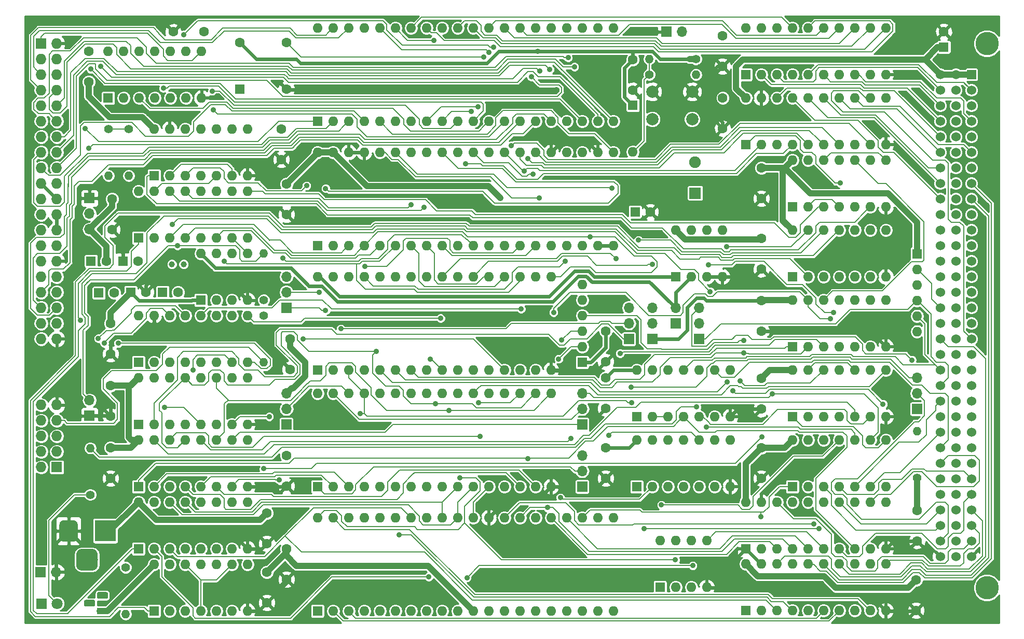
<source format=gtl>
G04 #@! TF.GenerationSoftware,KiCad,Pcbnew,(5.0.2)-1*
G04 #@! TF.CreationDate,2019-03-07T22:54:45+08:00*
G04 #@! TF.ProjectId,SBC,5342432e-6b69-4636-9164-5f7063625858,rev?*
G04 #@! TF.SameCoordinates,Original*
G04 #@! TF.FileFunction,Copper,L1,Top*
G04 #@! TF.FilePolarity,Positive*
%FSLAX46Y46*%
G04 Gerber Fmt 4.6, Leading zero omitted, Abs format (unit mm)*
G04 Created by KiCad (PCBNEW (5.0.2)-1) date 07/03/2019 22:54:45*
%MOMM*%
%LPD*%
G01*
G04 APERTURE LIST*
G04 #@! TA.AperFunction,ComponentPad*
%ADD10R,1.905000X1.905000*%
G04 #@! TD*
G04 #@! TA.AperFunction,ComponentPad*
%ADD11C,1.905000*%
G04 #@! TD*
G04 #@! TA.AperFunction,ComponentPad*
%ADD12O,1.600000X1.600000*%
G04 #@! TD*
G04 #@! TA.AperFunction,ComponentPad*
%ADD13R,1.600000X1.600000*%
G04 #@! TD*
G04 #@! TA.AperFunction,ComponentPad*
%ADD14R,1.524000X1.524000*%
G04 #@! TD*
G04 #@! TA.AperFunction,ComponentPad*
%ADD15C,1.524000*%
G04 #@! TD*
G04 #@! TA.AperFunction,ComponentPad*
%ADD16C,3.810000*%
G04 #@! TD*
G04 #@! TA.AperFunction,Conductor*
%ADD17C,0.150000*%
G04 #@! TD*
G04 #@! TA.AperFunction,ComponentPad*
%ADD18C,3.500000*%
G04 #@! TD*
G04 #@! TA.AperFunction,ComponentPad*
%ADD19C,3.000000*%
G04 #@! TD*
G04 #@! TA.AperFunction,ComponentPad*
%ADD20R,3.500000X3.500000*%
G04 #@! TD*
G04 #@! TA.AperFunction,ComponentPad*
%ADD21O,1.400000X1.400000*%
G04 #@! TD*
G04 #@! TA.AperFunction,ComponentPad*
%ADD22C,1.400000*%
G04 #@! TD*
G04 #@! TA.AperFunction,ComponentPad*
%ADD23C,1.600000*%
G04 #@! TD*
G04 #@! TA.AperFunction,ComponentPad*
%ADD24O,1.700000X1.700000*%
G04 #@! TD*
G04 #@! TA.AperFunction,ComponentPad*
%ADD25R,1.700000X1.700000*%
G04 #@! TD*
G04 #@! TA.AperFunction,ComponentPad*
%ADD26O,1.727200X1.727200*%
G04 #@! TD*
G04 #@! TA.AperFunction,ComponentPad*
%ADD27R,1.727200X1.727200*%
G04 #@! TD*
G04 #@! TA.AperFunction,ComponentPad*
%ADD28C,1.800000*%
G04 #@! TD*
G04 #@! TA.AperFunction,ComponentPad*
%ADD29R,1.800000X1.800000*%
G04 #@! TD*
G04 #@! TA.AperFunction,ComponentPad*
%ADD30C,2.000000*%
G04 #@! TD*
G04 #@! TA.AperFunction,ComponentPad*
%ADD31C,1.000000*%
G04 #@! TD*
G04 #@! TA.AperFunction,ComponentPad*
%ADD32R,1.800000X1.100000*%
G04 #@! TD*
G04 #@! TA.AperFunction,ComponentPad*
%ADD33C,1.100000*%
G04 #@! TD*
G04 #@! TA.AperFunction,ViaPad*
%ADD34C,0.889000*%
G04 #@! TD*
G04 #@! TA.AperFunction,Conductor*
%ADD35C,0.203200*%
G04 #@! TD*
G04 #@! TA.AperFunction,Conductor*
%ADD36C,0.609600*%
G04 #@! TD*
G04 #@! TA.AperFunction,Conductor*
%ADD37C,1.000000*%
G04 #@! TD*
G04 #@! TA.AperFunction,Conductor*
%ADD38C,0.254000*%
G04 #@! TD*
G04 APERTURE END LIST*
D10*
G04 #@! TO.P,C34,1*
G04 #@! TO.N,/VBAT1*
X187325000Y-82867500D03*
D11*
G04 #@! TO.P,C34,2*
G04 #@! TO.N,GND*
X187325000Y-77787500D03*
G04 #@! TD*
D12*
G04 #@! TO.P,D2,2*
G04 #@! TO.N,Net-(C2-Pad1)*
X177165000Y-76136500D03*
D13*
G04 #@! TO.P,D2,1*
G04 #@! TO.N,VCC*
X177165000Y-68516500D03*
G04 #@! TD*
D14*
G04 #@! TO.P,U20,A1*
G04 #@! TO.N,VCC*
X232410000Y-63500000D03*
D15*
G04 #@! TO.P,U20,A2*
G04 #@! TO.N,/B_D5*
X232410000Y-66040000D03*
G04 #@! TO.P,U20,A3*
G04 #@! TO.N,/B_D6*
X232410000Y-68580000D03*
G04 #@! TO.P,U20,A4*
G04 #@! TO.N,/B_D3*
X232410000Y-71120000D03*
G04 #@! TO.P,U20,A5*
G04 #@! TO.N,/B_D4*
X232410000Y-73660000D03*
G04 #@! TO.P,U20,A6*
G04 #@! TO.N,/B_A2*
X232410000Y-76200000D03*
G04 #@! TO.P,U20,A7*
G04 #@! TO.N,/B_A4*
X232410000Y-78740000D03*
G04 #@! TO.P,U20,A8*
G04 #@! TO.N,/B_A5*
X232410000Y-81280000D03*
G04 #@! TO.P,U20,A9*
G04 #@! TO.N,/B_A6*
X232410000Y-83820000D03*
G04 #@! TO.P,U20,A10*
G04 #@! TO.N,/B_/WAIT*
X232410000Y-86360000D03*
G04 #@! TO.P,U20,A11*
G04 #@! TO.N,/B_/BUSRQ*
X232410000Y-88900000D03*
G04 #@! TO.P,U20,A12*
G04 #@! TO.N,Net-(U20-PadA12)*
X232410000Y-91440000D03*
G04 #@! TO.P,U20,A13*
G04 #@! TO.N,Net-(U20-PadA13)*
X232410000Y-93980000D03*
G04 #@! TO.P,U20,A14*
G04 #@! TO.N,Net-(U20-PadA14)*
X232410000Y-96520000D03*
G04 #@! TO.P,U20,A15*
G04 #@! TO.N,Net-(U20-PadA15)*
X232410000Y-99060000D03*
G04 #@! TO.P,U20,A16*
G04 #@! TO.N,Net-(U20-PadA16)*
X232410000Y-101600000D03*
G04 #@! TO.P,U20,A17*
G04 #@! TO.N,Net-(U20-PadA17)*
X232410000Y-104140000D03*
G04 #@! TO.P,U20,A18*
G04 #@! TO.N,/B_A14*
X232410000Y-106680000D03*
G04 #@! TO.P,U20,A19*
G04 #@! TO.N,Net-(U20-PadA19)*
X232410000Y-109220000D03*
G04 #@! TO.P,U20,A20*
G04 #@! TO.N,/B_/M1*
X232410000Y-111760000D03*
G04 #@! TO.P,U20,A21*
G04 #@! TO.N,Net-(U20-PadA21)*
X232410000Y-114300000D03*
G04 #@! TO.P,U20,A22*
G04 #@! TO.N,Net-(U20-PadA22)*
X232410000Y-116840000D03*
G04 #@! TO.P,U20,A23*
G04 #@! TO.N,/NC_A23*
X232410000Y-119380000D03*
G04 #@! TO.P,U20,A24*
G04 #@! TO.N,/B_BAT*
X232410000Y-121920000D03*
G04 #@! TO.P,U20,A25*
G04 #@! TO.N,Net-(U20-PadA25)*
X232410000Y-124460000D03*
G04 #@! TO.P,U20,A26*
G04 #@! TO.N,Net-(U20-PadA26)*
X232410000Y-127000000D03*
G04 #@! TO.P,U20,A27*
G04 #@! TO.N,/B_/IORQ*
X232410000Y-129540000D03*
G04 #@! TO.P,U20,A28*
G04 #@! TO.N,/B_/RFSH*
X232410000Y-132080000D03*
G04 #@! TO.P,U20,A29*
G04 #@! TO.N,/B_A13*
X232410000Y-134620000D03*
G04 #@! TO.P,U20,A30*
G04 #@! TO.N,/B_A9*
X232410000Y-137160000D03*
G04 #@! TO.P,U20,A31*
G04 #@! TO.N,/B_/BUSAK*
X232410000Y-139700000D03*
G04 #@! TO.P,U20,A32*
G04 #@! TO.N,GND*
X232410000Y-142240000D03*
G04 #@! TO.P,U20,B1*
G04 #@! TO.N,VCC*
X229870000Y-63500000D03*
G04 #@! TO.P,U20,B2*
G04 #@! TO.N,/B_A20*
X229870000Y-66040000D03*
G04 #@! TO.P,U20,B3*
G04 #@! TO.N,/B_A21*
X229870000Y-68580000D03*
G04 #@! TO.P,U20,B4*
G04 #@! TO.N,/B_A22*
X229870000Y-71120000D03*
G04 #@! TO.P,U20,B5*
G04 #@! TO.N,/B_A23*
X229870000Y-73660000D03*
G04 #@! TO.P,U20,B6*
G04 #@! TO.N,/B_D8*
X229870000Y-76200000D03*
G04 #@! TO.P,U20,B7*
G04 #@! TO.N,/B_D9*
X229870000Y-78740000D03*
G04 #@! TO.P,U20,B8*
G04 #@! TO.N,/B_D10*
X229870000Y-81280000D03*
G04 #@! TO.P,U20,B9*
G04 #@! TO.N,/B_D11*
X229870000Y-83820000D03*
G04 #@! TO.P,U20,B10*
G04 #@! TO.N,/B_D12*
X229870000Y-86360000D03*
G04 #@! TO.P,U20,B11*
G04 #@! TO.N,/B_D13*
X229870000Y-88900000D03*
G04 #@! TO.P,U20,B12*
G04 #@! TO.N,/B_D14*
X229870000Y-91440000D03*
G04 #@! TO.P,U20,B13*
G04 #@! TO.N,/B_D15*
X229870000Y-93980000D03*
G04 #@! TO.P,U20,B14*
G04 #@! TO.N,/B_IRQ7*
X229870000Y-96520000D03*
G04 #@! TO.P,U20,B15*
G04 #@! TO.N,/B_IRQ6*
X229870000Y-99060000D03*
G04 #@! TO.P,U20,B16*
G04 #@! TO.N,/B_IRQ5*
X229870000Y-101600000D03*
G04 #@! TO.P,U20,B17*
G04 #@! TO.N,/B_IRQ4*
X229870000Y-104140000D03*
G04 #@! TO.P,U20,B18*
G04 #@! TO.N,/B_IRQ3*
X229870000Y-106680000D03*
G04 #@! TO.P,U20,B19*
G04 #@! TO.N,/B_IRQ2*
X229870000Y-109220000D03*
G04 #@! TO.P,U20,B20*
G04 #@! TO.N,/B_IRQ1*
X229870000Y-111760000D03*
G04 #@! TO.P,U20,B21*
G04 #@! TO.N,/B_IRQ0*
X229870000Y-114300000D03*
G04 #@! TO.P,U20,B22*
G04 #@! TO.N,/B_IOWR*
X229870000Y-116840000D03*
G04 #@! TO.P,U20,B23*
G04 #@! TO.N,Net-(U20-PadB23)*
X229870000Y-119380000D03*
G04 #@! TO.P,U20,B24*
G04 #@! TO.N,/B_IORC*
X229870000Y-121920000D03*
G04 #@! TO.P,U20,B25*
G04 #@! TO.N,/B_MRDC*
X229870000Y-124460000D03*
G04 #@! TO.P,U20,B26*
G04 #@! TO.N,Net-(U20-PadB26)*
X229870000Y-127000000D03*
G04 #@! TO.P,U20,B27*
G04 #@! TO.N,/B_MWRC*
X229870000Y-129540000D03*
G04 #@! TO.P,U20,B28*
G04 #@! TO.N,/B_DS0*
X229870000Y-132080000D03*
G04 #@! TO.P,U20,B29*
G04 #@! TO.N,/B_DS1*
X229870000Y-134620000D03*
G04 #@! TO.P,U20,B30*
G04 #@! TO.N,/B_OFF*
X229870000Y-137160000D03*
G04 #@! TO.P,U20,B31*
G04 #@! TO.N,/B_LOCK*
X229870000Y-139700000D03*
G04 #@! TO.P,U20,B32*
G04 #@! TO.N,GND*
X229870000Y-142240000D03*
G04 #@! TO.P,U20,C1*
G04 #@! TO.N,VCC*
X227330000Y-63500000D03*
G04 #@! TO.P,U20,C2*
G04 #@! TO.N,/B_D0*
X227330000Y-66040000D03*
G04 #@! TO.P,U20,C3*
G04 #@! TO.N,/B_D7*
X227330000Y-68580000D03*
G04 #@! TO.P,U20,C4*
G04 #@! TO.N,/B_D2*
X227330000Y-71120000D03*
G04 #@! TO.P,U20,C5*
G04 #@! TO.N,/B_A0*
X227330000Y-73660000D03*
G04 #@! TO.P,U20,C6*
G04 #@! TO.N,/B_A3*
X227330000Y-76200000D03*
G04 #@! TO.P,U20,C7*
G04 #@! TO.N,/B_A1*
X227330000Y-78740000D03*
G04 #@! TO.P,U20,C8*
G04 #@! TO.N,/B_A8*
X227330000Y-81280000D03*
G04 #@! TO.P,U20,C9*
G04 #@! TO.N,/B_A7*
X227330000Y-83820000D03*
G04 #@! TO.P,U20,C10*
G04 #@! TO.N,Net-(U20-PadC10)*
X227330000Y-86360000D03*
G04 #@! TO.P,U20,C11*
G04 #@! TO.N,/B_/IEI*
X227330000Y-88900000D03*
G04 #@! TO.P,U20,C12*
G04 #@! TO.N,Net-(U20-PadC12)*
X227330000Y-91440000D03*
G04 #@! TO.P,U20,C13*
G04 #@! TO.N,Net-(U20-PadC13)*
X227330000Y-93980000D03*
G04 #@! TO.P,U20,C14*
G04 #@! TO.N,/B_D1*
X227330000Y-96520000D03*
G04 #@! TO.P,U20,C15*
G04 #@! TO.N,Net-(U20-PadC15)*
X227330000Y-99060000D03*
G04 #@! TO.P,U20,C16*
G04 #@! TO.N,/B_/IEO*
X227330000Y-101600000D03*
G04 #@! TO.P,U20,C17*
G04 #@! TO.N,/B_A11*
X227330000Y-104140000D03*
G04 #@! TO.P,U20,C18*
G04 #@! TO.N,/B_A10*
X227330000Y-106680000D03*
G04 #@! TO.P,U20,C19*
G04 #@! TO.N,Net-(U20-PadC19)*
X227330000Y-109220000D03*
G04 #@! TO.P,U20,C20*
G04 #@! TO.N,/B_/NMI*
X227330000Y-111760000D03*
G04 #@! TO.P,U20,C21*
G04 #@! TO.N,/B_/INT*
X227330000Y-114300000D03*
G04 #@! TO.P,U20,C22*
G04 #@! TO.N,/B_/WR*
X227330000Y-116840000D03*
G04 #@! TO.P,U20,C23*
G04 #@! TO.N,Net-(U20-PadC23)*
X227330000Y-119380000D03*
G04 #@! TO.P,U20,C24*
G04 #@! TO.N,/B_/RD*
X227330000Y-121920000D03*
G04 #@! TO.P,U20,C25*
G04 #@! TO.N,/B_/HALT*
X227330000Y-124460000D03*
G04 #@! TO.P,U20,C26*
G04 #@! TO.N,/B_/RESOUT*
X227330000Y-127000000D03*
G04 #@! TO.P,U20,C27*
G04 #@! TO.N,/B_A12*
X227330000Y-129540000D03*
G04 #@! TO.P,U20,C28*
G04 #@! TO.N,/B_A15*
X227330000Y-132080000D03*
G04 #@! TO.P,U20,C29*
G04 #@! TO.N,/B_CLK_CPU*
X227330000Y-134620000D03*
G04 #@! TO.P,U20,C30*
G04 #@! TO.N,/B_/MREQ*
X227330000Y-137160000D03*
G04 #@! TO.P,U20,C31*
G04 #@! TO.N,/B_/RESET*
X227330000Y-139700000D03*
G04 #@! TO.P,U20,C32*
G04 #@! TO.N,GND*
X227330000Y-142240000D03*
D16*
G04 #@! TO.P,U20,HOLE*
G04 #@! TO.N,N/C*
X234950000Y-147320000D03*
X234950000Y-58420000D03*
G04 #@! TD*
D17*
G04 #@! TO.N,N/C*
G04 #@! TO.C,P2*
G36*
X89083265Y-141003213D02*
X89168204Y-141015813D01*
X89251499Y-141036677D01*
X89332348Y-141065605D01*
X89409972Y-141102319D01*
X89483624Y-141146464D01*
X89552594Y-141197616D01*
X89616218Y-141255282D01*
X89673884Y-141318906D01*
X89725036Y-141387876D01*
X89769181Y-141461528D01*
X89805895Y-141539152D01*
X89834823Y-141620001D01*
X89855687Y-141703296D01*
X89868287Y-141788235D01*
X89872500Y-141874000D01*
X89872500Y-143624000D01*
X89868287Y-143709765D01*
X89855687Y-143794704D01*
X89834823Y-143877999D01*
X89805895Y-143958848D01*
X89769181Y-144036472D01*
X89725036Y-144110124D01*
X89673884Y-144179094D01*
X89616218Y-144242718D01*
X89552594Y-144300384D01*
X89483624Y-144351536D01*
X89409972Y-144395681D01*
X89332348Y-144432395D01*
X89251499Y-144461323D01*
X89168204Y-144482187D01*
X89083265Y-144494787D01*
X88997500Y-144499000D01*
X87247500Y-144499000D01*
X87161735Y-144494787D01*
X87076796Y-144482187D01*
X86993501Y-144461323D01*
X86912652Y-144432395D01*
X86835028Y-144395681D01*
X86761376Y-144351536D01*
X86692406Y-144300384D01*
X86628782Y-144242718D01*
X86571116Y-144179094D01*
X86519964Y-144110124D01*
X86475819Y-144036472D01*
X86439105Y-143958848D01*
X86410177Y-143877999D01*
X86389313Y-143794704D01*
X86376713Y-143709765D01*
X86372500Y-143624000D01*
X86372500Y-141874000D01*
X86376713Y-141788235D01*
X86389313Y-141703296D01*
X86410177Y-141620001D01*
X86439105Y-141539152D01*
X86475819Y-141461528D01*
X86519964Y-141387876D01*
X86571116Y-141318906D01*
X86628782Y-141255282D01*
X86692406Y-141197616D01*
X86761376Y-141146464D01*
X86835028Y-141102319D01*
X86912652Y-141065605D01*
X86993501Y-141036677D01*
X87076796Y-141015813D01*
X87161735Y-141003213D01*
X87247500Y-140999000D01*
X88997500Y-140999000D01*
X89083265Y-141003213D01*
X89083265Y-141003213D01*
G37*
D18*
G04 #@! TD*
G04 #@! TO.P,P2,3*
G04 #@! TO.N,N/C*
X88122500Y-142749000D03*
D17*
G04 #@! TO.N,GND*
G04 #@! TO.C,P2*
G36*
X85946013Y-136302611D02*
X86018818Y-136313411D01*
X86090214Y-136331295D01*
X86159513Y-136356090D01*
X86226048Y-136387559D01*
X86289178Y-136425398D01*
X86348295Y-136469242D01*
X86402830Y-136518670D01*
X86452258Y-136573205D01*
X86496102Y-136632322D01*
X86533941Y-136695452D01*
X86565410Y-136761987D01*
X86590205Y-136831286D01*
X86608089Y-136902682D01*
X86618889Y-136975487D01*
X86622500Y-137049000D01*
X86622500Y-139049000D01*
X86618889Y-139122513D01*
X86608089Y-139195318D01*
X86590205Y-139266714D01*
X86565410Y-139336013D01*
X86533941Y-139402548D01*
X86496102Y-139465678D01*
X86452258Y-139524795D01*
X86402830Y-139579330D01*
X86348295Y-139628758D01*
X86289178Y-139672602D01*
X86226048Y-139710441D01*
X86159513Y-139741910D01*
X86090214Y-139766705D01*
X86018818Y-139784589D01*
X85946013Y-139795389D01*
X85872500Y-139799000D01*
X84372500Y-139799000D01*
X84298987Y-139795389D01*
X84226182Y-139784589D01*
X84154786Y-139766705D01*
X84085487Y-139741910D01*
X84018952Y-139710441D01*
X83955822Y-139672602D01*
X83896705Y-139628758D01*
X83842170Y-139579330D01*
X83792742Y-139524795D01*
X83748898Y-139465678D01*
X83711059Y-139402548D01*
X83679590Y-139336013D01*
X83654795Y-139266714D01*
X83636911Y-139195318D01*
X83626111Y-139122513D01*
X83622500Y-139049000D01*
X83622500Y-137049000D01*
X83626111Y-136975487D01*
X83636911Y-136902682D01*
X83654795Y-136831286D01*
X83679590Y-136761987D01*
X83711059Y-136695452D01*
X83748898Y-136632322D01*
X83792742Y-136573205D01*
X83842170Y-136518670D01*
X83896705Y-136469242D01*
X83955822Y-136425398D01*
X84018952Y-136387559D01*
X84085487Y-136356090D01*
X84154786Y-136331295D01*
X84226182Y-136313411D01*
X84298987Y-136302611D01*
X84372500Y-136299000D01*
X85872500Y-136299000D01*
X85946013Y-136302611D01*
X85946013Y-136302611D01*
G37*
D19*
G04 #@! TD*
G04 #@! TO.P,P2,2*
G04 #@! TO.N,GND*
X85122500Y-138049000D03*
D20*
G04 #@! TO.P,P2,1*
G04 #@! TO.N,VCC*
X91122500Y-138049000D03*
G04 #@! TD*
D21*
G04 #@! TO.P,R15,2*
G04 #@! TO.N,Net-(Q1-Pad3)*
X94424500Y-151638000D03*
D22*
G04 #@! TO.P,R15,1*
G04 #@! TO.N,Net-(LS1-Pad1)*
X94424500Y-144018000D03*
G04 #@! TD*
D12*
G04 #@! TO.P,U27,14*
G04 #@! TO.N,VCC*
X91567000Y-59690000D03*
G04 #@! TO.P,U27,7*
G04 #@! TO.N,GND*
X106807000Y-67310000D03*
G04 #@! TO.P,U27,13*
G04 #@! TO.N,/PC6*
X94107000Y-59690000D03*
G04 #@! TO.P,U27,6*
G04 #@! TO.N,/-PC4*
X104267000Y-67310000D03*
G04 #@! TO.P,U27,12*
G04 #@! TO.N,/-PC6*
X96647000Y-59690000D03*
G04 #@! TO.P,U27,5*
G04 #@! TO.N,/PC4*
X101727000Y-67310000D03*
G04 #@! TO.P,U27,11*
G04 #@! TO.N,Net-(U27-Pad11)*
X99187000Y-59690000D03*
G04 #@! TO.P,U27,4*
G04 #@! TO.N,/-PC5*
X99187000Y-67310000D03*
G04 #@! TO.P,U27,10*
G04 #@! TO.N,Net-(U27-Pad10)*
X101727000Y-59690000D03*
G04 #@! TO.P,U27,3*
G04 #@! TO.N,/PC5*
X96647000Y-67310000D03*
G04 #@! TO.P,U27,9*
G04 #@! TO.N,/PC7*
X104267000Y-59690000D03*
G04 #@! TO.P,U27,2*
G04 #@! TO.N,/-PC3*
X94107000Y-67310000D03*
G04 #@! TO.P,U27,8*
G04 #@! TO.N,/-PC7*
X106807000Y-59690000D03*
D13*
G04 #@! TO.P,U27,1*
G04 #@! TO.N,/PC3*
X91567000Y-67310000D03*
G04 #@! TD*
D23*
G04 #@! TO.P,P5,4*
G04 #@! TO.N,GND*
X120650000Y-65913000D03*
G04 #@! TO.P,P5,5*
G04 #@! TO.N,/CLK_UART*
X120650000Y-58293000D03*
G04 #@! TO.P,P5,8*
G04 #@! TO.N,VCC*
X113030000Y-58293000D03*
D13*
G04 #@! TO.P,P5,1*
X113030000Y-65913000D03*
G04 #@! TD*
D12*
G04 #@! TO.P,U19,40*
G04 #@! TO.N,/PA4*
X125730000Y-55880000D03*
G04 #@! TO.P,U19,20*
G04 #@! TO.N,/PB2*
X173990000Y-71120000D03*
G04 #@! TO.P,U19,39*
G04 #@! TO.N,/PA5*
X128270000Y-55880000D03*
G04 #@! TO.P,U19,19*
G04 #@! TO.N,/PB1*
X171450000Y-71120000D03*
G04 #@! TO.P,U19,38*
G04 #@! TO.N,/PA6*
X130810000Y-55880000D03*
G04 #@! TO.P,U19,18*
G04 #@! TO.N,/PB0*
X168910000Y-71120000D03*
G04 #@! TO.P,U19,37*
G04 #@! TO.N,/PA7*
X133350000Y-55880000D03*
G04 #@! TO.P,U19,17*
G04 #@! TO.N,/PC3*
X166370000Y-71120000D03*
G04 #@! TO.P,U19,36*
G04 #@! TO.N,//WR*
X135890000Y-55880000D03*
G04 #@! TO.P,U19,16*
G04 #@! TO.N,/PC2*
X163830000Y-71120000D03*
G04 #@! TO.P,U19,35*
G04 #@! TO.N,/RESET*
X138430000Y-55880000D03*
G04 #@! TO.P,U19,15*
G04 #@! TO.N,/PC1*
X161290000Y-71120000D03*
G04 #@! TO.P,U19,34*
G04 #@! TO.N,/D0*
X140970000Y-55880000D03*
G04 #@! TO.P,U19,14*
G04 #@! TO.N,/PC0*
X158750000Y-71120000D03*
G04 #@! TO.P,U19,33*
G04 #@! TO.N,/D1*
X143510000Y-55880000D03*
G04 #@! TO.P,U19,13*
G04 #@! TO.N,/PC4*
X156210000Y-71120000D03*
G04 #@! TO.P,U19,32*
G04 #@! TO.N,/D2*
X146050000Y-55880000D03*
G04 #@! TO.P,U19,12*
G04 #@! TO.N,/PC5*
X153670000Y-71120000D03*
G04 #@! TO.P,U19,31*
G04 #@! TO.N,/D3*
X148590000Y-55880000D03*
G04 #@! TO.P,U19,11*
G04 #@! TO.N,/PC6*
X151130000Y-71120000D03*
G04 #@! TO.P,U19,30*
G04 #@! TO.N,/D4*
X151130000Y-55880000D03*
G04 #@! TO.P,U19,10*
G04 #@! TO.N,/PC7*
X148590000Y-71120000D03*
G04 #@! TO.P,U19,29*
G04 #@! TO.N,/D5*
X153670000Y-55880000D03*
G04 #@! TO.P,U19,9*
G04 #@! TO.N,/A0*
X146050000Y-71120000D03*
G04 #@! TO.P,U19,28*
G04 #@! TO.N,/D6*
X156210000Y-55880000D03*
G04 #@! TO.P,U19,8*
G04 #@! TO.N,/A1*
X143510000Y-71120000D03*
G04 #@! TO.P,U19,27*
G04 #@! TO.N,/D7*
X158750000Y-55880000D03*
G04 #@! TO.P,U19,7*
G04 #@! TO.N,GND*
X140970000Y-71120000D03*
G04 #@! TO.P,U19,26*
G04 #@! TO.N,VCC*
X161290000Y-55880000D03*
G04 #@! TO.P,U19,6*
G04 #@! TO.N,//CS_PPI*
X138430000Y-71120000D03*
G04 #@! TO.P,U19,25*
G04 #@! TO.N,/PB7*
X163830000Y-55880000D03*
G04 #@! TO.P,U19,5*
G04 #@! TO.N,//RD*
X135890000Y-71120000D03*
G04 #@! TO.P,U19,24*
G04 #@! TO.N,/PB6*
X166370000Y-55880000D03*
G04 #@! TO.P,U19,4*
G04 #@! TO.N,/PA0*
X133350000Y-71120000D03*
G04 #@! TO.P,U19,23*
G04 #@! TO.N,/PB5*
X168910000Y-55880000D03*
G04 #@! TO.P,U19,3*
G04 #@! TO.N,/PA1*
X130810000Y-71120000D03*
G04 #@! TO.P,U19,22*
G04 #@! TO.N,/PB4*
X171450000Y-55880000D03*
G04 #@! TO.P,U19,2*
G04 #@! TO.N,/PA2*
X128270000Y-71120000D03*
G04 #@! TO.P,U19,21*
G04 #@! TO.N,/PB3*
X173990000Y-55880000D03*
D13*
G04 #@! TO.P,U19,1*
G04 #@! TO.N,/PA3*
X125730000Y-71120000D03*
G04 #@! TD*
D24*
G04 #@! TO.P,P6,2*
G04 #@! TO.N,//RESET_IN*
X185166000Y-56515000D03*
D25*
G04 #@! TO.P,P6,1*
G04 #@! TO.N,GND*
X182626000Y-56515000D03*
G04 #@! TD*
D26*
G04 #@! TO.P,P1,40*
G04 #@! TO.N,GND*
X83185000Y-106680000D03*
G04 #@! TO.P,P1,39*
G04 #@! TO.N,Net-(P1-Pad39)*
X80645000Y-106680000D03*
G04 #@! TO.P,P1,38*
G04 #@! TO.N,/-PC4*
X83185000Y-104140000D03*
G04 #@! TO.P,P1,37*
G04 #@! TO.N,/-PC3*
X80645000Y-104140000D03*
G04 #@! TO.P,P1,36*
G04 #@! TO.N,/PC2*
X83185000Y-101600000D03*
G04 #@! TO.P,P1,35*
G04 #@! TO.N,/PC0*
X80645000Y-101600000D03*
G04 #@! TO.P,P1,34*
G04 #@! TO.N,Net-(P1-Pad34)*
X83185000Y-99060000D03*
G04 #@! TO.P,P1,33*
G04 #@! TO.N,/PC1*
X80645000Y-99060000D03*
G04 #@! TO.P,P1,32*
G04 #@! TO.N,Net-(P1-Pad32)*
X83185000Y-96520000D03*
G04 #@! TO.P,P1,31*
G04 #@! TO.N,Net-(P1-Pad31)*
X80645000Y-96520000D03*
G04 #@! TO.P,P1,30*
G04 #@! TO.N,GND*
X83185000Y-93980000D03*
G04 #@! TO.P,P1,29*
G04 #@! TO.N,Net-(P1-Pad29)*
X80645000Y-93980000D03*
G04 #@! TO.P,P1,28*
G04 #@! TO.N,Net-(P1-Pad28)*
X83185000Y-91440000D03*
G04 #@! TO.P,P1,27*
G04 #@! TO.N,Net-(P1-Pad27)*
X80645000Y-91440000D03*
G04 #@! TO.P,P1,26*
G04 #@! TO.N,GND*
X83185000Y-88900000D03*
G04 #@! TO.P,P1,25*
G04 #@! TO.N,/-PC6*
X80645000Y-88900000D03*
G04 #@! TO.P,P1,24*
G04 #@! TO.N,GND*
X83185000Y-86360000D03*
G04 #@! TO.P,P1,23*
G04 #@! TO.N,/-PC5*
X80645000Y-86360000D03*
G04 #@! TO.P,P1,22*
G04 #@! TO.N,GND*
X83185000Y-83820000D03*
G04 #@! TO.P,P1,21*
G04 #@! TO.N,Net-(P1-Pad21)*
X80645000Y-83820000D03*
G04 #@! TO.P,P1,20*
G04 #@! TO.N,Net-(K9-Pad2)*
X83185000Y-81280000D03*
G04 #@! TO.P,P1,19*
G04 #@! TO.N,GND*
X80645000Y-81280000D03*
G04 #@! TO.P,P1,18*
G04 #@! TO.N,/PB7*
X83185000Y-78740000D03*
G04 #@! TO.P,P1,17*
G04 #@! TO.N,/PA0*
X80645000Y-78740000D03*
G04 #@! TO.P,P1,16*
G04 #@! TO.N,/PB6*
X83185000Y-76200000D03*
G04 #@! TO.P,P1,15*
G04 #@! TO.N,/PA1*
X80645000Y-76200000D03*
G04 #@! TO.P,P1,14*
G04 #@! TO.N,/PB5*
X83185000Y-73660000D03*
G04 #@! TO.P,P1,13*
G04 #@! TO.N,/PA2*
X80645000Y-73660000D03*
G04 #@! TO.P,P1,12*
G04 #@! TO.N,/PB4*
X83185000Y-71120000D03*
G04 #@! TO.P,P1,11*
G04 #@! TO.N,/PA3*
X80645000Y-71120000D03*
G04 #@! TO.P,P1,10*
G04 #@! TO.N,/PB3*
X83185000Y-68580000D03*
G04 #@! TO.P,P1,9*
G04 #@! TO.N,/PA4*
X80645000Y-68580000D03*
G04 #@! TO.P,P1,8*
G04 #@! TO.N,/PB2*
X83185000Y-66040000D03*
G04 #@! TO.P,P1,7*
G04 #@! TO.N,/PA5*
X80645000Y-66040000D03*
G04 #@! TO.P,P1,6*
G04 #@! TO.N,/PB1*
X83185000Y-63500000D03*
G04 #@! TO.P,P1,5*
G04 #@! TO.N,/PA6*
X80645000Y-63500000D03*
G04 #@! TO.P,P1,4*
G04 #@! TO.N,/PB0*
X83185000Y-60960000D03*
G04 #@! TO.P,P1,3*
G04 #@! TO.N,/PA7*
X80645000Y-60960000D03*
G04 #@! TO.P,P1,2*
G04 #@! TO.N,GND*
X83185000Y-58420000D03*
D27*
G04 #@! TO.P,P1,1*
G04 #@! TO.N,/-PC7*
X80645000Y-58420000D03*
G04 #@! TD*
D26*
G04 #@! TO.P,P3,10*
G04 #@! TO.N,Net-(P3-Pad10)*
X80645000Y-117475000D03*
G04 #@! TO.P,P3,9*
G04 #@! TO.N,GND*
X83185000Y-117475000D03*
G04 #@! TO.P,P3,8*
G04 #@! TO.N,Net-(P3-Pad8)*
X80645000Y-120015000D03*
G04 #@! TO.P,P3,7*
G04 #@! TO.N,/DTR*
X83185000Y-120015000D03*
G04 #@! TO.P,P3,6*
G04 #@! TO.N,/CTS*
X80645000Y-122555000D03*
G04 #@! TO.P,P3,5*
G04 #@! TO.N,/TX*
X83185000Y-122555000D03*
G04 #@! TO.P,P3,4*
G04 #@! TO.N,/RTS*
X80645000Y-125095000D03*
G04 #@! TO.P,P3,3*
G04 #@! TO.N,/RX*
X83185000Y-125095000D03*
G04 #@! TO.P,P3,2*
G04 #@! TO.N,Net-(P3-Pad2)*
X80645000Y-127635000D03*
D27*
G04 #@! TO.P,P3,1*
G04 #@! TO.N,Net-(P3-Pad1)*
X83185000Y-127635000D03*
G04 #@! TD*
D28*
G04 #@! TO.P,D1,2*
G04 #@! TO.N,Net-(D1-Pad2)*
X83248500Y-149923500D03*
D29*
G04 #@! TO.P,D1,1*
G04 #@! TO.N,Net-(D1-Pad1)*
X80708500Y-149923500D03*
G04 #@! TD*
D12*
G04 #@! TO.P,U9,20*
G04 #@! TO.N,VCC*
X195580000Y-143446500D03*
G04 #@! TO.P,U9,10*
G04 #@! TO.N,GND*
X218440000Y-151066500D03*
G04 #@! TO.P,U9,19*
X198120000Y-143446500D03*
G04 #@! TO.P,U9,9*
G04 #@! TO.N,/A9*
X215900000Y-151066500D03*
G04 #@! TO.P,U9,18*
G04 #@! TO.N,/B_A10*
X200660000Y-143446500D03*
G04 #@! TO.P,U9,8*
G04 #@! TO.N,/A15*
X213360000Y-151066500D03*
G04 #@! TO.P,U9,17*
G04 #@! TO.N,/B_A4*
X203200000Y-143446500D03*
G04 #@! TO.P,U9,7*
G04 #@! TO.N,/A12*
X210820000Y-151066500D03*
G04 #@! TO.P,U9,16*
G04 #@! TO.N,/B_A5*
X205740000Y-143446500D03*
G04 #@! TO.P,U9,6*
G04 #@! TO.N,/A13*
X208280000Y-151066500D03*
G04 #@! TO.P,U9,15*
G04 #@! TO.N,/B_A6*
X208280000Y-143446500D03*
G04 #@! TO.P,U9,5*
G04 #@! TO.N,/A6*
X205740000Y-151066500D03*
G04 #@! TO.P,U9,14*
G04 #@! TO.N,/B_A13*
X210820000Y-143446500D03*
G04 #@! TO.P,U9,4*
G04 #@! TO.N,/A5*
X203200000Y-151066500D03*
G04 #@! TO.P,U9,13*
G04 #@! TO.N,/B_A12*
X213360000Y-143446500D03*
G04 #@! TO.P,U9,3*
G04 #@! TO.N,/A4*
X200660000Y-151066500D03*
G04 #@! TO.P,U9,12*
G04 #@! TO.N,/B_A15*
X215900000Y-143446500D03*
G04 #@! TO.P,U9,2*
G04 #@! TO.N,/A10*
X198120000Y-151066500D03*
G04 #@! TO.P,U9,11*
G04 #@! TO.N,/B_A9*
X218440000Y-143446500D03*
D13*
G04 #@! TO.P,U9,1*
G04 #@! TO.N,//BUSAK*
X195580000Y-151066500D03*
G04 #@! TD*
D30*
G04 #@! TO.P,SW1,1*
G04 #@! TO.N,GND*
X186840000Y-66294000D03*
G04 #@! TO.P,SW1,2*
G04 #@! TO.N,//RESET_IN*
X186840000Y-70794000D03*
G04 #@! TO.P,SW1,1*
G04 #@! TO.N,GND*
X180340000Y-66294000D03*
G04 #@! TO.P,SW1,2*
G04 #@! TO.N,//RESET_IN*
X180340000Y-70794000D03*
G04 #@! TD*
D12*
G04 #@! TO.P,U13,16*
G04 #@! TO.N,VCC*
X96520000Y-123190000D03*
G04 #@! TO.P,U13,8*
G04 #@! TO.N,GND*
X114300000Y-130810000D03*
G04 #@! TO.P,U13,15*
G04 #@! TO.N,//ROM_ENABLE*
X99060000Y-123190000D03*
G04 #@! TO.P,U13,7*
G04 #@! TO.N,/A17_ROM*
X111760000Y-130810000D03*
G04 #@! TO.P,U13,14*
G04 #@! TO.N,/D7*
X101600000Y-123190000D03*
G04 #@! TO.P,U13,6*
G04 #@! TO.N,/D2*
X109220000Y-130810000D03*
G04 #@! TO.P,U13,13*
G04 #@! TO.N,/D4*
X104140000Y-123190000D03*
G04 #@! TO.P,U13,5*
G04 #@! TO.N,/A16_ROM*
X106680000Y-130810000D03*
G04 #@! TO.P,U13,12*
G04 #@! TO.N,/A19_ROM*
X106680000Y-123190000D03*
G04 #@! TO.P,U13,4*
G04 #@! TO.N,/D1*
X104140000Y-130810000D03*
G04 #@! TO.P,U13,11*
G04 #@! TO.N,/D3*
X109220000Y-123190000D03*
G04 #@! TO.P,U13,3*
G04 #@! TO.N,/D0*
X101600000Y-130810000D03*
G04 #@! TO.P,U13,10*
G04 #@! TO.N,/A18_ROM*
X111760000Y-123190000D03*
G04 #@! TO.P,U13,2*
G04 #@! TO.N,/A15_ROM*
X99060000Y-130810000D03*
G04 #@! TO.P,U13,9*
G04 #@! TO.N,//CS_CFG2*
X114300000Y-123190000D03*
D13*
G04 #@! TO.P,U13,1*
G04 #@! TO.N,//RESET*
X96520000Y-130810000D03*
G04 #@! TD*
D12*
G04 #@! TO.P,U12,16*
G04 #@! TO.N,VCC*
X96520000Y-113030000D03*
G04 #@! TO.P,U12,8*
G04 #@! TO.N,GND*
X114300000Y-120650000D03*
G04 #@! TO.P,U12,15*
G04 #@! TO.N,Net-(U12-Pad15)*
X99060000Y-113030000D03*
G04 #@! TO.P,U12,7*
G04 #@! TO.N,/CFG1_Q2*
X111760000Y-120650000D03*
G04 #@! TO.P,U12,14*
G04 #@! TO.N,/D5*
X101600000Y-113030000D03*
G04 #@! TO.P,U12,6*
G04 #@! TO.N,/D2*
X109220000Y-120650000D03*
G04 #@! TO.P,U12,13*
G04 #@! TO.N,/D4*
X104140000Y-113030000D03*
G04 #@! TO.P,U12,5*
G04 #@! TO.N,/CFG1_Q1*
X106680000Y-120650000D03*
G04 #@! TO.P,U12,12*
G04 #@! TO.N,Net-(U12-Pad12)*
X106680000Y-113030000D03*
G04 #@! TO.P,U12,4*
G04 #@! TO.N,/D1*
X104140000Y-120650000D03*
G04 #@! TO.P,U12,11*
G04 #@! TO.N,/D3*
X109220000Y-113030000D03*
G04 #@! TO.P,U12,3*
G04 #@! TO.N,/D0*
X101600000Y-120650000D03*
G04 #@! TO.P,U12,10*
G04 #@! TO.N,/CFG1_Q3*
X111760000Y-113030000D03*
G04 #@! TO.P,U12,2*
G04 #@! TO.N,/CFG1_Q0*
X99060000Y-120650000D03*
G04 #@! TO.P,U12,9*
G04 #@! TO.N,//CS_CFG1*
X114300000Y-113030000D03*
D13*
G04 #@! TO.P,U12,1*
G04 #@! TO.N,//RESET*
X96520000Y-120650000D03*
G04 #@! TD*
D12*
G04 #@! TO.P,U14,14*
G04 #@! TO.N,VCC*
X203200000Y-77470000D03*
G04 #@! TO.P,U14,7*
G04 #@! TO.N,GND*
X218440000Y-85090000D03*
G04 #@! TO.P,U14,13*
G04 #@! TO.N,//IORQ*
X205740000Y-77470000D03*
G04 #@! TO.P,U14,6*
G04 #@! TO.N,//RTC_RD*
X215900000Y-85090000D03*
G04 #@! TO.P,U14,12*
G04 #@! TO.N,Net-(U14-Pad12)*
X208280000Y-77470000D03*
G04 #@! TO.P,U14,5*
G04 #@! TO.N,//RD*
X213360000Y-85090000D03*
G04 #@! TO.P,U14,11*
G04 #@! TO.N,//IOSEL*
X210820000Y-77470000D03*
G04 #@! TO.P,U14,4*
G04 #@! TO.N,//CS_RTC*
X210820000Y-85090000D03*
G04 #@! TO.P,U14,10*
G04 #@! TO.N,Net-(U14-Pad10)*
X213360000Y-77470000D03*
G04 #@! TO.P,U14,3*
G04 #@! TO.N,//RTC_WR*
X208280000Y-85090000D03*
G04 #@! TO.P,U14,9*
G04 #@! TO.N,/A7*
X215900000Y-77470000D03*
G04 #@! TO.P,U14,2*
G04 #@! TO.N,//CS_RTC*
X205740000Y-85090000D03*
G04 #@! TO.P,U14,8*
G04 #@! TO.N,Net-(U14-Pad12)*
X218440000Y-77470000D03*
D13*
G04 #@! TO.P,U14,1*
G04 #@! TO.N,//WR*
X203200000Y-85090000D03*
G04 #@! TD*
D23*
G04 #@! TO.P,C26,2*
G04 #@! TO.N,VCC*
X91273000Y-93980000D03*
D13*
G04 #@! TO.P,C26,1*
G04 #@! TO.N,Net-(C26-Pad1)*
X88773000Y-93980000D03*
G04 #@! TD*
D12*
G04 #@! TO.P,U18,16*
G04 #@! TO.N,VCC*
X96520000Y-82550000D03*
G04 #@! TO.P,U18,8*
G04 #@! TO.N,GND*
X114300000Y-90170000D03*
G04 #@! TO.P,U18,15*
G04 #@! TO.N,/BUF_Q7*
X99060000Y-82550000D03*
G04 #@! TO.P,U18,7*
G04 #@! TO.N,/BUF_Q4*
X111760000Y-90170000D03*
G04 #@! TO.P,U18,14*
G04 #@! TO.N,/D7*
X101600000Y-82550000D03*
G04 #@! TO.P,U18,6*
G04 #@! TO.N,/D4*
X109220000Y-90170000D03*
G04 #@! TO.P,U18,13*
G04 #@! TO.N,/D6*
X104140000Y-82550000D03*
G04 #@! TO.P,U18,5*
G04 #@! TO.N,Net-(U18-Pad5)*
X106680000Y-90170000D03*
G04 #@! TO.P,U18,12*
G04 #@! TO.N,/BUF_Q6*
X106680000Y-82550000D03*
G04 #@! TO.P,U18,4*
G04 #@! TO.N,/D3*
X104140000Y-90170000D03*
G04 #@! TO.P,U18,11*
G04 #@! TO.N,/D5*
X109220000Y-82550000D03*
G04 #@! TO.P,U18,3*
G04 #@! TO.N,/D2*
X101600000Y-90170000D03*
G04 #@! TO.P,U18,10*
G04 #@! TO.N,/BUF_Q5*
X111760000Y-82550000D03*
G04 #@! TO.P,U18,2*
G04 #@! TO.N,Net-(R13-Pad2)*
X99060000Y-90170000D03*
G04 #@! TO.P,U18,9*
G04 #@! TO.N,//RTC_WR*
X114300000Y-82550000D03*
D13*
G04 #@! TO.P,U18,1*
G04 #@! TO.N,//RESET*
X96520000Y-90170000D03*
G04 #@! TD*
D12*
G04 #@! TO.P,U23,32*
G04 #@! TO.N,/VCC_SRAM*
X125730000Y-96520000D03*
G04 #@! TO.P,U23,16*
G04 #@! TO.N,GND*
X163830000Y-111760000D03*
G04 #@! TO.P,U23,31*
G04 #@! TO.N,/A15_RAM*
X128270000Y-96520000D03*
G04 #@! TO.P,U23,15*
G04 #@! TO.N,/D2*
X161290000Y-111760000D03*
G04 #@! TO.P,U23,30*
G04 #@! TO.N,Net-(K7-Pad2)*
X130810000Y-96520000D03*
G04 #@! TO.P,U23,14*
G04 #@! TO.N,/D1*
X158750000Y-111760000D03*
G04 #@! TO.P,U23,29*
G04 #@! TO.N,//WR*
X133350000Y-96520000D03*
G04 #@! TO.P,U23,13*
G04 #@! TO.N,/D0*
X156210000Y-111760000D03*
G04 #@! TO.P,U23,28*
G04 #@! TO.N,/A13*
X135890000Y-96520000D03*
G04 #@! TO.P,U23,12*
G04 #@! TO.N,/A0*
X153670000Y-111760000D03*
G04 #@! TO.P,U23,27*
G04 #@! TO.N,/A8*
X138430000Y-96520000D03*
G04 #@! TO.P,U23,11*
G04 #@! TO.N,/A1*
X151130000Y-111760000D03*
G04 #@! TO.P,U23,26*
G04 #@! TO.N,/A9*
X140970000Y-96520000D03*
G04 #@! TO.P,U23,10*
G04 #@! TO.N,/A2*
X148590000Y-111760000D03*
G04 #@! TO.P,U23,25*
G04 #@! TO.N,/A11*
X143510000Y-96520000D03*
G04 #@! TO.P,U23,9*
G04 #@! TO.N,/A3*
X146050000Y-111760000D03*
G04 #@! TO.P,U23,24*
G04 #@! TO.N,//RD*
X146050000Y-96520000D03*
G04 #@! TO.P,U23,8*
G04 #@! TO.N,/A4*
X143510000Y-111760000D03*
G04 #@! TO.P,U23,23*
G04 #@! TO.N,/A10*
X148590000Y-96520000D03*
G04 #@! TO.P,U23,7*
G04 #@! TO.N,/A5*
X140970000Y-111760000D03*
G04 #@! TO.P,U23,22*
G04 #@! TO.N,Net-(JP4-Pad2)*
X151130000Y-96520000D03*
G04 #@! TO.P,U23,6*
G04 #@! TO.N,/A6*
X138430000Y-111760000D03*
G04 #@! TO.P,U23,21*
G04 #@! TO.N,/D7*
X153670000Y-96520000D03*
G04 #@! TO.P,U23,5*
G04 #@! TO.N,/A7*
X135890000Y-111760000D03*
G04 #@! TO.P,U23,20*
G04 #@! TO.N,/D6*
X156210000Y-96520000D03*
G04 #@! TO.P,U23,4*
G04 #@! TO.N,/A12*
X133350000Y-111760000D03*
G04 #@! TO.P,U23,19*
G04 #@! TO.N,/D5*
X158750000Y-96520000D03*
G04 #@! TO.P,U23,3*
G04 #@! TO.N,/A14*
X130810000Y-111760000D03*
G04 #@! TO.P,U23,18*
G04 #@! TO.N,/D4*
X161290000Y-96520000D03*
G04 #@! TO.P,U23,2*
G04 #@! TO.N,/A16_RAM*
X128270000Y-111760000D03*
G04 #@! TO.P,U23,17*
G04 #@! TO.N,/D3*
X163830000Y-96520000D03*
D13*
G04 #@! TO.P,U23,1*
G04 #@! TO.N,/A18_RAM*
X125730000Y-111760000D03*
G04 #@! TD*
D21*
G04 #@! TO.P,R11,2*
G04 #@! TO.N,Net-(JP2-Pad2)*
X116967000Y-92710000D03*
D22*
G04 #@! TO.P,R11,1*
G04 #@! TO.N,VCC*
X116967000Y-100330000D03*
G04 #@! TD*
D12*
G04 #@! TO.P,U1,40*
G04 #@! TO.N,VCC*
X125730000Y-76200000D03*
G04 #@! TO.P,U1,20*
G04 #@! TO.N,GND*
X173990000Y-91440000D03*
G04 #@! TO.P,U1,39*
G04 #@! TO.N,VCC*
X128270000Y-76200000D03*
G04 #@! TO.P,U1,19*
G04 #@! TO.N,GND*
X171450000Y-91440000D03*
G04 #@! TO.P,U1,38*
X130810000Y-76200000D03*
G04 #@! TO.P,U1,18*
G04 #@! TO.N,//WR*
X168910000Y-91440000D03*
G04 #@! TO.P,U1,37*
G04 #@! TO.N,GND*
X133350000Y-76200000D03*
G04 #@! TO.P,U1,17*
G04 #@! TO.N,Net-(U1-Pad17)*
X166370000Y-91440000D03*
G04 #@! TO.P,U1,36*
G04 #@! TO.N,/CTS_TTL*
X135890000Y-76200000D03*
G04 #@! TO.P,U1,16*
G04 #@! TO.N,/CLK_UART*
X163830000Y-91440000D03*
G04 #@! TO.P,U1,35*
G04 #@! TO.N,/RESET*
X138430000Y-76200000D03*
G04 #@! TO.P,U1,15*
G04 #@! TO.N,Net-(U1-Pad15)*
X161290000Y-91440000D03*
G04 #@! TO.P,U1,34*
G04 #@! TO.N,Net-(U1-Pad34)*
X140970000Y-76200000D03*
G04 #@! TO.P,U1,14*
G04 #@! TO.N,//CS_UART*
X158750000Y-91440000D03*
G04 #@! TO.P,U1,33*
G04 #@! TO.N,Net-(U1-Pad33)*
X143510000Y-76200000D03*
G04 #@! TO.P,U1,13*
G04 #@! TO.N,VCC*
X156210000Y-91440000D03*
G04 #@! TO.P,U1,32*
G04 #@! TO.N,/RTS_TTL*
X146050000Y-76200000D03*
G04 #@! TO.P,U1,12*
G04 #@! TO.N,VCC*
X153670000Y-91440000D03*
G04 #@! TO.P,U1,31*
G04 #@! TO.N,Net-(U1-Pad31)*
X148590000Y-76200000D03*
G04 #@! TO.P,U1,11*
G04 #@! TO.N,/SOUT_TTL*
X151130000Y-91440000D03*
G04 #@! TO.P,U1,30*
G04 #@! TO.N,/INT*
X151130000Y-76200000D03*
G04 #@! TO.P,U1,10*
G04 #@! TO.N,/SIN_TTL*
X148590000Y-91440000D03*
G04 #@! TO.P,U1,29*
G04 #@! TO.N,Net-(U1-Pad29)*
X153670000Y-76200000D03*
G04 #@! TO.P,U1,9*
G04 #@! TO.N,Net-(U1-Pad15)*
X146050000Y-91440000D03*
G04 #@! TO.P,U1,28*
G04 #@! TO.N,/A0*
X156210000Y-76200000D03*
G04 #@! TO.P,U1,8*
G04 #@! TO.N,/D7*
X143510000Y-91440000D03*
G04 #@! TO.P,U1,27*
G04 #@! TO.N,/A1*
X158750000Y-76200000D03*
G04 #@! TO.P,U1,7*
G04 #@! TO.N,/D6*
X140970000Y-91440000D03*
G04 #@! TO.P,U1,26*
G04 #@! TO.N,/A2*
X161290000Y-76200000D03*
G04 #@! TO.P,U1,6*
G04 #@! TO.N,/D5*
X138430000Y-91440000D03*
G04 #@! TO.P,U1,25*
G04 #@! TO.N,GND*
X163830000Y-76200000D03*
G04 #@! TO.P,U1,5*
G04 #@! TO.N,/D4*
X135890000Y-91440000D03*
G04 #@! TO.P,U1,24*
G04 #@! TO.N,Net-(U1-Pad24)*
X166370000Y-76200000D03*
G04 #@! TO.P,U1,4*
G04 #@! TO.N,/D3*
X133350000Y-91440000D03*
G04 #@! TO.P,U1,23*
G04 #@! TO.N,Net-(U1-Pad23)*
X168910000Y-76200000D03*
G04 #@! TO.P,U1,3*
G04 #@! TO.N,/D2*
X130810000Y-91440000D03*
G04 #@! TO.P,U1,22*
G04 #@! TO.N,GND*
X171450000Y-76200000D03*
G04 #@! TO.P,U1,2*
G04 #@! TO.N,/D1*
X128270000Y-91440000D03*
G04 #@! TO.P,U1,21*
G04 #@! TO.N,//RD*
X173990000Y-76200000D03*
D13*
G04 #@! TO.P,U1,1*
G04 #@! TO.N,/D0*
X125730000Y-91440000D03*
G04 #@! TD*
D12*
G04 #@! TO.P,U21,8*
G04 #@! TO.N,/VBAT1*
X106680000Y-92735400D03*
G04 #@! TO.P,U21,4*
G04 #@! TO.N,GND*
X114300000Y-100355400D03*
G04 #@! TO.P,U21,7*
G04 #@! TO.N,/BUF_Q6*
X109220000Y-92735400D03*
G04 #@! TO.P,U21,3*
G04 #@! TO.N,Net-(U21-Pad3)*
X111760000Y-100355400D03*
G04 #@! TO.P,U21,6*
G04 #@! TO.N,/RTC_DQ*
X111760000Y-92735400D03*
G04 #@! TO.P,U21,2*
G04 #@! TO.N,Net-(U21-Pad2)*
X109220000Y-100355400D03*
G04 #@! TO.P,U21,5*
G04 #@! TO.N,/BUF_Q4*
X114300000Y-92735400D03*
D13*
G04 #@! TO.P,U21,1*
G04 #@! TO.N,VCC*
X106680000Y-100355400D03*
G04 #@! TD*
D12*
G04 #@! TO.P,U25,8*
G04 #@! TO.N,VCC*
X184150000Y-88900000D03*
G04 #@! TO.P,U25,4*
G04 #@! TO.N,GND*
X191770000Y-96520000D03*
G04 #@! TO.P,U25,7*
X186690000Y-88900000D03*
G04 #@! TO.P,U25,3*
X189230000Y-96520000D03*
G04 #@! TO.P,U25,6*
G04 #@! TO.N,Net-(JP4-Pad2)*
X189230000Y-88900000D03*
G04 #@! TO.P,U25,2*
G04 #@! TO.N,/VBAT1*
X186690000Y-96520000D03*
G04 #@! TO.P,U25,5*
G04 #@! TO.N,//CS_RAM*
X191770000Y-88900000D03*
D13*
G04 #@! TO.P,U25,1*
G04 #@! TO.N,/VCC_SRAM*
X184150000Y-96520000D03*
G04 #@! TD*
D24*
G04 #@! TO.P,K9,3*
G04 #@! TO.N,VCC*
X88519000Y-88773000D03*
G04 #@! TO.P,K9,2*
G04 #@! TO.N,Net-(K9-Pad2)*
X88519000Y-86233000D03*
D25*
G04 #@! TO.P,K9,1*
G04 #@! TO.N,GND*
X88519000Y-83693000D03*
G04 #@! TD*
D21*
G04 #@! TO.P,R13,2*
G04 #@! TO.N,Net-(R13-Pad2)*
X91630500Y-80010000D03*
D22*
G04 #@! TO.P,R13,1*
G04 #@! TO.N,Net-(Q1-Pad2)*
X91630500Y-72390000D03*
G04 #@! TD*
D21*
G04 #@! TO.P,R14,2*
G04 #@! TO.N,VCC*
X94932500Y-80010000D03*
D22*
G04 #@! TO.P,R14,1*
G04 #@! TO.N,Net-(Q1-Pad2)*
X94932500Y-72390000D03*
G04 #@! TD*
D24*
G04 #@! TO.P,JP1,2*
G04 #@! TO.N,/VBAT1*
X184150000Y-101650800D03*
D25*
G04 #@! TO.P,JP1,1*
G04 #@! TO.N,/B_BAT*
X184150000Y-104190800D03*
G04 #@! TD*
D24*
G04 #@! TO.P,JP2,2*
G04 #@! TO.N,Net-(JP2-Pad2)*
X88519000Y-116713000D03*
D25*
G04 #@! TO.P,JP2,1*
G04 #@! TO.N,GND*
X88519000Y-119253000D03*
G04 #@! TD*
D12*
G04 #@! TO.P,U24,40*
G04 #@! TO.N,/A10*
X125730000Y-135890000D03*
G04 #@! TO.P,U24,20*
G04 #@! TO.N,//IORQ*
X173990000Y-151130000D03*
G04 #@! TO.P,U24,39*
G04 #@! TO.N,/A9*
X128270000Y-135890000D03*
G04 #@! TO.P,U24,19*
G04 #@! TO.N,//MREQ*
X171450000Y-151130000D03*
G04 #@! TO.P,U24,38*
G04 #@! TO.N,/A8*
X130810000Y-135890000D03*
G04 #@! TO.P,U24,18*
G04 #@! TO.N,//HALT*
X168910000Y-151130000D03*
G04 #@! TO.P,U24,37*
G04 #@! TO.N,/A7*
X133350000Y-135890000D03*
G04 #@! TO.P,U24,17*
G04 #@! TO.N,//NMI*
X166370000Y-151130000D03*
G04 #@! TO.P,U24,36*
G04 #@! TO.N,/A6*
X135890000Y-135890000D03*
G04 #@! TO.P,U24,16*
G04 #@! TO.N,//INT*
X163830000Y-151130000D03*
G04 #@! TO.P,U24,35*
G04 #@! TO.N,/A5*
X138430000Y-135890000D03*
G04 #@! TO.P,U24,15*
G04 #@! TO.N,/D1*
X161290000Y-151130000D03*
G04 #@! TO.P,U24,34*
G04 #@! TO.N,/A4*
X140970000Y-135890000D03*
G04 #@! TO.P,U24,14*
G04 #@! TO.N,/D0*
X158750000Y-151130000D03*
G04 #@! TO.P,U24,33*
G04 #@! TO.N,/A3*
X143510000Y-135890000D03*
G04 #@! TO.P,U24,13*
G04 #@! TO.N,/D7*
X156210000Y-151130000D03*
G04 #@! TO.P,U24,32*
G04 #@! TO.N,/A2*
X146050000Y-135890000D03*
G04 #@! TO.P,U24,12*
G04 #@! TO.N,/D2*
X153670000Y-151130000D03*
G04 #@! TO.P,U24,31*
G04 #@! TO.N,/A1*
X148590000Y-135890000D03*
G04 #@! TO.P,U24,11*
G04 #@! TO.N,VCC*
X151130000Y-151130000D03*
G04 #@! TO.P,U24,30*
G04 #@! TO.N,/A0*
X151130000Y-135890000D03*
G04 #@! TO.P,U24,10*
G04 #@! TO.N,/D6*
X148590000Y-151130000D03*
G04 #@! TO.P,U24,29*
G04 #@! TO.N,GND*
X153670000Y-135890000D03*
G04 #@! TO.P,U24,9*
G04 #@! TO.N,/D5*
X146050000Y-151130000D03*
G04 #@! TO.P,U24,28*
G04 #@! TO.N,//RFSH*
X156210000Y-135890000D03*
G04 #@! TO.P,U24,8*
G04 #@! TO.N,/D3*
X143510000Y-151130000D03*
G04 #@! TO.P,U24,27*
G04 #@! TO.N,//M1*
X158750000Y-135890000D03*
G04 #@! TO.P,U24,7*
G04 #@! TO.N,/D4*
X140970000Y-151130000D03*
G04 #@! TO.P,U24,26*
G04 #@! TO.N,//RESET*
X161290000Y-135890000D03*
G04 #@! TO.P,U24,6*
G04 #@! TO.N,/CLK_CPU*
X138430000Y-151130000D03*
G04 #@! TO.P,U24,25*
G04 #@! TO.N,//BUSRQ*
X163830000Y-135890000D03*
G04 #@! TO.P,U24,5*
G04 #@! TO.N,/A15*
X135890000Y-151130000D03*
G04 #@! TO.P,U24,24*
G04 #@! TO.N,//WAIT*
X166370000Y-135890000D03*
G04 #@! TO.P,U24,4*
G04 #@! TO.N,/A14*
X133350000Y-151130000D03*
G04 #@! TO.P,U24,23*
G04 #@! TO.N,//BUSAK*
X168910000Y-135890000D03*
G04 #@! TO.P,U24,3*
G04 #@! TO.N,/A13*
X130810000Y-151130000D03*
G04 #@! TO.P,U24,22*
G04 #@! TO.N,//WR*
X171450000Y-135890000D03*
G04 #@! TO.P,U24,2*
G04 #@! TO.N,/A12*
X128270000Y-151130000D03*
G04 #@! TO.P,U24,21*
G04 #@! TO.N,//RD*
X173990000Y-135890000D03*
D13*
G04 #@! TO.P,U24,1*
G04 #@! TO.N,/A11*
X125730000Y-151130000D03*
G04 #@! TD*
D21*
G04 #@! TO.P,R1,2*
G04 #@! TO.N,//RESET_IN*
X187452000Y-63500000D03*
D22*
G04 #@! TO.P,R1,1*
G04 #@! TO.N,Net-(C2-Pad1)*
X179832000Y-63500000D03*
G04 #@! TD*
D21*
G04 #@! TO.P,R2,2*
G04 #@! TO.N,Net-(C2-Pad1)*
X179832000Y-60960000D03*
D22*
G04 #@! TO.P,R2,1*
G04 #@! TO.N,VCC*
X187452000Y-60960000D03*
G04 #@! TD*
D21*
G04 #@! TO.P,R9,2*
G04 #@! TO.N,/B_/HALT*
X88646000Y-124523500D03*
D22*
G04 #@! TO.P,R9,1*
G04 #@! TO.N,Net-(D1-Pad2)*
X88646000Y-132143500D03*
G04 #@! TD*
D21*
G04 #@! TO.P,R12,2*
G04 #@! TO.N,/NC_A23*
X223520000Y-121793000D03*
D22*
G04 #@! TO.P,R12,1*
G04 #@! TO.N,VCC*
X223520000Y-129413000D03*
G04 #@! TD*
D12*
G04 #@! TO.P,U2,32*
G04 #@! TO.N,VCC*
X125730000Y-115570000D03*
G04 #@! TO.P,U2,16*
G04 #@! TO.N,GND*
X163830000Y-130810000D03*
G04 #@! TO.P,U2,31*
G04 #@! TO.N,Net-(K6-Pad2)*
X128270000Y-115570000D03*
G04 #@! TO.P,U2,15*
G04 #@! TO.N,/D2*
X161290000Y-130810000D03*
G04 #@! TO.P,U2,30*
G04 #@! TO.N,Net-(K1-Pad2)*
X130810000Y-115570000D03*
G04 #@! TO.P,U2,14*
G04 #@! TO.N,/D1*
X158750000Y-130810000D03*
G04 #@! TO.P,U2,29*
G04 #@! TO.N,/A14*
X133350000Y-115570000D03*
G04 #@! TO.P,U2,13*
G04 #@! TO.N,/D0*
X156210000Y-130810000D03*
G04 #@! TO.P,U2,28*
G04 #@! TO.N,/A13*
X135890000Y-115570000D03*
G04 #@! TO.P,U2,12*
G04 #@! TO.N,/A0*
X153670000Y-130810000D03*
G04 #@! TO.P,U2,27*
G04 #@! TO.N,/A8*
X138430000Y-115570000D03*
G04 #@! TO.P,U2,11*
G04 #@! TO.N,/A1*
X151130000Y-130810000D03*
G04 #@! TO.P,U2,26*
G04 #@! TO.N,/A9*
X140970000Y-115570000D03*
G04 #@! TO.P,U2,10*
G04 #@! TO.N,/A2*
X148590000Y-130810000D03*
G04 #@! TO.P,U2,25*
G04 #@! TO.N,/A11*
X143510000Y-115570000D03*
G04 #@! TO.P,U2,9*
G04 #@! TO.N,/A3*
X146050000Y-130810000D03*
G04 #@! TO.P,U2,24*
G04 #@! TO.N,//RD*
X146050000Y-115570000D03*
G04 #@! TO.P,U2,8*
G04 #@! TO.N,/A4*
X143510000Y-130810000D03*
G04 #@! TO.P,U2,23*
G04 #@! TO.N,/A10*
X148590000Y-115570000D03*
G04 #@! TO.P,U2,7*
G04 #@! TO.N,/A5*
X140970000Y-130810000D03*
G04 #@! TO.P,U2,22*
G04 #@! TO.N,//CS_ROM*
X151130000Y-115570000D03*
G04 #@! TO.P,U2,6*
G04 #@! TO.N,/A6*
X138430000Y-130810000D03*
G04 #@! TO.P,U2,21*
G04 #@! TO.N,/D7*
X153670000Y-115570000D03*
G04 #@! TO.P,U2,5*
G04 #@! TO.N,/A7*
X135890000Y-130810000D03*
G04 #@! TO.P,U2,20*
G04 #@! TO.N,/D6*
X156210000Y-115570000D03*
G04 #@! TO.P,U2,4*
G04 #@! TO.N,/A12*
X133350000Y-130810000D03*
G04 #@! TO.P,U2,19*
G04 #@! TO.N,/D5*
X158750000Y-115570000D03*
G04 #@! TO.P,U2,3*
G04 #@! TO.N,/A15_ROM*
X130810000Y-130810000D03*
G04 #@! TO.P,U2,18*
G04 #@! TO.N,/D4*
X161290000Y-115570000D03*
G04 #@! TO.P,U2,2*
G04 #@! TO.N,/A16_ROM*
X128270000Y-130810000D03*
G04 #@! TO.P,U2,17*
G04 #@! TO.N,/D3*
X163830000Y-115570000D03*
D13*
G04 #@! TO.P,U2,1*
G04 #@! TO.N,Net-(K8-Pad2)*
X125730000Y-130810000D03*
G04 #@! TD*
D23*
G04 #@! TO.P,C32,2*
G04 #@! TO.N,GND*
X102188000Y-56515000D03*
G04 #@! TO.P,C32,1*
G04 #@! TO.N,VCC*
X107188000Y-56515000D03*
G04 #@! TD*
G04 #@! TO.P,C6,2*
G04 #@! TO.N,GND*
X119824500Y-77390000D03*
G04 #@! TO.P,C6,1*
G04 #@! TO.N,VCC*
X119824500Y-72390000D03*
G04 #@! TD*
G04 #@! TO.P,C18,2*
G04 #@! TO.N,GND*
X177165000Y-66087000D03*
G04 #@! TO.P,C18,1*
G04 #@! TO.N,VCC*
X177165000Y-61087000D03*
G04 #@! TD*
D31*
G04 #@! TO.P,X1,2*
G04 #@! TO.N,Net-(U21-Pad2)*
X101986000Y-94488000D03*
G04 #@! TO.P,X1,1*
G04 #@! TO.N,Net-(U21-Pad3)*
X103886000Y-94488000D03*
G04 #@! TD*
D12*
G04 #@! TO.P,U5,14*
G04 #@! TO.N,VCC*
X99060000Y-72390000D03*
G04 #@! TO.P,U5,7*
G04 #@! TO.N,GND*
X114300000Y-80010000D03*
G04 #@! TO.P,U5,13*
X101600000Y-72390000D03*
G04 #@! TO.P,U5,6*
G04 #@! TO.N,/RTC_DQ*
X111760000Y-80010000D03*
G04 #@! TO.P,U5,12*
G04 #@! TO.N,Net-(U5-Pad12)*
X104140000Y-72390000D03*
G04 #@! TO.P,U5,5*
G04 #@! TO.N,/BUF_Q7*
X109220000Y-80010000D03*
G04 #@! TO.P,U5,11*
G04 #@! TO.N,Net-(D1-Pad1)*
X106680000Y-72390000D03*
G04 #@! TO.P,U5,4*
G04 #@! TO.N,/BUF_Q5*
X106680000Y-80010000D03*
G04 #@! TO.P,U5,10*
G04 #@! TO.N,//RTC_RD*
X109220000Y-72390000D03*
G04 #@! TO.P,U5,3*
G04 #@! TO.N,/D0*
X104140000Y-80010000D03*
G04 #@! TO.P,U5,9*
G04 #@! TO.N,Net-(JP2-Pad2)*
X111760000Y-72390000D03*
G04 #@! TO.P,U5,2*
G04 #@! TO.N,/RTC_DQ*
X101600000Y-80010000D03*
G04 #@! TO.P,U5,8*
G04 #@! TO.N,/D6*
X114300000Y-72390000D03*
D13*
G04 #@! TO.P,U5,1*
G04 #@! TO.N,//RTC_RD*
X99060000Y-80010000D03*
G04 #@! TD*
D23*
G04 #@! TO.P,C17,2*
G04 #@! TO.N,GND*
X120650000Y-86360000D03*
G04 #@! TO.P,C17,1*
G04 #@! TO.N,VCC*
X120650000Y-81360000D03*
G04 #@! TD*
G04 #@! TO.P,C19,2*
G04 #@! TO.N,GND*
X198120000Y-105457000D03*
G04 #@! TO.P,C19,1*
G04 #@! TO.N,VCC*
X198120000Y-100457000D03*
G04 #@! TD*
G04 #@! TO.P,C9,2*
G04 #@! TO.N,GND*
X92202000Y-88820000D03*
G04 #@! TO.P,C9,1*
G04 #@! TO.N,VCC*
X92202000Y-83820000D03*
G04 #@! TD*
G04 #@! TO.P,C29,2*
G04 #@! TO.N,GND*
X91948000Y-109140000D03*
G04 #@! TO.P,C29,1*
G04 #@! TO.N,VCC*
X91948000Y-104140000D03*
G04 #@! TD*
D12*
G04 #@! TO.P,U22,16*
G04 #@! TO.N,VCC*
X96520000Y-102870000D03*
G04 #@! TO.P,U22,8*
G04 #@! TO.N,/RX*
X114300000Y-110490000D03*
G04 #@! TO.P,U22,15*
G04 #@! TO.N,GND*
X99060000Y-102870000D03*
G04 #@! TO.P,U22,7*
G04 #@! TO.N,/TX*
X111760000Y-110490000D03*
G04 #@! TO.P,U22,14*
G04 #@! TO.N,/RTS*
X101600000Y-102870000D03*
G04 #@! TO.P,U22,6*
G04 #@! TO.N,Net-(C27-Pad2)*
X109220000Y-110490000D03*
G04 #@! TO.P,U22,13*
G04 #@! TO.N,/CTS*
X104140000Y-102870000D03*
G04 #@! TO.P,U22,5*
G04 #@! TO.N,Net-(C25-Pad2)*
X106680000Y-110490000D03*
G04 #@! TO.P,U22,12*
G04 #@! TO.N,/CTS_TTL*
X106680000Y-102870000D03*
G04 #@! TO.P,U22,4*
G04 #@! TO.N,Net-(C25-Pad1)*
X104140000Y-110490000D03*
G04 #@! TO.P,U22,11*
G04 #@! TO.N,/RTS_TTL*
X109220000Y-102870000D03*
G04 #@! TO.P,U22,3*
G04 #@! TO.N,Net-(C24-Pad2)*
X101600000Y-110490000D03*
G04 #@! TO.P,U22,10*
G04 #@! TO.N,/SOUT_TTL*
X111760000Y-102870000D03*
G04 #@! TO.P,U22,2*
G04 #@! TO.N,Net-(C26-Pad1)*
X99060000Y-110490000D03*
G04 #@! TO.P,U22,9*
G04 #@! TO.N,/SIN_TTL*
X114300000Y-102870000D03*
D13*
G04 #@! TO.P,U22,1*
G04 #@! TO.N,Net-(C24-Pad1)*
X96520000Y-110490000D03*
G04 #@! TD*
D23*
G04 #@! TO.P,C24,2*
G04 #@! TO.N,Net-(C24-Pad2)*
X92543000Y-99187000D03*
D13*
G04 #@! TO.P,C24,1*
G04 #@! TO.N,Net-(C24-Pad1)*
X90043000Y-99187000D03*
G04 #@! TD*
D23*
G04 #@! TO.P,C27,2*
G04 #@! TO.N,Net-(C27-Pad2)*
X96480000Y-93980000D03*
D13*
G04 #@! TO.P,C27,1*
G04 #@! TO.N,GND*
X93980000Y-93980000D03*
G04 #@! TD*
D23*
G04 #@! TO.P,C25,2*
G04 #@! TO.N,Net-(C25-Pad2)*
X102957000Y-99060000D03*
D13*
G04 #@! TO.P,C25,1*
G04 #@! TO.N,Net-(C25-Pad1)*
X100457000Y-99060000D03*
G04 #@! TD*
D23*
G04 #@! TO.P,C28,2*
G04 #@! TO.N,GND*
X97750000Y-99060000D03*
D13*
G04 #@! TO.P,C28,1*
G04 #@! TO.N,VCC*
X95250000Y-99060000D03*
G04 #@! TD*
D23*
G04 #@! TO.P,C3,2*
G04 #@! TO.N,GND*
X91948000Y-119300000D03*
G04 #@! TO.P,C3,1*
G04 #@! TO.N,VCC*
X91948000Y-114300000D03*
G04 #@! TD*
G04 #@! TO.P,C4,2*
G04 #@! TO.N,GND*
X91948000Y-129460000D03*
G04 #@! TO.P,C4,1*
G04 #@! TO.N,VCC*
X91948000Y-124460000D03*
G04 #@! TD*
G04 #@! TO.P,C22,2*
G04 #@! TO.N,GND*
X117475000Y-140128000D03*
G04 #@! TO.P,C22,1*
G04 #@! TO.N,VCC*
X117475000Y-135128000D03*
G04 #@! TD*
D12*
G04 #@! TO.P,U6,16*
G04 #@! TO.N,VCC*
X96520000Y-133350000D03*
G04 #@! TO.P,U6,8*
G04 #@! TO.N,GND*
X114300000Y-140970000D03*
G04 #@! TO.P,U6,15*
G04 #@! TO.N,//CS_CFG*
X99060000Y-133350000D03*
G04 #@! TO.P,U6,7*
X111760000Y-140970000D03*
G04 #@! TO.P,U6,14*
G04 #@! TO.N,/A1*
X101600000Y-133350000D03*
G04 #@! TO.P,U6,6*
G04 #@! TO.N,//CS_RTC*
X109220000Y-140970000D03*
G04 #@! TO.P,U6,13*
G04 #@! TO.N,/A2*
X104140000Y-133350000D03*
G04 #@! TO.P,U6,5*
G04 #@! TO.N,//CS_UART*
X106680000Y-140970000D03*
G04 #@! TO.P,U6,12*
G04 #@! TO.N,//CS_CFG1*
X106680000Y-133350000D03*
G04 #@! TO.P,U6,4*
G04 #@! TO.N,//CS_PPI*
X104140000Y-140970000D03*
G04 #@! TO.P,U6,11*
G04 #@! TO.N,Net-(U6-Pad11)*
X109220000Y-133350000D03*
G04 #@! TO.P,U6,3*
G04 #@! TO.N,/A4*
X101600000Y-140970000D03*
G04 #@! TO.P,U6,10*
G04 #@! TO.N,//CS_CFG2*
X111760000Y-133350000D03*
G04 #@! TO.P,U6,2*
G04 #@! TO.N,/A3*
X99060000Y-140970000D03*
G04 #@! TO.P,U6,9*
G04 #@! TO.N,Net-(U6-Pad9)*
X114300000Y-133350000D03*
D13*
G04 #@! TO.P,U6,1*
G04 #@! TO.N,//IOSEL*
X96520000Y-140970000D03*
G04 #@! TD*
D12*
G04 #@! TO.P,U16,14*
G04 #@! TO.N,VCC*
X99060000Y-143510000D03*
G04 #@! TO.P,U16,7*
G04 #@! TO.N,GND*
X114300000Y-151130000D03*
G04 #@! TO.P,U16,13*
G04 #@! TO.N,/CFG1_Q3*
X101600000Y-143510000D03*
G04 #@! TO.P,U16,6*
G04 #@! TO.N,/A16_RAM*
X111760000Y-151130000D03*
G04 #@! TO.P,U16,12*
G04 #@! TO.N,Net-(U16-Pad1)*
X104140000Y-143510000D03*
G04 #@! TO.P,U16,5*
G04 #@! TO.N,/CFG1_Q1*
X109220000Y-151130000D03*
G04 #@! TO.P,U16,11*
G04 #@! TO.N,/A18_RAM*
X106680000Y-143510000D03*
G04 #@! TO.P,U16,4*
G04 #@! TO.N,Net-(U16-Pad1)*
X106680000Y-151130000D03*
G04 #@! TO.P,U16,10*
G04 #@! TO.N,/CFG1_Q2*
X109220000Y-143510000D03*
G04 #@! TO.P,U16,3*
G04 #@! TO.N,/A15_RAM*
X104140000Y-151130000D03*
G04 #@! TO.P,U16,9*
G04 #@! TO.N,Net-(U16-Pad1)*
X111760000Y-143510000D03*
G04 #@! TO.P,U16,2*
G04 #@! TO.N,Net-(K10-Pad2)*
X101600000Y-151130000D03*
G04 #@! TO.P,U16,8*
G04 #@! TO.N,/A17_RAM*
X114300000Y-143510000D03*
D13*
G04 #@! TO.P,U16,1*
G04 #@! TO.N,Net-(U16-Pad1)*
X99060000Y-151130000D03*
G04 #@! TD*
D23*
G04 #@! TO.P,C15,2*
G04 #@! TO.N,GND*
X120650000Y-130730000D03*
G04 #@! TO.P,C15,1*
G04 #@! TO.N,VCC*
X120650000Y-125730000D03*
G04 #@! TD*
G04 #@! TO.P,C16,2*
G04 #@! TO.N,GND*
X121285000Y-111680000D03*
G04 #@! TO.P,C16,1*
G04 #@! TO.N,VCC*
X121285000Y-106680000D03*
G04 #@! TD*
D24*
G04 #@! TO.P,K1,3*
G04 #@! TO.N,VCC*
X120650000Y-115570000D03*
G04 #@! TO.P,K1,2*
G04 #@! TO.N,Net-(K1-Pad2)*
X120650000Y-118110000D03*
D25*
G04 #@! TO.P,K1,1*
G04 #@! TO.N,/A17_ROM*
X120650000Y-120650000D03*
G04 #@! TD*
D24*
G04 #@! TO.P,K8,3*
G04 #@! TO.N,/A18_ROM*
X168910000Y-125730000D03*
G04 #@! TO.P,K8,2*
G04 #@! TO.N,Net-(K8-Pad2)*
X168910000Y-128270000D03*
D25*
G04 #@! TO.P,K8,1*
G04 #@! TO.N,/A19_ROM*
X168910000Y-130810000D03*
G04 #@! TD*
D24*
G04 #@! TO.P,K6,3*
G04 #@! TO.N,//WR*
X168910000Y-115570000D03*
G04 #@! TO.P,K6,2*
G04 #@! TO.N,Net-(K6-Pad2)*
X168910000Y-118110000D03*
D25*
G04 #@! TO.P,K6,1*
G04 #@! TO.N,/A18_ROM*
X168910000Y-120650000D03*
G04 #@! TD*
D24*
G04 #@! TO.P,K7,3*
G04 #@! TO.N,VCC*
X120650000Y-96520000D03*
G04 #@! TO.P,K7,2*
G04 #@! TO.N,Net-(K7-Pad2)*
X120650000Y-99060000D03*
D25*
G04 #@! TO.P,K7,1*
G04 #@! TO.N,/A17_RAM*
X120650000Y-101600000D03*
G04 #@! TD*
D23*
G04 #@! TO.P,C8,2*
G04 #@! TO.N,GND*
X117475000Y-149780000D03*
G04 #@! TO.P,C8,1*
G04 #@! TO.N,VCC*
X117475000Y-144780000D03*
G04 #@! TD*
G04 #@! TO.P,C14,2*
G04 #@! TO.N,GND*
X120650000Y-145970000D03*
G04 #@! TO.P,C14,1*
G04 #@! TO.N,VCC*
X120650000Y-140970000D03*
G04 #@! TD*
D12*
G04 #@! TO.P,U11,20*
G04 #@! TO.N,VCC*
X195580000Y-55880000D03*
G04 #@! TO.P,U11,10*
G04 #@! TO.N,GND*
X218440000Y-63500000D03*
G04 #@! TO.P,U11,19*
X198120000Y-55880000D03*
G04 #@! TO.P,U11,9*
G04 #@! TO.N,/B_D4*
X215900000Y-63500000D03*
G04 #@! TO.P,U11,18*
G04 #@! TO.N,/D2*
X200660000Y-55880000D03*
G04 #@! TO.P,U11,8*
G04 #@! TO.N,/B_D3*
X213360000Y-63500000D03*
G04 #@! TO.P,U11,17*
G04 #@! TO.N,/D0*
X203200000Y-55880000D03*
G04 #@! TO.P,U11,7*
G04 #@! TO.N,/B_D6*
X210820000Y-63500000D03*
G04 #@! TO.P,U11,16*
G04 #@! TO.N,/D1*
X205740000Y-55880000D03*
G04 #@! TO.P,U11,6*
G04 #@! TO.N,/B_D7*
X208280000Y-63500000D03*
G04 #@! TO.P,U11,15*
G04 #@! TO.N,/D5*
X208280000Y-55880000D03*
G04 #@! TO.P,U11,5*
G04 #@! TO.N,/B_D5*
X205740000Y-63500000D03*
G04 #@! TO.P,U11,14*
G04 #@! TO.N,/D7*
X210820000Y-55880000D03*
G04 #@! TO.P,U11,4*
G04 #@! TO.N,/B_D1*
X203200000Y-63500000D03*
G04 #@! TO.P,U11,13*
G04 #@! TO.N,/D6*
X213360000Y-55880000D03*
G04 #@! TO.P,U11,3*
G04 #@! TO.N,/B_D0*
X200660000Y-63500000D03*
G04 #@! TO.P,U11,12*
G04 #@! TO.N,/D3*
X215900000Y-55880000D03*
G04 #@! TO.P,U11,2*
G04 #@! TO.N,/B_D2*
X198120000Y-63500000D03*
G04 #@! TO.P,U11,11*
G04 #@! TO.N,/D4*
X218440000Y-55880000D03*
D13*
G04 #@! TO.P,U11,1*
G04 #@! TO.N,/DATA_DIR*
X195580000Y-63500000D03*
G04 #@! TD*
D23*
G04 #@! TO.P,C1,2*
G04 #@! TO.N,GND*
X191833500Y-72310000D03*
G04 #@! TO.P,C1,1*
G04 #@! TO.N,VCC*
X191833500Y-67310000D03*
G04 #@! TD*
G04 #@! TO.P,C10,2*
G04 #@! TO.N,GND*
X191770000Y-62150000D03*
G04 #@! TO.P,C10,1*
G04 #@! TO.N,VCC*
X191770000Y-57150000D03*
G04 #@! TD*
D12*
G04 #@! TO.P,U8,20*
G04 #@! TO.N,VCC*
X195580000Y-67310000D03*
G04 #@! TO.P,U8,10*
G04 #@! TO.N,GND*
X218440000Y-74930000D03*
G04 #@! TO.P,U8,19*
X198120000Y-67310000D03*
G04 #@! TO.P,U8,9*
G04 #@! TO.N,/A11*
X215900000Y-74930000D03*
G04 #@! TO.P,U8,18*
G04 #@! TO.N,/B_A0*
X200660000Y-67310000D03*
G04 #@! TO.P,U8,8*
G04 #@! TO.N,/A14*
X213360000Y-74930000D03*
G04 #@! TO.P,U8,17*
G04 #@! TO.N,/B_A7*
X203200000Y-67310000D03*
G04 #@! TO.P,U8,7*
G04 #@! TO.N,/A2*
X210820000Y-74930000D03*
G04 #@! TO.P,U8,16*
G04 #@! TO.N,/B_A8*
X205740000Y-67310000D03*
G04 #@! TO.P,U8,6*
G04 #@! TO.N,/A3*
X208280000Y-74930000D03*
G04 #@! TO.P,U8,15*
G04 #@! TO.N,/B_A1*
X208280000Y-67310000D03*
G04 #@! TO.P,U8,5*
G04 #@! TO.N,/A1*
X205740000Y-74930000D03*
G04 #@! TO.P,U8,14*
G04 #@! TO.N,/B_A3*
X210820000Y-67310000D03*
G04 #@! TO.P,U8,4*
G04 #@! TO.N,/A8*
X203200000Y-74930000D03*
G04 #@! TO.P,U8,13*
G04 #@! TO.N,/B_A2*
X213360000Y-67310000D03*
G04 #@! TO.P,U8,3*
G04 #@! TO.N,/A7*
X200660000Y-74930000D03*
G04 #@! TO.P,U8,12*
G04 #@! TO.N,/B_A14*
X215900000Y-67310000D03*
G04 #@! TO.P,U8,2*
G04 #@! TO.N,/A0*
X198120000Y-74930000D03*
G04 #@! TO.P,U8,11*
G04 #@! TO.N,/B_A11*
X218440000Y-67310000D03*
D13*
G04 #@! TO.P,U8,1*
G04 #@! TO.N,//BUSAK*
X195580000Y-74930000D03*
G04 #@! TD*
D23*
G04 #@! TO.P,C21,2*
G04 #@! TO.N,GND*
X198120000Y-95297000D03*
G04 #@! TO.P,C21,1*
G04 #@! TO.N,VCC*
X198120000Y-90297000D03*
G04 #@! TD*
G04 #@! TO.P,C23,2*
G04 #@! TO.N,GND*
X198120000Y-83740000D03*
G04 #@! TO.P,C23,1*
G04 #@! TO.N,VCC*
X198120000Y-78740000D03*
G04 #@! TD*
D12*
G04 #@! TO.P,U3,14*
G04 #@! TO.N,VCC*
X203200000Y-88900000D03*
G04 #@! TO.P,U3,7*
G04 #@! TO.N,GND*
X218440000Y-96520000D03*
G04 #@! TO.P,U3,13*
G04 #@! TO.N,Net-(K11-Pad2)*
X205740000Y-88900000D03*
G04 #@! TO.P,U3,6*
G04 #@! TO.N,/DATA_DIR*
X215900000Y-96520000D03*
G04 #@! TO.P,U3,12*
G04 #@! TO.N,/A15*
X208280000Y-88900000D03*
G04 #@! TO.P,U3,5*
G04 #@! TO.N,Net-(U3-Pad5)*
X213360000Y-96520000D03*
G04 #@! TO.P,U3,11*
G04 #@! TO.N,Net-(U16-Pad1)*
X210820000Y-88900000D03*
G04 #@! TO.P,U3,4*
G04 #@! TO.N,Net-(U15-Pad3)*
X210820000Y-96520000D03*
G04 #@! TO.P,U3,10*
G04 #@! TO.N,Net-(U3-Pad10)*
X213360000Y-88900000D03*
G04 #@! TO.P,U3,3*
G04 #@! TO.N,Net-(U15-Pad2)*
X208280000Y-96520000D03*
G04 #@! TO.P,U3,9*
G04 #@! TO.N,Net-(U3-Pad9)*
X215900000Y-88900000D03*
G04 #@! TO.P,U3,2*
G04 #@! TO.N,//IOSEL*
X205740000Y-96520000D03*
G04 #@! TO.P,U3,8*
G04 #@! TO.N,Net-(U3-Pad8)*
X218440000Y-88900000D03*
D13*
G04 #@! TO.P,U3,1*
G04 #@! TO.N,//MREQ*
X203200000Y-96520000D03*
G04 #@! TD*
D12*
G04 #@! TO.P,U4,14*
G04 #@! TO.N,VCC*
X203200000Y-100330000D03*
G04 #@! TO.P,U4,7*
G04 #@! TO.N,GND*
X218440000Y-107950000D03*
G04 #@! TO.P,U4,13*
G04 #@! TO.N,//M1*
X205740000Y-100330000D03*
G04 #@! TO.P,U4,6*
G04 #@! TO.N,Net-(U3-Pad5)*
X215900000Y-107950000D03*
G04 #@! TO.P,U4,12*
G04 #@! TO.N,Net-(U14-Pad10)*
X208280000Y-100330000D03*
G04 #@! TO.P,U4,5*
G04 #@! TO.N,//BUSAK*
X213360000Y-107950000D03*
G04 #@! TO.P,U4,11*
G04 #@! TO.N,Net-(U4-Pad11)*
X210820000Y-100330000D03*
G04 #@! TO.P,U4,4*
G04 #@! TO.N,//M1*
X210820000Y-107950000D03*
G04 #@! TO.P,U4,10*
G04 #@! TO.N,Net-(U4-Pad10)*
X213360000Y-100330000D03*
G04 #@! TO.P,U4,3*
G04 #@! TO.N,//RD*
X208280000Y-107950000D03*
G04 #@! TO.P,U4,9*
G04 #@! TO.N,Net-(U4-Pad9)*
X215900000Y-100330000D03*
G04 #@! TO.P,U4,2*
G04 #@! TO.N,/A6*
X205740000Y-107950000D03*
G04 #@! TO.P,U4,8*
G04 #@! TO.N,Net-(U4-Pad8)*
X218440000Y-100330000D03*
D13*
G04 #@! TO.P,U4,1*
G04 #@! TO.N,/A5*
X203200000Y-107950000D03*
G04 #@! TD*
D23*
G04 #@! TO.P,C20,2*
G04 #@! TO.N,GND*
X172720000Y-110410000D03*
G04 #@! TO.P,C20,1*
G04 #@! TO.N,VCC*
X172720000Y-105410000D03*
G04 #@! TD*
G04 #@! TO.P,C30,2*
G04 #@! TO.N,GND*
X172720000Y-118030000D03*
G04 #@! TO.P,C30,1*
G04 #@! TO.N,VCC*
X172720000Y-113030000D03*
G04 #@! TD*
G04 #@! TO.P,C11,2*
G04 #@! TO.N,GND*
X198120000Y-118157000D03*
G04 #@! TO.P,C11,1*
G04 #@! TO.N,VCC*
X198120000Y-113157000D03*
G04 #@! TD*
G04 #@! TO.P,C12,2*
G04 #@! TO.N,GND*
X172720000Y-129460000D03*
G04 #@! TO.P,C12,1*
G04 #@! TO.N,VCC*
X172720000Y-124460000D03*
G04 #@! TD*
D12*
G04 #@! TO.P,U7,14*
G04 #@! TO.N,VCC*
X177800000Y-111760000D03*
G04 #@! TO.P,U7,7*
G04 #@! TO.N,GND*
X193040000Y-119380000D03*
G04 #@! TO.P,U7,13*
G04 #@! TO.N,/B_/INT*
X180340000Y-111760000D03*
G04 #@! TO.P,U7,6*
G04 #@! TO.N,Net-(U15-Pad12)*
X190500000Y-119380000D03*
G04 #@! TO.P,U7,12*
G04 #@! TO.N,Net-(U26-Pad1)*
X182880000Y-111760000D03*
G04 #@! TO.P,U7,5*
G04 #@! TO.N,Net-(U15-Pad6)*
X187960000Y-119380000D03*
G04 #@! TO.P,U7,11*
G04 #@! TO.N,/B_/NMI*
X185420000Y-111760000D03*
G04 #@! TO.P,U7,4*
G04 #@! TO.N,//RESET*
X185420000Y-119380000D03*
G04 #@! TO.P,U7,10*
G04 #@! TO.N,Net-(U26-Pad5)*
X187960000Y-111760000D03*
G04 #@! TO.P,U7,3*
G04 #@! TO.N,/RESET*
X182880000Y-119380000D03*
G04 #@! TO.P,U7,9*
G04 #@! TO.N,/B_/HALT*
X190500000Y-111760000D03*
G04 #@! TO.P,U7,2*
G04 #@! TO.N,/RESET*
X180340000Y-119380000D03*
G04 #@! TO.P,U7,8*
G04 #@! TO.N,Net-(U5-Pad12)*
X193040000Y-111760000D03*
D13*
G04 #@! TO.P,U7,1*
G04 #@! TO.N,Net-(C2-Pad1)*
X177800000Y-119380000D03*
G04 #@! TD*
D12*
G04 #@! TO.P,U15,14*
G04 #@! TO.N,VCC*
X203200000Y-111760000D03*
G04 #@! TO.P,U15,7*
G04 #@! TO.N,GND*
X218440000Y-119380000D03*
G04 #@! TO.P,U15,13*
G04 #@! TO.N,//MREQ*
X205740000Y-111760000D03*
G04 #@! TO.P,U15,6*
G04 #@! TO.N,Net-(U15-Pad6)*
X215900000Y-119380000D03*
G04 #@! TO.P,U15,12*
G04 #@! TO.N,Net-(U15-Pad12)*
X208280000Y-111760000D03*
G04 #@! TO.P,U15,5*
G04 #@! TO.N,//ROM_ENABLE*
X213360000Y-119380000D03*
G04 #@! TO.P,U15,11*
G04 #@! TO.N,//CS_RAM*
X210820000Y-111760000D03*
G04 #@! TO.P,U15,4*
G04 #@! TO.N,/A15*
X210820000Y-119380000D03*
G04 #@! TO.P,U15,10*
G04 #@! TO.N,//MREQ*
X213360000Y-111760000D03*
G04 #@! TO.P,U15,3*
G04 #@! TO.N,Net-(U15-Pad3)*
X208280000Y-119380000D03*
G04 #@! TO.P,U15,9*
G04 #@! TO.N,Net-(U15-Pad6)*
X215900000Y-111760000D03*
G04 #@! TO.P,U15,2*
G04 #@! TO.N,Net-(U15-Pad2)*
X205740000Y-119380000D03*
G04 #@! TO.P,U15,8*
G04 #@! TO.N,//CS_ROM*
X218440000Y-111760000D03*
D13*
G04 #@! TO.P,U15,1*
G04 #@! TO.N,//RD*
X203200000Y-119380000D03*
G04 #@! TD*
D12*
G04 #@! TO.P,U26,14*
G04 #@! TO.N,VCC*
X177800000Y-123190000D03*
G04 #@! TO.P,U26,7*
G04 #@! TO.N,GND*
X193040000Y-130810000D03*
G04 #@! TO.P,U26,13*
G04 #@! TO.N,Net-(U26-Pad13)*
X180340000Y-123190000D03*
G04 #@! TO.P,U26,6*
G04 #@! TO.N,//NMI*
X190500000Y-130810000D03*
G04 #@! TO.P,U26,12*
G04 #@! TO.N,/PU1K-C*
X182880000Y-123190000D03*
G04 #@! TO.P,U26,5*
G04 #@! TO.N,Net-(U26-Pad5)*
X187960000Y-130810000D03*
G04 #@! TO.P,U26,11*
G04 #@! TO.N,Net-(U26-Pad11)*
X185420000Y-123190000D03*
G04 #@! TO.P,U26,4*
G04 #@! TO.N,Net-(K12-Pad2)*
X185420000Y-130810000D03*
G04 #@! TO.P,U26,10*
G04 #@! TO.N,/PU1K-B*
X187960000Y-123190000D03*
G04 #@! TO.P,U26,3*
G04 #@! TO.N,/INT*
X182880000Y-130810000D03*
G04 #@! TO.P,U26,9*
G04 #@! TO.N,Net-(U26-Pad9)*
X190500000Y-123190000D03*
G04 #@! TO.P,U26,2*
G04 #@! TO.N,//INT*
X180340000Y-130810000D03*
G04 #@! TO.P,U26,8*
G04 #@! TO.N,/PU1K-A*
X193040000Y-123190000D03*
D13*
G04 #@! TO.P,U26,1*
G04 #@! TO.N,Net-(U26-Pad1)*
X177800000Y-130810000D03*
G04 #@! TD*
D12*
G04 #@! TO.P,U10,14*
G04 #@! TO.N,VCC*
X203200000Y-123190000D03*
G04 #@! TO.P,U10,7*
G04 #@! TO.N,GND*
X218440000Y-130810000D03*
G04 #@! TO.P,U10,13*
G04 #@! TO.N,//BUSAK*
X205740000Y-123190000D03*
G04 #@! TO.P,U10,6*
G04 #@! TO.N,/B_/RD*
X215900000Y-130810000D03*
G04 #@! TO.P,U10,12*
G04 #@! TO.N,N/C*
X208280000Y-123190000D03*
G04 #@! TO.P,U10,5*
G04 #@! TO.N,/B_/WR*
X213360000Y-130810000D03*
G04 #@! TO.P,U10,11*
G04 #@! TO.N,//MREQ*
X210820000Y-123190000D03*
G04 #@! TO.P,U10,4*
G04 #@! TO.N,/B_/IORQ*
X210820000Y-130810000D03*
G04 #@! TO.P,U10,10*
G04 #@! TO.N,//IORQ*
X213360000Y-123190000D03*
G04 #@! TO.P,U10,3*
G04 #@! TO.N,/B_/MREQ*
X208280000Y-130810000D03*
G04 #@! TO.P,U10,9*
G04 #@! TO.N,//WR*
X215900000Y-123190000D03*
G04 #@! TO.P,U10,2*
G04 #@! TO.N,N/C*
X205740000Y-130810000D03*
G04 #@! TO.P,U10,8*
G04 #@! TO.N,//RD*
X218440000Y-123190000D03*
D13*
G04 #@! TO.P,U10,1*
G04 #@! TO.N,//BUSAK*
X203200000Y-130810000D03*
G04 #@! TD*
D12*
G04 #@! TO.P,U17,20*
G04 #@! TO.N,VCC*
X195580000Y-133350000D03*
G04 #@! TO.P,U17,10*
G04 #@! TO.N,GND*
X218440000Y-140970000D03*
G04 #@! TO.P,U17,19*
X198120000Y-133350000D03*
G04 #@! TO.P,U17,9*
G04 #@! TO.N,/B_/HALT*
X215900000Y-140970000D03*
G04 #@! TO.P,U17,18*
G04 #@! TO.N,/B_/BUSAK*
X200660000Y-133350000D03*
G04 #@! TO.P,U17,8*
G04 #@! TO.N,//RESET*
X213360000Y-140970000D03*
G04 #@! TO.P,U17,17*
G04 #@! TO.N,/B_/BUSRQ*
X203200000Y-133350000D03*
G04 #@! TO.P,U17,7*
G04 #@! TO.N,/B_/RFSH*
X210820000Y-140970000D03*
G04 #@! TO.P,U17,16*
G04 #@! TO.N,/B_/M1*
X205740000Y-133350000D03*
G04 #@! TO.P,U17,6*
G04 #@! TO.N,/CLK_CPU*
X208280000Y-140970000D03*
G04 #@! TO.P,U17,15*
G04 #@! TO.N,/B_/WAIT*
X208280000Y-133350000D03*
G04 #@! TO.P,U17,5*
G04 #@! TO.N,//WAIT*
X205740000Y-140970000D03*
G04 #@! TO.P,U17,14*
G04 #@! TO.N,/B_CLK_CPU*
X210820000Y-133350000D03*
G04 #@! TO.P,U17,4*
G04 #@! TO.N,//M1*
X203200000Y-140970000D03*
G04 #@! TO.P,U17,13*
G04 #@! TO.N,//RFSH*
X213360000Y-133350000D03*
G04 #@! TO.P,U17,3*
G04 #@! TO.N,//BUSRQ*
X200660000Y-140970000D03*
G04 #@! TO.P,U17,12*
G04 #@! TO.N,/B_/RESOUT*
X215900000Y-133350000D03*
G04 #@! TO.P,U17,2*
G04 #@! TO.N,//BUSAK*
X198120000Y-140970000D03*
G04 #@! TO.P,U17,11*
G04 #@! TO.N,//HALT*
X218440000Y-133350000D03*
D13*
G04 #@! TO.P,U17,1*
G04 #@! TO.N,GND*
X195580000Y-140970000D03*
G04 #@! TD*
D23*
G04 #@! TO.P,C5,2*
G04 #@! TO.N,GND*
X223393000Y-151050000D03*
G04 #@! TO.P,C5,1*
G04 #@! TO.N,VCC*
X223393000Y-146050000D03*
G04 #@! TD*
G04 #@! TO.P,C13,2*
G04 #@! TO.N,GND*
X223520000Y-139683500D03*
G04 #@! TO.P,C13,1*
G04 #@! TO.N,VCC*
X223520000Y-134683500D03*
G04 #@! TD*
D12*
G04 #@! TO.P,P4,8*
G04 #@! TO.N,VCC*
X181610000Y-139636500D03*
G04 #@! TO.P,P4,4*
G04 #@! TO.N,GND*
X189230000Y-147256500D03*
G04 #@! TO.P,P4,7*
G04 #@! TO.N,N/C*
X184150000Y-139636500D03*
G04 #@! TO.P,P4,3*
X186690000Y-147256500D03*
G04 #@! TO.P,P4,6*
X186690000Y-139636500D03*
G04 #@! TO.P,P4,2*
X184150000Y-147256500D03*
G04 #@! TO.P,P4,5*
G04 #@! TO.N,/CLK_CPU*
X189230000Y-139636500D03*
D13*
G04 #@! TO.P,P4,1*
G04 #@! TO.N,VCC*
X181610000Y-147256500D03*
G04 #@! TD*
D23*
G04 #@! TO.P,C2,2*
G04 #@! TO.N,GND*
X180046000Y-85915500D03*
D13*
G04 #@! TO.P,C2,1*
G04 #@! TO.N,Net-(C2-Pad1)*
X177546000Y-85915500D03*
G04 #@! TD*
D23*
G04 #@! TO.P,C31,2*
G04 #@! TO.N,GND*
X227901500Y-56491500D03*
D13*
G04 #@! TO.P,C31,1*
G04 #@! TO.N,VCC*
X227901500Y-58991500D03*
G04 #@! TD*
D23*
G04 #@! TO.P,C7,2*
G04 #@! TO.N,GND*
X198120000Y-129460000D03*
G04 #@! TO.P,C7,1*
G04 #@! TO.N,VCC*
X198120000Y-124460000D03*
G04 #@! TD*
D12*
G04 #@! TO.P,RR2,6*
G04 #@! TO.N,/PU1K-C*
X168910000Y-97790000D03*
G04 #@! TO.P,RR2,5*
G04 #@! TO.N,/PU1K-B*
X168910000Y-100330000D03*
G04 #@! TO.P,RR2,4*
G04 #@! TO.N,/PU1K-A*
X168910000Y-102870000D03*
G04 #@! TO.P,RR2,3*
G04 #@! TO.N,//NMI*
X168910000Y-105410000D03*
G04 #@! TO.P,RR2,2*
G04 #@! TO.N,//INT*
X168910000Y-107950000D03*
D13*
G04 #@! TO.P,RR2,1*
G04 #@! TO.N,VCC*
X168910000Y-110490000D03*
G04 #@! TD*
D12*
G04 #@! TO.P,RR1,6*
G04 #@! TO.N,/B_/BUSRQ*
X223520000Y-105473500D03*
G04 #@! TO.P,RR1,5*
G04 #@! TO.N,/B_/NMI*
X223520000Y-102933500D03*
G04 #@! TO.P,RR1,4*
G04 #@! TO.N,/B_/INT*
X223520000Y-100393500D03*
G04 #@! TO.P,RR1,3*
G04 #@! TO.N,/B_/WAIT*
X223520000Y-97853500D03*
G04 #@! TO.P,RR1,2*
G04 #@! TO.N,/B_/IEO*
X223520000Y-95313500D03*
D13*
G04 #@! TO.P,RR1,1*
G04 #@! TO.N,VCC*
X223520000Y-92773500D03*
G04 #@! TD*
D24*
G04 #@! TO.P,K13,3*
G04 #@! TO.N,//RESET_IN*
X223520000Y-113030000D03*
G04 #@! TO.P,K13,2*
G04 #@! TO.N,/B_/RESET*
X223520000Y-115570000D03*
D25*
G04 #@! TO.P,K13,1*
G04 #@! TO.N,/B_/RESOUT*
X223520000Y-118110000D03*
G04 #@! TD*
D24*
G04 #@! TO.P,K10,3*
G04 #@! TO.N,/A15*
X176530000Y-101600000D03*
G04 #@! TO.P,K10,2*
G04 #@! TO.N,Net-(K10-Pad2)*
X176530000Y-104140000D03*
D25*
G04 #@! TO.P,K10,1*
G04 #@! TO.N,/CFG1_Q0*
X176530000Y-106680000D03*
G04 #@! TD*
D24*
G04 #@! TO.P,K11,3*
G04 #@! TO.N,/A14*
X180340000Y-101600000D03*
G04 #@! TO.P,K11,2*
G04 #@! TO.N,Net-(K11-Pad2)*
X180340000Y-104140000D03*
D25*
G04 #@! TO.P,K11,1*
G04 #@! TO.N,VCC*
X180340000Y-106680000D03*
G04 #@! TD*
D24*
G04 #@! TO.P,K12,3*
G04 #@! TO.N,/NC_A23*
X187960000Y-101600000D03*
G04 #@! TO.P,K12,2*
G04 #@! TO.N,Net-(K12-Pad2)*
X187960000Y-104140000D03*
D25*
G04 #@! TO.P,K12,1*
G04 #@! TO.N,/B_/INT*
X187960000Y-106680000D03*
G04 #@! TD*
D24*
G04 #@! TO.P,LS1,2*
G04 #@! TO.N,GND*
X83121500Y-144780000D03*
D25*
G04 #@! TO.P,LS1,1*
G04 #@! TO.N,Net-(LS1-Pad1)*
X80581500Y-144780000D03*
G04 #@! TD*
D23*
G04 #@! TO.P,C33,2*
G04 #@! TO.N,GND*
X88392000Y-59690000D03*
G04 #@! TO.P,C33,1*
G04 #@! TO.N,VCC*
X88392000Y-64690000D03*
G04 #@! TD*
D32*
G04 #@! TO.P,Q1,1*
G04 #@! TO.N,VCC*
X90633500Y-151130000D03*
D17*
G04 #@! TD*
G04 #@! TO.N,Net-(Q1-Pad3)*
G04 #@! TO.C,Q1*
G36*
X91285455Y-148041324D02*
X91312150Y-148045284D01*
X91338328Y-148051841D01*
X91363738Y-148060933D01*
X91388134Y-148072472D01*
X91411282Y-148086346D01*
X91432958Y-148102422D01*
X91452954Y-148120546D01*
X91471078Y-148140542D01*
X91487154Y-148162218D01*
X91501028Y-148185366D01*
X91512567Y-148209762D01*
X91521659Y-148235172D01*
X91528216Y-148261350D01*
X91532176Y-148288045D01*
X91533500Y-148315000D01*
X91533500Y-148865000D01*
X91532176Y-148891955D01*
X91528216Y-148918650D01*
X91521659Y-148944828D01*
X91512567Y-148970238D01*
X91501028Y-148994634D01*
X91487154Y-149017782D01*
X91471078Y-149039458D01*
X91452954Y-149059454D01*
X91432958Y-149077578D01*
X91411282Y-149093654D01*
X91388134Y-149107528D01*
X91363738Y-149119067D01*
X91338328Y-149128159D01*
X91312150Y-149134716D01*
X91285455Y-149138676D01*
X91258500Y-149140000D01*
X90008500Y-149140000D01*
X89981545Y-149138676D01*
X89954850Y-149134716D01*
X89928672Y-149128159D01*
X89903262Y-149119067D01*
X89878866Y-149107528D01*
X89855718Y-149093654D01*
X89834042Y-149077578D01*
X89814046Y-149059454D01*
X89795922Y-149039458D01*
X89779846Y-149017782D01*
X89765972Y-148994634D01*
X89754433Y-148970238D01*
X89745341Y-148944828D01*
X89738784Y-148918650D01*
X89734824Y-148891955D01*
X89733500Y-148865000D01*
X89733500Y-148315000D01*
X89734824Y-148288045D01*
X89738784Y-148261350D01*
X89745341Y-148235172D01*
X89754433Y-148209762D01*
X89765972Y-148185366D01*
X89779846Y-148162218D01*
X89795922Y-148140542D01*
X89814046Y-148120546D01*
X89834042Y-148102422D01*
X89855718Y-148086346D01*
X89878866Y-148072472D01*
X89903262Y-148060933D01*
X89928672Y-148051841D01*
X89954850Y-148045284D01*
X89981545Y-148041324D01*
X90008500Y-148040000D01*
X91258500Y-148040000D01*
X91285455Y-148041324D01*
X91285455Y-148041324D01*
G37*
D33*
G04 #@! TO.P,Q1,3*
G04 #@! TO.N,Net-(Q1-Pad3)*
X90633500Y-148590000D03*
D17*
G04 #@! TD*
G04 #@! TO.N,Net-(Q1-Pad2)*
G04 #@! TO.C,Q1*
G36*
X89215455Y-149311324D02*
X89242150Y-149315284D01*
X89268328Y-149321841D01*
X89293738Y-149330933D01*
X89318134Y-149342472D01*
X89341282Y-149356346D01*
X89362958Y-149372422D01*
X89382954Y-149390546D01*
X89401078Y-149410542D01*
X89417154Y-149432218D01*
X89431028Y-149455366D01*
X89442567Y-149479762D01*
X89451659Y-149505172D01*
X89458216Y-149531350D01*
X89462176Y-149558045D01*
X89463500Y-149585000D01*
X89463500Y-150135000D01*
X89462176Y-150161955D01*
X89458216Y-150188650D01*
X89451659Y-150214828D01*
X89442567Y-150240238D01*
X89431028Y-150264634D01*
X89417154Y-150287782D01*
X89401078Y-150309458D01*
X89382954Y-150329454D01*
X89362958Y-150347578D01*
X89341282Y-150363654D01*
X89318134Y-150377528D01*
X89293738Y-150389067D01*
X89268328Y-150398159D01*
X89242150Y-150404716D01*
X89215455Y-150408676D01*
X89188500Y-150410000D01*
X87938500Y-150410000D01*
X87911545Y-150408676D01*
X87884850Y-150404716D01*
X87858672Y-150398159D01*
X87833262Y-150389067D01*
X87808866Y-150377528D01*
X87785718Y-150363654D01*
X87764042Y-150347578D01*
X87744046Y-150329454D01*
X87725922Y-150309458D01*
X87709846Y-150287782D01*
X87695972Y-150264634D01*
X87684433Y-150240238D01*
X87675341Y-150214828D01*
X87668784Y-150188650D01*
X87664824Y-150161955D01*
X87663500Y-150135000D01*
X87663500Y-149585000D01*
X87664824Y-149558045D01*
X87668784Y-149531350D01*
X87675341Y-149505172D01*
X87684433Y-149479762D01*
X87695972Y-149455366D01*
X87709846Y-149432218D01*
X87725922Y-149410542D01*
X87744046Y-149390546D01*
X87764042Y-149372422D01*
X87785718Y-149356346D01*
X87808866Y-149342472D01*
X87833262Y-149330933D01*
X87858672Y-149321841D01*
X87884850Y-149315284D01*
X87911545Y-149311324D01*
X87938500Y-149310000D01*
X89188500Y-149310000D01*
X89215455Y-149311324D01*
X89215455Y-149311324D01*
G37*
D33*
G04 #@! TO.P,Q1,2*
G04 #@! TO.N,Net-(Q1-Pad2)*
X88563500Y-149860000D03*
G04 #@! TD*
D22*
G04 #@! TO.P,R16,1*
G04 #@! TO.N,VCC*
X116967000Y-102870000D03*
D21*
G04 #@! TO.P,R16,2*
G04 #@! TO.N,/DTR*
X116967000Y-110490000D03*
G04 #@! TD*
D34*
G04 #@! TO.N,//BUSAK*
X198051420Y-135752840D03*
X211025740Y-81244440D03*
G04 #@! TO.N,//CS_RAM*
X209907818Y-102390546D03*
X189547500Y-94615000D03*
G04 #@! TO.N,//CS_RTC*
X116961920Y-127896620D03*
X198247000Y-122682000D03*
G04 #@! TO.N,//CS_UART*
X133417710Y-94801290D03*
G04 #@! TO.N,//HALT*
X207543400Y-137711180D03*
X179001420Y-137683240D03*
G04 #@! TO.N,//INT*
X165063834Y-109957307D03*
X165355243Y-132622769D03*
G04 #@! TO.N,//IORQ*
X189137845Y-121107124D03*
G04 #@! TO.N,//M1*
X163245711Y-134239000D03*
X209399462Y-103414289D03*
X164238940Y-102362000D03*
G04 #@! TO.N,//MREQ*
X181828065Y-133819890D03*
G04 #@! TO.N,//NMI*
X165582656Y-106893360D03*
G04 #@! TO.N,//RD*
X175082111Y-109060584D03*
X174396390Y-93576797D03*
G04 #@! TO.N,//RESET*
X160020000Y-126238000D03*
X87058532Y-103617988D03*
G04 #@! TO.N,//RFSH*
X206707740Y-136875520D03*
G04 #@! TO.N,//WR*
X199880609Y-115697855D03*
X166139875Y-93959714D03*
X153693089Y-59882279D03*
G04 #@! TO.N,/A0*
X159440880Y-79298800D03*
X150850600Y-69540130D03*
G04 #@! TO.N,/A1*
X151897754Y-68783133D03*
G04 #@! TO.N,/A10*
X184124600Y-142796260D03*
X148909272Y-129345895D03*
G04 #@! TO.N,/A11*
X157370780Y-75095100D03*
G04 #@! TO.N,/A14*
X132725160Y-118874540D03*
X176982726Y-117068548D03*
G04 #@! TO.N,/A15*
X178079390Y-90551582D03*
G04 #@! TO.N,/A17_RAM*
X127057389Y-102033414D03*
G04 #@! TO.N,/A17_ROM*
X119489220Y-129727960D03*
G04 #@! TO.N,/A19_ROM*
X167082269Y-122974019D03*
G04 #@! TO.N,/A3*
X160020000Y-77216000D03*
X144094289Y-109966760D03*
X143868903Y-145563853D03*
G04 #@! TO.N,/A5*
X139014289Y-138669067D03*
G04 #@! TO.N,/A6*
X195230377Y-108985663D03*
G04 #@! TO.N,/A7*
X192536175Y-113747398D03*
G04 #@! TO.N,/A8*
X149884647Y-78041423D03*
G04 #@! TO.N,/B_/HALT*
X187579000Y-117777270D03*
G04 #@! TO.N,/B_BAT*
X217977720Y-117327680D03*
X193462133Y-115136153D03*
G04 #@! TO.N,/CFG1_Q1*
X100746871Y-117894110D03*
G04 #@! TO.N,/CFG1_Q2*
X117856000Y-119380000D03*
G04 #@! TO.N,/CLK_CPU*
X186938920Y-143720820D03*
X150102765Y-145682814D03*
G04 #@! TO.N,/CLK_UART*
X152850978Y-60655146D03*
G04 #@! TO.N,/CTS*
X89979500Y-106616500D03*
G04 #@! TO.N,/CTS_TTL*
X161874289Y-83693905D03*
X158935420Y-101795580D03*
G04 #@! TO.N,/D0*
X123952000Y-81661000D03*
X123393266Y-106722777D03*
G04 #@! TO.N,/D3*
X147137120Y-118376700D03*
X170180000Y-89997290D03*
G04 #@! TO.N,/D4*
X135308340Y-108742480D03*
X144947640Y-117279420D03*
G04 #@! TO.N,/D5*
X152014002Y-117119379D03*
X110490000Y-93980000D03*
G04 #@! TO.N,/D6*
X140951621Y-84747017D03*
G04 #@! TO.N,/D7*
X143121064Y-85204215D03*
X152293320Y-122615960D03*
G04 #@! TO.N,/INT*
X160881060Y-79748380D03*
G04 #@! TO.N,/NC_A23*
X222699580Y-110124240D03*
G04 #@! TO.N,/PA2*
X88455705Y-75574592D03*
G04 #@! TO.N,/PA3*
X87855654Y-72289889D03*
G04 #@! TO.N,/PB0*
X88752012Y-62614214D03*
G04 #@! TO.N,/PB1*
X90349850Y-62168570D03*
G04 #@! TO.N,/PB3*
X167629840Y-62240160D03*
G04 #@! TO.N,/PB4*
X166611300Y-60718700D03*
G04 #@! TO.N,/PB5*
X163619180Y-62654180D03*
G04 #@! TO.N,/PB6*
X161958020Y-62910720D03*
G04 #@! TO.N,/PB7*
X160596580Y-63858140D03*
G04 #@! TO.N,/PC3*
X103886000Y-57010310D03*
X154478148Y-59051522D03*
G04 #@! TO.N,/PC4*
X108714720Y-69229488D03*
G04 #@! TO.N,/PC6*
X100584000Y-65722500D03*
G04 #@! TO.N,/PC7*
X108528748Y-66189930D03*
G04 #@! TO.N,/PU1K-A*
X195239031Y-106928240D03*
G04 #@! TO.N,/PU1K-B*
X173228000Y-122428000D03*
G04 #@! TO.N,/RESET*
X173728380Y-82019140D03*
X144754600Y-57884050D03*
G04 #@! TO.N,/RTS*
X90944690Y-107371354D03*
G04 #@! TO.N,/RTS_TTL*
X127063500Y-82105500D03*
G04 #@! TO.N,/RX*
X93218000Y-107403932D03*
G04 #@! TO.N,/SIN_TTL*
X145803620Y-103311960D03*
G04 #@! TO.N,/SOUT_TTL*
X120103853Y-93466197D03*
G04 #@! TO.N,/TX*
X105410000Y-111760000D03*
G04 #@! TO.N,GND*
X164719000Y-66001890D03*
X140970000Y-66001890D03*
X88519000Y-112014000D03*
G04 #@! TO.N,VCC*
X155544520Y-83637120D03*
X161615120Y-59710320D03*
G04 #@! TO.N,Net-(JP2-Pad2)*
X102870000Y-91440000D03*
G04 #@! TO.N,Net-(K7-Pad2)*
X125969319Y-99044302D03*
G04 #@! TO.N,Net-(K10-Pad2)*
X129540000Y-105029000D03*
G04 #@! TO.N,Net-(K11-Pad2)*
X192507011Y-91652511D03*
G04 #@! TO.N,//RESET_IN*
X176911000Y-114553914D03*
G04 #@! TO.N,Net-(U5-Pad12)*
X102007108Y-87972890D03*
X189786352Y-98948267D03*
G04 #@! TO.N,Net-(U15-Pad12)*
X194678268Y-113589425D03*
G04 #@! TO.N,Net-(JP4-Pad2)*
X180341727Y-94497945D03*
G04 #@! TD*
D35*
G04 #@! TO.N,//BUSAK*
X211025740Y-81244440D02*
X210185000Y-81244440D01*
X209931000Y-80990440D02*
X207124399Y-78183839D01*
X210185000Y-81244440D02*
X209931000Y-80990440D01*
X199390000Y-132509260D02*
X201089260Y-130810000D01*
X199390000Y-134112000D02*
X199390000Y-132509260D01*
X201089260Y-130810000D02*
X203200000Y-130810000D01*
X198501000Y-135001000D02*
X199390000Y-134112000D01*
X198051420Y-135069580D02*
X198120000Y-135001000D01*
X198051420Y-135752840D02*
X198051420Y-135069580D01*
X198120000Y-135001000D02*
X198501000Y-135001000D01*
X170180000Y-134620000D02*
X168910000Y-135890000D01*
X178308000Y-134620000D02*
X170180000Y-134620000D01*
X198120000Y-135001000D02*
X178689000Y-135001000D01*
X178689000Y-135001000D02*
X178308000Y-134620000D01*
X207010000Y-76835000D02*
X206375000Y-76200000D01*
X204470000Y-75692000D02*
X204470000Y-74295000D01*
X204978000Y-76200000D02*
X204470000Y-75692000D01*
X207010000Y-78069440D02*
X207010000Y-76835000D01*
X204470000Y-74295000D02*
X203708000Y-73533000D01*
X206375000Y-76200000D02*
X204978000Y-76200000D01*
X209931000Y-80990440D02*
X207010000Y-78069440D01*
X203708000Y-73533000D02*
X197104000Y-73533000D01*
X197104000Y-73533000D02*
X195707000Y-74930000D01*
X195707000Y-74930000D02*
X195580000Y-74930000D01*
G04 #@! TO.N,//BUSRQ*
X199860001Y-140170001D02*
X200660000Y-140970000D01*
X169814240Y-141874240D02*
X192435678Y-141874240D01*
X163830000Y-135890000D02*
X169814240Y-141874240D01*
X194495519Y-139814399D02*
X199504399Y-139814399D01*
X192435678Y-141874240D02*
X194495519Y-139814399D01*
X199504399Y-139814399D02*
X199860001Y-140170001D01*
G04 #@! TO.N,//CS_RAM*
X193315044Y-94615000D02*
X189547500Y-94615000D01*
X193907693Y-94022351D02*
X193315044Y-94615000D01*
X198555641Y-94022351D02*
X193907693Y-94022351D01*
X209907818Y-102390546D02*
X208435546Y-102390546D01*
X207048100Y-101003100D02*
X207048100Y-99982020D01*
X207048100Y-99982020D02*
X204856080Y-97790000D01*
X204856080Y-97790000D02*
X202323290Y-97790000D01*
X208435546Y-102390546D02*
X207048100Y-101003100D01*
X202323290Y-97790000D02*
X198555641Y-94022351D01*
G04 #@! TO.N,//CS_ROM*
X194995789Y-114630211D02*
X194818000Y-114452422D01*
X199307177Y-114440542D02*
X198977908Y-114769812D01*
X195135390Y-114769812D02*
X194818000Y-114452422D01*
X218440000Y-111760000D02*
X215759458Y-114440542D01*
X198977908Y-114769812D02*
X195135390Y-114769812D01*
X215759458Y-114440542D02*
X199307177Y-114440542D01*
X193078083Y-114336051D02*
X191602893Y-115811241D01*
X194818000Y-114452422D02*
X194419252Y-114452422D01*
X151929999Y-114770001D02*
X151130000Y-115570000D01*
X171442321Y-115811241D02*
X169931080Y-114300000D01*
X169931080Y-114300000D02*
X152400000Y-114300000D01*
X191602893Y-115811241D02*
X171442321Y-115811241D01*
X194302881Y-114336051D02*
X193078083Y-114336051D01*
X152400000Y-114300000D02*
X151929999Y-114770001D01*
X194419252Y-114452422D02*
X194302881Y-114336051D01*
G04 #@! TO.N,//CS_RTC*
X209740500Y-84010500D02*
X210820000Y-85090000D01*
X205740000Y-85090000D02*
X206819500Y-84010500D01*
X206895601Y-83934399D02*
X206539999Y-84290001D01*
X210820000Y-85090000D02*
X209664399Y-83934399D01*
X209664399Y-83934399D02*
X206895601Y-83934399D01*
X206539999Y-84290001D02*
X205740000Y-85090000D01*
X193883280Y-127045720D02*
X193421000Y-127045720D01*
X193883280Y-127045720D02*
X193802000Y-127045720D01*
X198247000Y-122682000D02*
X193883280Y-127045720D01*
X193421000Y-127045720D02*
X193802000Y-127045720D01*
X193802000Y-127045720D02*
X193869962Y-127045720D01*
X124726700Y-127896620D02*
X116961920Y-127896620D01*
X125577600Y-127045720D02*
X124726700Y-127896620D01*
X193421000Y-127045720D02*
X125577600Y-127045720D01*
G04 #@! TO.N,//CS_UART*
X140004800Y-90424000D02*
X140144401Y-90284399D01*
X140004800Y-90424000D02*
X140083530Y-90345270D01*
X140144401Y-90284399D02*
X146405600Y-90284399D01*
X146405600Y-90284399D02*
X146570799Y-90284399D01*
X139814399Y-90614401D02*
X140004800Y-90424000D01*
X139814399Y-90627200D02*
X139814399Y-90614401D01*
X139725400Y-90716199D02*
X139814399Y-90627200D01*
X139725400Y-92100400D02*
X139725400Y-90716199D01*
X137024510Y-94801290D02*
X139725400Y-92100400D01*
X133417710Y-94801290D02*
X137024510Y-94801290D01*
X157594399Y-92595601D02*
X158750000Y-91440000D01*
X147866001Y-92595601D02*
X157594399Y-92595601D01*
X147307300Y-92036900D02*
X147866001Y-92595601D01*
X147307300Y-90639900D02*
X147307300Y-92036900D01*
X146951799Y-90284399D02*
X147307300Y-90639900D01*
X146405600Y-90284399D02*
X146951799Y-90284399D01*
G04 #@! TO.N,//HALT*
X207515460Y-137683240D02*
X207543400Y-137711180D01*
X179001420Y-137683240D02*
X207515460Y-137683240D01*
G04 #@! TO.N,//INT*
X168910000Y-107950000D02*
X167071141Y-107950000D01*
X167071141Y-107950000D02*
X165063834Y-109957307D01*
X180340000Y-130810000D02*
X178270788Y-132879212D01*
X178270788Y-132879212D02*
X165611686Y-132879212D01*
X165611686Y-132879212D02*
X165355243Y-132622769D01*
G04 #@! TO.N,//IORQ*
X189137845Y-121107124D02*
X204189483Y-121107124D01*
X204189483Y-121107124D02*
X204532382Y-121450023D01*
X204532382Y-121450023D02*
X212751393Y-121450023D01*
X213360000Y-122058630D02*
X213360000Y-123190000D01*
X212751393Y-121450023D02*
X213360000Y-122058630D01*
G04 #@! TO.N,//IOSEL*
X85026500Y-151460300D02*
X95516800Y-140970000D01*
X79375899Y-151030981D02*
X79918519Y-151573601D01*
X95516800Y-140970000D02*
X96520000Y-140970000D01*
X79918519Y-151573601D02*
X85026500Y-151573601D01*
X85026500Y-151573601D02*
X85026500Y-151460300D01*
X79375899Y-136651101D02*
X79375899Y-136779000D01*
X79375899Y-136779000D02*
X79375899Y-151030981D01*
X88885206Y-96050023D02*
X96120267Y-96050023D01*
X79375899Y-116939683D02*
X86741000Y-109574582D01*
X87858633Y-103233939D02*
X87274378Y-102649684D01*
X87274378Y-97660851D02*
X88885206Y-96050023D01*
X97891600Y-89347040D02*
X100650060Y-86588580D01*
X100650060Y-86588580D02*
X117680394Y-86588580D01*
X117680394Y-86588580D02*
X119935945Y-88844131D01*
X119935945Y-88844131D02*
X134652684Y-88844131D01*
X150253700Y-88732360D02*
X174450192Y-88732360D01*
X177971369Y-92253537D02*
X183454777Y-92253537D01*
X183454777Y-92253537D02*
X184857120Y-93655880D01*
X184857120Y-93655880D02*
X187949228Y-93655880D01*
X187949228Y-93655880D02*
X188260729Y-93344379D01*
X188260729Y-93344379D02*
X191074950Y-93344379D01*
X191074950Y-93344379D02*
X191554816Y-93824245D01*
X149786307Y-88264967D02*
X150253700Y-88732360D01*
X86741000Y-109574582D02*
X86741000Y-105321133D01*
X193459206Y-93824245D02*
X193746737Y-93536713D01*
X87858633Y-104203500D02*
X87858633Y-103233939D01*
X97891600Y-94278690D02*
X97891600Y-89347040D01*
X174450192Y-88732360D02*
X177971369Y-92253537D01*
X134652684Y-88844131D02*
X135231848Y-88264967D01*
X135231848Y-88264967D02*
X149786307Y-88264967D01*
X86741000Y-105321133D02*
X87858633Y-104203500D01*
X204940001Y-95720001D02*
X205740000Y-96520000D01*
X87274378Y-102649684D02*
X87274378Y-97660851D01*
X79375899Y-136779000D02*
X79375899Y-116939683D01*
X193746737Y-93536713D02*
X202756713Y-93536713D01*
X96120267Y-96050023D02*
X97891600Y-94278690D01*
X202756713Y-93536713D02*
X204940001Y-95720001D01*
X191554816Y-93824245D02*
X193459206Y-93824245D01*
G04 #@! TO.N,//M1*
X160401000Y-134239000D02*
X163245711Y-134239000D01*
X158750000Y-135890000D02*
X160401000Y-134239000D01*
X207692919Y-103414289D02*
X209399462Y-103414289D01*
X205740000Y-101461370D02*
X207692919Y-103414289D01*
X205740000Y-100330000D02*
X205740000Y-101461370D01*
X201613618Y-139383618D02*
X203200000Y-140970000D01*
X199720211Y-139383618D02*
X201613618Y-139383618D01*
X199693781Y-139357188D02*
X199720211Y-139383618D01*
X193723172Y-139357188D02*
X199693781Y-139357188D01*
X163245711Y-134239000D02*
X164084000Y-134239000D01*
X165100000Y-135255000D02*
X165100000Y-136499600D01*
X164084000Y-134239000D02*
X165100000Y-135255000D01*
X165100000Y-136499600D02*
X170007280Y-141406880D01*
X170007280Y-141406880D02*
X191673480Y-141406880D01*
X191673480Y-141406880D02*
X193723172Y-139357188D01*
X182346600Y-102844600D02*
X182358401Y-102856401D01*
X166912323Y-99060000D02*
X176015710Y-99060000D01*
X164238940Y-101733383D02*
X166912323Y-99060000D01*
X190170402Y-99748369D02*
X190924811Y-98993960D01*
X176015710Y-99060000D02*
X179800310Y-102844600D01*
X164238940Y-102362000D02*
X164238940Y-101733383D01*
X188990793Y-99336860D02*
X189402302Y-99748369D01*
X185355601Y-102412800D02*
X185355601Y-101217359D01*
X184912000Y-102856401D02*
X185355601Y-102412800D01*
X185355601Y-101217359D02*
X187236100Y-99336860D01*
X187236100Y-99336860D02*
X188990793Y-99336860D01*
X190924811Y-98993960D02*
X204403960Y-98993960D01*
X204940001Y-99530001D02*
X205740000Y-100330000D01*
X204403960Y-98993960D02*
X204940001Y-99530001D01*
X182358401Y-102856401D02*
X184912000Y-102856401D01*
X189402302Y-99748369D02*
X190170402Y-99748369D01*
X179800310Y-102844600D02*
X182346600Y-102844600D01*
G04 #@! TO.N,//MREQ*
X206895601Y-110604399D02*
X206539999Y-110960001D01*
X213360000Y-111760000D02*
X212204399Y-110604399D01*
X206539999Y-110960001D02*
X205740000Y-111760000D01*
X212204399Y-110604399D02*
X206895601Y-110604399D01*
X203362560Y-125862080D02*
X196763640Y-132461000D01*
X196763640Y-133944360D02*
X196202399Y-134505601D01*
X196202399Y-134505601D02*
X195025311Y-134505601D01*
X195025311Y-134505601D02*
X194339600Y-133819890D01*
X194339600Y-133819890D02*
X181828065Y-133819890D01*
X210820000Y-123190000D02*
X208147920Y-125862080D01*
X196763640Y-132461000D02*
X196763640Y-133944360D01*
X208147920Y-125862080D02*
X203362560Y-125862080D01*
G04 #@! TO.N,//NMI*
X167066016Y-105410000D02*
X165582656Y-106893360D01*
X168910000Y-105410000D02*
X167066016Y-105410000D01*
G04 #@! TO.N,//RD*
X163813081Y-69392791D02*
X164985601Y-70565311D01*
X135890000Y-71120000D02*
X137985555Y-73215555D01*
X137985555Y-73215555D02*
X153451505Y-73215555D01*
X153451505Y-73215555D02*
X154825601Y-71841459D01*
X154825601Y-71841459D02*
X154825601Y-70561299D01*
X166751000Y-73157080D02*
X170947080Y-73157080D01*
X164985601Y-70565311D02*
X164985601Y-71391681D01*
X154825601Y-70561299D02*
X155994109Y-69392791D01*
X170947080Y-73157080D02*
X173990000Y-76200000D01*
X164985601Y-71391681D02*
X166751000Y-73157080D01*
X155994109Y-69392791D02*
X163813081Y-69392791D01*
X208280000Y-107950000D02*
X207172560Y-106842560D01*
X207124399Y-106794399D02*
X207480001Y-107150001D01*
X207480001Y-107150001D02*
X208280000Y-107950000D01*
X202115519Y-106794399D02*
X202311000Y-106794399D01*
X202311000Y-106794399D02*
X207124399Y-106794399D01*
X204812812Y-120992812D02*
X203200000Y-119380000D01*
X213128772Y-120992812D02*
X204812812Y-120992812D01*
X214563960Y-122428000D02*
X213128772Y-120992812D01*
X214630000Y-122494040D02*
X214630000Y-122936000D01*
X213128772Y-120992812D02*
X214630000Y-122494040D01*
X214630000Y-122936000D02*
X214630000Y-122809000D01*
X217170000Y-124460000D02*
X218440000Y-123190000D01*
X215138000Y-124460000D02*
X217170000Y-124460000D01*
X214630000Y-123952000D02*
X215138000Y-124460000D01*
X214630000Y-122936000D02*
X214630000Y-123952000D01*
X201168000Y-106794399D02*
X200921521Y-106794399D01*
X202311000Y-106794399D02*
X201168000Y-106794399D01*
X175368616Y-109060584D02*
X175082111Y-109060584D01*
X175641000Y-108788200D02*
X175368616Y-109060584D01*
X181713362Y-108788200D02*
X175641000Y-108788200D01*
X200360635Y-106794399D02*
X199426684Y-107728350D01*
X201168000Y-106794399D02*
X200360635Y-106794399D01*
X199426684Y-107728350D02*
X190631588Y-107728351D01*
X190631588Y-107728351D02*
X189559920Y-108800019D01*
X189559920Y-108800019D02*
X181725181Y-108800019D01*
X181725181Y-108800019D02*
X181713362Y-108788200D01*
X173521994Y-92702401D02*
X174396390Y-93576797D01*
X165566443Y-92702401D02*
X173521994Y-92702401D01*
X164707998Y-93560846D02*
X165566443Y-92702401D01*
X149009154Y-93560846D02*
X164707998Y-93560846D01*
X146050000Y-96520000D02*
X149009154Y-93560846D01*
G04 #@! TO.N,//RESET*
X121928490Y-126161800D02*
X166693910Y-126161800D01*
X166693910Y-126161800D02*
X169462499Y-123393211D01*
X173086566Y-120992812D02*
X183807188Y-120992812D01*
X184620001Y-120179999D02*
X185420000Y-119380000D01*
X96520000Y-129806800D02*
X99326800Y-127000000D01*
X99326800Y-127000000D02*
X121090290Y-127000000D01*
X96520000Y-130810000D02*
X96520000Y-129806800D01*
X169462499Y-123393211D02*
X170686167Y-123393211D01*
X121090290Y-127000000D02*
X121928490Y-126161800D01*
X183807188Y-120992812D02*
X184620001Y-120179999D01*
X170686167Y-123393211D02*
X173086566Y-120992812D01*
X187947234Y-121907234D02*
X185420000Y-119380000D01*
X190639766Y-121907234D02*
X187947234Y-121907234D01*
X190881000Y-121666000D02*
X190639766Y-121907234D01*
X204101766Y-121666000D02*
X190881000Y-121666000D01*
X213360000Y-140970000D02*
X207010000Y-134620000D01*
X207010000Y-134620000D02*
X207010000Y-129479040D01*
X207010000Y-129479040D02*
X212090000Y-124399040D01*
X212090000Y-124399040D02*
X212090000Y-122555000D01*
X212090000Y-122555000D02*
X211442234Y-121907234D01*
X204343000Y-121907234D02*
X204101766Y-121666000D01*
X211442234Y-121907234D02*
X204343000Y-121907234D01*
X86690256Y-103249712D02*
X87058532Y-103617988D01*
X96520000Y-90170000D02*
X96520000Y-91173200D01*
X95324399Y-94875683D02*
X94607270Y-95592812D01*
X86690256Y-97598381D02*
X86690256Y-103249712D01*
X96520000Y-91173200D02*
X95324399Y-92368801D01*
X95324399Y-92368801D02*
X95324399Y-94875683D01*
X88695825Y-95592812D02*
X86690256Y-97598381D01*
X94607270Y-95592812D02*
X88695825Y-95592812D01*
G04 #@! TO.N,//RFSH*
X177292000Y-136875520D02*
X206707740Y-136875520D01*
X177121919Y-137045601D02*
X177292000Y-136875520D01*
X156210000Y-135890000D02*
X158661101Y-133438899D01*
X158661101Y-133438899D02*
X166204899Y-133438899D01*
X166204899Y-133438899D02*
X167640000Y-134874000D01*
X167640000Y-134874000D02*
X167640000Y-136330290D01*
X167640000Y-136330290D02*
X168355311Y-137045601D01*
X168355311Y-137045601D02*
X177121919Y-137045601D01*
G04 #@! TO.N,//ROM_ENABLE*
X213360000Y-118248630D02*
X213360000Y-119380000D01*
X212088530Y-116977160D02*
X213360000Y-118248630D01*
X174600720Y-117868688D02*
X177620822Y-117868688D01*
X170041408Y-122428000D02*
X174600720Y-117868688D01*
X99060000Y-123190000D02*
X101391720Y-125521720D01*
X101391720Y-125521720D02*
X117071140Y-125521720D01*
X178512350Y-116977160D02*
X212088530Y-116977160D01*
X117071140Y-125521720D02*
X118651020Y-123941840D01*
X118651020Y-123941840D02*
X167620684Y-123941840D01*
X177620822Y-117868688D02*
X178512350Y-116977160D01*
X167620684Y-123941840D02*
X169134524Y-122428000D01*
X169134524Y-122428000D02*
X170041408Y-122428000D01*
G04 #@! TO.N,//RTC_RD*
X99822000Y-84632789D02*
X99533273Y-84632789D01*
X99060000Y-80010000D02*
X98056800Y-80010000D01*
X97904399Y-80162401D02*
X97904399Y-83033807D01*
X99503381Y-84632789D02*
X99822000Y-84632789D01*
X97904399Y-83033807D02*
X99503381Y-84632789D01*
X98056800Y-80010000D02*
X97904399Y-80162401D01*
X207010000Y-89340290D02*
X207010000Y-88265000D01*
X182002856Y-88530856D02*
X185444746Y-91972746D01*
X125591484Y-84632789D02*
X127394818Y-86436123D01*
X176962064Y-88530856D02*
X182002856Y-88530856D01*
X215100001Y-85889999D02*
X215900000Y-85090000D01*
X213360000Y-87630000D02*
X215100001Y-85889999D01*
X99822000Y-84632789D02*
X125591484Y-84632789D01*
X207645000Y-87630000D02*
X213360000Y-87630000D01*
X193178591Y-92165080D02*
X204185210Y-92165080D01*
X192122962Y-92452612D02*
X192891059Y-92452612D01*
X204185210Y-92165080D02*
X207010000Y-89340290D01*
X207010000Y-88265000D02*
X207645000Y-87630000D01*
X150599063Y-86436123D02*
X151033480Y-86870540D01*
X191643096Y-91972746D02*
X192122962Y-92452612D01*
X185444746Y-91972746D02*
X191643096Y-91972746D01*
X151033480Y-86870540D02*
X175301748Y-86870540D01*
X192891059Y-92452612D02*
X193178591Y-92165080D01*
X175301748Y-86870540D02*
X176962064Y-88530856D01*
X127394818Y-86436123D02*
X150599063Y-86436123D01*
G04 #@! TO.N,//RTC_WR*
X204470000Y-88773000D02*
X204470000Y-88070290D01*
X204470000Y-88519000D02*
X204470000Y-88773000D01*
X204470000Y-88070290D02*
X207450290Y-85090000D01*
X207450290Y-85090000D02*
X208280000Y-85090000D01*
X202645311Y-90055601D02*
X200280765Y-87691055D01*
X203754689Y-90055601D02*
X202645311Y-90055601D01*
X204470000Y-88773000D02*
X204470000Y-89340290D01*
X204470000Y-89340290D02*
X203754689Y-90055601D01*
X116790118Y-82550000D02*
X114300000Y-82550000D01*
X117212929Y-82972812D02*
X116790118Y-82550000D01*
X125887220Y-82972812D02*
X117212929Y-82972812D01*
X151528780Y-86372700D02*
X150931797Y-85775717D01*
X150931797Y-85775717D02*
X148248752Y-85775714D01*
X148248752Y-85775714D02*
X145152057Y-85775714D01*
X145152057Y-85775714D02*
X143323252Y-83946909D01*
X143323252Y-83946909D02*
X126861317Y-83946909D01*
X126861317Y-83946909D02*
X125972408Y-83058000D01*
X125972408Y-83058000D02*
X125887220Y-82972812D01*
X126670908Y-83756500D02*
X125972408Y-83058000D01*
X184023000Y-87691055D02*
X176768855Y-87691055D01*
X200280765Y-87691055D02*
X184023000Y-87691055D01*
X175450500Y-86372700D02*
X151528780Y-86372700D01*
X176768855Y-87691055D02*
X175450500Y-86372700D01*
X184023000Y-87691055D02*
X183380287Y-87691055D01*
G04 #@! TO.N,//WAIT*
X191338200Y-140942060D02*
X193380283Y-138899977D01*
X166370000Y-135890000D02*
X171422060Y-140942060D01*
X171422060Y-140942060D02*
X191338200Y-140942060D01*
X193380283Y-138899977D02*
X199883163Y-138899977D01*
X204940001Y-140170001D02*
X205740000Y-140970000D01*
X203674980Y-138904980D02*
X204940001Y-140170001D01*
X199883163Y-138899977D02*
X199888166Y-138904980D01*
X199888166Y-138904980D02*
X203674980Y-138904980D01*
G04 #@! TO.N,//WR*
X214940735Y-115697855D02*
X199880609Y-115697855D01*
X217170000Y-121920000D02*
X217170000Y-117927120D01*
X199310018Y-116268446D02*
X199880609Y-115697855D01*
X168910000Y-115570000D02*
X170112081Y-115570000D01*
X217170000Y-117927120D02*
X214940735Y-115697855D01*
X170112081Y-115570000D02*
X170810527Y-116268446D01*
X215900000Y-123190000D02*
X217170000Y-121920000D01*
X170810527Y-116268446D02*
X199310018Y-116268446D01*
X158454186Y-94887954D02*
X165211635Y-94887954D01*
X157480000Y-97312480D02*
X157480000Y-95862140D01*
X157480000Y-95862140D02*
X158454186Y-94887954D01*
X156210000Y-98582480D02*
X157480000Y-97312480D01*
X133350000Y-96520000D02*
X134846060Y-98016060D01*
X141622780Y-98016060D02*
X142196743Y-98590023D01*
X142196743Y-98590023D02*
X152063453Y-98590023D01*
X165211635Y-94887954D02*
X166139875Y-93959714D01*
X152063453Y-98590023D02*
X152070996Y-98582480D01*
X134846060Y-98016060D02*
X141622780Y-98016060D01*
X152070996Y-98582480D02*
X156210000Y-98582480D01*
X135890000Y-55880000D02*
X139447780Y-59437780D01*
X139447780Y-59437780D02*
X153248590Y-59437780D01*
X153248590Y-59437780D02*
X153693089Y-59882279D01*
G04 #@! TO.N,/A0*
X151130000Y-133350000D02*
X153670000Y-130810000D01*
X151130000Y-135890000D02*
X151130000Y-133350000D01*
X147629870Y-69540130D02*
X150850600Y-69540130D01*
X146050000Y-71120000D02*
X147629870Y-69540130D01*
X156210000Y-76200000D02*
X158750000Y-78740000D01*
X159308800Y-79298800D02*
X159440880Y-79298800D01*
X156210000Y-76200000D02*
X159308800Y-79298800D01*
X197320001Y-75729999D02*
X198120000Y-74930000D01*
X193865555Y-79184445D02*
X197320001Y-75729999D01*
X161952885Y-79184445D02*
X193865555Y-79184445D01*
X161622741Y-78854301D02*
X161952885Y-79184445D01*
X159885379Y-78854301D02*
X161622741Y-78854301D01*
X159440880Y-79298800D02*
X159885379Y-78854301D01*
G04 #@! TO.N,/A1*
X148590000Y-133350000D02*
X148590000Y-135890000D01*
X151130000Y-130810000D02*
X148590000Y-133350000D01*
X194609918Y-73660000D02*
X194424399Y-73845519D01*
X205740000Y-74930000D02*
X204940001Y-74130001D01*
X203897382Y-73075789D02*
X195194129Y-73075789D01*
X204940001Y-74118408D02*
X203897382Y-73075789D01*
X204940001Y-74130001D02*
X204940001Y-74118408D01*
X195194129Y-73075789D02*
X194609918Y-73660000D01*
X143510000Y-71120000D02*
X145899478Y-68730522D01*
X151216526Y-68730522D02*
X151269137Y-68783133D01*
X151269137Y-68783133D02*
X151897754Y-68783133D01*
X145899478Y-68730522D02*
X151216526Y-68730522D01*
X162638674Y-78727234D02*
X181421736Y-78727234D01*
X183885470Y-76263500D02*
X192006418Y-76263500D01*
X162265360Y-78353920D02*
X162638674Y-78727234D01*
X158750000Y-76200000D02*
X158750000Y-77331370D01*
X192006418Y-76263500D02*
X194609918Y-73660000D01*
X159772550Y-78353920D02*
X162265360Y-78353920D01*
X158750000Y-77331370D02*
X159772550Y-78353920D01*
X181421736Y-78727234D02*
X183885470Y-76263500D01*
X102399999Y-134149999D02*
X101600000Y-133350000D01*
X103670023Y-135420023D02*
X102399999Y-134149999D01*
X147434399Y-137045601D02*
X142955311Y-137045601D01*
X115233453Y-135420023D02*
X103670023Y-135420023D01*
X116833498Y-133819978D02*
X115233453Y-135420023D01*
X142354399Y-135618319D02*
X140556058Y-133819978D01*
X140556058Y-133819978D02*
X116833498Y-133819978D01*
X142354399Y-136444689D02*
X142354399Y-135618319D01*
X142955311Y-137045601D02*
X142354399Y-136444689D01*
X148590000Y-135890000D02*
X147434399Y-137045601D01*
G04 #@! TO.N,/A10*
X126885601Y-134734399D02*
X125730000Y-135890000D01*
X128824689Y-134734399D02*
X126885601Y-134734399D01*
X129654399Y-135564109D02*
X128824689Y-134734399D01*
X142044420Y-137815320D02*
X141579600Y-137350500D01*
X141579600Y-137350500D02*
X130550920Y-137350500D01*
X130550920Y-137350500D02*
X129654399Y-136453979D01*
X129654399Y-136453979D02*
X129654399Y-135564109D01*
X148717000Y-137815320D02*
X149745601Y-136786719D01*
X148717000Y-137815320D02*
X142044420Y-137815320D01*
X155755142Y-142796260D02*
X149745601Y-136786719D01*
X184124600Y-142796260D02*
X155755142Y-142796260D01*
X152285601Y-131536539D02*
X152285601Y-130052981D01*
X152285601Y-130052981D02*
X151578515Y-129345895D01*
X149745601Y-136786719D02*
X149745601Y-134076539D01*
X151578515Y-129345895D02*
X148909272Y-129345895D01*
X149745601Y-134076539D02*
X152285601Y-131536539D01*
G04 #@! TO.N,/A11*
X157370780Y-75095100D02*
X157815279Y-74650601D01*
X161450891Y-74650601D02*
X162674399Y-75874109D01*
X162674399Y-75874109D02*
X162674399Y-76683807D01*
X162674399Y-76683807D02*
X163346193Y-77355601D01*
X163346193Y-77355601D02*
X180853591Y-77355601D01*
X212425280Y-71455280D02*
X215100001Y-74130001D01*
X215100001Y-74130001D02*
X215900000Y-74930000D01*
X194652900Y-71455280D02*
X212425280Y-71455280D01*
X157815279Y-74650601D02*
X161450891Y-74650601D01*
X191216313Y-74891867D02*
X194652900Y-71455280D01*
X183317325Y-74891867D02*
X191216313Y-74891867D01*
X180853591Y-77355601D02*
X183317325Y-74891867D01*
G04 #@! TO.N,/A12*
X209161380Y-152788620D02*
X210820000Y-151130000D01*
X129928620Y-152788620D02*
X209161380Y-152788620D01*
X128270000Y-151130000D02*
X129928620Y-152788620D01*
G04 #@! TO.N,/A13*
X207124399Y-152285601D02*
X208280000Y-151130000D01*
X131965601Y-152285601D02*
X207124399Y-152285601D01*
X130810000Y-151130000D02*
X131965601Y-152285601D01*
G04 #@! TO.N,/A14*
X133350000Y-118874540D02*
X132725160Y-118874540D01*
X130810000Y-113030000D02*
X130810000Y-111760000D01*
X133350000Y-115570000D02*
X130810000Y-113030000D01*
X133350000Y-115570000D02*
X133350000Y-118874540D01*
X176354109Y-117068548D02*
X176982726Y-117068548D01*
X176061162Y-116775601D02*
X176354109Y-117068548D01*
X168339399Y-116775601D02*
X176061162Y-116775601D01*
X165836600Y-119278400D02*
X168339399Y-116775601D01*
X133753860Y-119278400D02*
X165836600Y-119278400D01*
X133350000Y-118874540D02*
X133753860Y-119278400D01*
G04 #@! TO.N,/A15*
X191453714Y-92429957D02*
X185199696Y-92429957D01*
X191933580Y-92909823D02*
X191453714Y-92429957D01*
X193367973Y-92622291D02*
X193080442Y-92909823D01*
X193080442Y-92909823D02*
X191933580Y-92909823D01*
X204557709Y-92622291D02*
X193367973Y-92622291D01*
X185199696Y-92429957D02*
X183321321Y-90551582D01*
X183321321Y-90551582D02*
X178079390Y-90551582D01*
X208280000Y-88900000D02*
X204557709Y-92622291D01*
G04 #@! TO.N,/A15_ROM*
X101147880Y-128722120D02*
X99060000Y-130810000D01*
X118407180Y-128722120D02*
X101147880Y-128722120D01*
X118678960Y-128450340D02*
X118407180Y-128722120D01*
X128450340Y-128450340D02*
X118678960Y-128450340D01*
X130810000Y-130810000D02*
X128450340Y-128450340D01*
G04 #@! TO.N,/A16_ROM*
X126377700Y-128917700D02*
X128270000Y-130810000D01*
X119019320Y-128917700D02*
X126377700Y-128917700D01*
X118747540Y-129189480D02*
X119019320Y-128917700D01*
X108300520Y-129189480D02*
X118747540Y-129189480D01*
X106680000Y-130810000D02*
X108300520Y-129189480D01*
G04 #@! TO.N,/A17_RAM*
X120650000Y-101600000D02*
X125995358Y-101600000D01*
X125995358Y-101600000D02*
X126428772Y-102033414D01*
X126428772Y-102033414D02*
X127057389Y-102033414D01*
G04 #@! TO.N,/A17_ROM*
X118860603Y-129727960D02*
X119489220Y-129727960D01*
X118787042Y-129654399D02*
X118860603Y-129727960D01*
X112915601Y-129654399D02*
X118787042Y-129654399D01*
X111760000Y-130810000D02*
X112915601Y-129654399D01*
G04 #@! TO.N,/A18_ROM*
X113030000Y-121920000D02*
X111760000Y-123190000D01*
X136766300Y-121920000D02*
X113030000Y-121920000D01*
X138036300Y-120650000D02*
X136766300Y-121920000D01*
X168910000Y-120650000D02*
X138036300Y-120650000D01*
G04 #@! TO.N,/A19_ROM*
X106680000Y-123190000D02*
X108313220Y-124823220D01*
X108313220Y-124823220D02*
X116672360Y-124823220D01*
X166574270Y-123482018D02*
X167082269Y-122974019D01*
X116672360Y-124823220D02*
X118013562Y-123482018D01*
X118013562Y-123482018D02*
X166574270Y-123482018D01*
G04 #@! TO.N,/A2*
X146050000Y-133350000D02*
X148590000Y-130810000D01*
X146050000Y-133395720D02*
X146050000Y-133350000D01*
X146050000Y-133395720D02*
X146050000Y-135890000D01*
X161417000Y-76200000D02*
X161290000Y-76200000D01*
X162216999Y-76999999D02*
X161925000Y-76708000D01*
X161925000Y-76708000D02*
X161417000Y-76200000D01*
X191422042Y-75349078D02*
X194609753Y-72161367D01*
X183506706Y-75349078D02*
X191422042Y-75349078D01*
X194609753Y-72161367D02*
X208051367Y-72161367D01*
X210020001Y-74130001D02*
X210820000Y-74930000D01*
X208051367Y-72161367D02*
X210020001Y-74130001D01*
X161925000Y-76708000D02*
X163029812Y-77812812D01*
X181042972Y-77812812D02*
X183506706Y-75349078D01*
X163029812Y-77812812D02*
X181042972Y-77812812D01*
X146050000Y-133395720D02*
X146017047Y-133362767D01*
X146017047Y-133362767D02*
X116644116Y-133362767D01*
X104939999Y-134149999D02*
X104140000Y-133350000D01*
X105752812Y-134962812D02*
X104939999Y-134149999D01*
X115044071Y-134962812D02*
X105752812Y-134962812D01*
X116644116Y-133362767D02*
X115044071Y-134962812D01*
G04 #@! TO.N,/A3*
X144256760Y-109966760D02*
X144094289Y-109966760D01*
X146050000Y-111760000D02*
X144256760Y-109966760D01*
X160693100Y-77889100D02*
X162459508Y-77889100D01*
X160020000Y-77216000D02*
X160693100Y-77889100D01*
X207480001Y-74130001D02*
X208280000Y-74930000D01*
X162840430Y-78270023D02*
X181232355Y-78270023D01*
X183696089Y-75806289D02*
X191643011Y-75806289D01*
X162459508Y-77889100D02*
X162840430Y-78270023D01*
X205968578Y-72618578D02*
X207480001Y-74130001D01*
X194830722Y-72618578D02*
X205968578Y-72618578D01*
X191643011Y-75806289D02*
X194830722Y-72618578D01*
X181232355Y-78270023D02*
X183696089Y-75806289D01*
X99060000Y-140970000D02*
X100330000Y-142240000D01*
X128034787Y-145563853D02*
X143868903Y-145563853D01*
X100330000Y-142240000D02*
X100330000Y-145542000D01*
X100330000Y-145542000D02*
X105410000Y-150622000D01*
X121313039Y-152285601D02*
X128034787Y-145563853D01*
X105803601Y-152285601D02*
X121313039Y-152285601D01*
X105410000Y-151892000D02*
X105803601Y-152285601D01*
X105410000Y-150622000D02*
X105410000Y-151892000D01*
G04 #@! TO.N,/A4*
X140970000Y-135890000D02*
X139357189Y-134277189D01*
X101600000Y-140970000D02*
X102870000Y-142240000D01*
X125036101Y-134277189D02*
X139357189Y-134277189D01*
X115252500Y-142240000D02*
X117073290Y-142240000D01*
X102870000Y-142240000D02*
X115252500Y-142240000D01*
X115252500Y-142240000D02*
X115570000Y-142240000D01*
X117073290Y-142240000D02*
X120438790Y-138874500D01*
X120438790Y-138874500D02*
X125036101Y-134277189D01*
X151006516Y-149352000D02*
X143178236Y-141523720D01*
X143178236Y-141523720D02*
X123088010Y-141523720D01*
X123088010Y-141523720D02*
X120438790Y-138874500D01*
X200660000Y-151130000D02*
X198882000Y-149352000D01*
X198882000Y-149352000D02*
X151006516Y-149352000D01*
G04 #@! TO.N,/A5*
X170840367Y-112928367D02*
X142138367Y-112928367D01*
X172097601Y-114185601D02*
X170840367Y-112928367D01*
X173355000Y-114185601D02*
X172097601Y-114185601D01*
X174244000Y-113296601D02*
X173355000Y-114185601D01*
X178295399Y-113296601D02*
X174244000Y-113296601D01*
X179070000Y-110871000D02*
X179070000Y-112522000D01*
X203200000Y-107950000D02*
X202196800Y-107950000D01*
X202196800Y-107950000D02*
X201961239Y-108185561D01*
X201961239Y-108185561D02*
X190820970Y-108185561D01*
X142138367Y-112928367D02*
X140970000Y-111760000D01*
X190820970Y-108185561D02*
X189749302Y-109257230D01*
X189749302Y-109257230D02*
X180683770Y-109257230D01*
X179070000Y-112522000D02*
X178295399Y-113296601D01*
X180683770Y-109257230D02*
X179070000Y-110871000D01*
X140970175Y-138669067D02*
X139014289Y-138669067D01*
X201663300Y-149593300D02*
X199769892Y-149593300D01*
X199769892Y-149593300D02*
X199071382Y-148894789D01*
X203200000Y-151130000D02*
X201663300Y-149593300D01*
X151195897Y-148894789D02*
X140970175Y-138669067D01*
X199071382Y-148894789D02*
X151195897Y-148894789D01*
G04 #@! TO.N,/A6*
X205740000Y-107950000D02*
X205041501Y-108648499D01*
X195337714Y-109093000D02*
X195230377Y-108985663D01*
X196088000Y-109093000D02*
X195337714Y-109093000D01*
X196100601Y-109105601D02*
X196088000Y-109093000D01*
X205740000Y-107950000D02*
X204584399Y-109105601D01*
X204584399Y-109105601D02*
X196100601Y-109105601D01*
X140055578Y-113385578D02*
X138430000Y-111760000D01*
X170650986Y-113385578D02*
X140055578Y-113385578D01*
X173736000Y-114642812D02*
X171908219Y-114642812D01*
X180378188Y-113753812D02*
X174625000Y-113753812D01*
X174625000Y-113753812D02*
X173736000Y-114642812D01*
X195230377Y-108985663D02*
X190667463Y-108985663D01*
X190667463Y-108985663D02*
X189938681Y-109714445D01*
X189938681Y-109714445D02*
X183235348Y-109714445D01*
X183235348Y-109714445D02*
X181610000Y-111339793D01*
X181610000Y-111339793D02*
X181610000Y-112522000D01*
X171908219Y-114642812D02*
X170650986Y-113385578D01*
X181610000Y-112522000D02*
X180378188Y-113753812D01*
G04 #@! TO.N,/A7*
X170309529Y-113842789D02*
X171820770Y-115354030D01*
X171820770Y-115354030D02*
X190929543Y-115354030D01*
X135890000Y-111760000D02*
X137972789Y-113842789D01*
X190929543Y-115354030D02*
X192536175Y-113747398D01*
X137972789Y-113842789D02*
X170309529Y-113842789D01*
G04 #@! TO.N,/A8*
X197330060Y-76405740D02*
X201724260Y-76405740D01*
X201724260Y-76405740D02*
X203200000Y-74930000D01*
X194094144Y-79641656D02*
X197330060Y-76405740D01*
X149884647Y-78041423D02*
X152318121Y-78041423D01*
X152318121Y-78041423D02*
X152661031Y-78384333D01*
X152661031Y-78384333D02*
X156062613Y-78384333D01*
X156062613Y-78384333D02*
X158249620Y-80571340D01*
X162600684Y-79641656D02*
X194094144Y-79641656D01*
X158249620Y-80571340D02*
X161671000Y-80571340D01*
X161671000Y-80571340D02*
X162600684Y-79641656D01*
G04 #@! TO.N,/A9*
X128270000Y-135890000D02*
X130195320Y-137815320D01*
X140763022Y-137815320D02*
X151385280Y-148437578D01*
X199951665Y-149128480D02*
X213898480Y-149128480D01*
X130195320Y-137815320D02*
X140763022Y-137815320D01*
X199260764Y-148437578D02*
X199951665Y-149128480D01*
X213898480Y-149128480D02*
X215900000Y-151130000D01*
X151385280Y-148437578D02*
X199260764Y-148437578D01*
G04 #@! TO.N,/BUF_Q4*
X114300000Y-92710000D02*
X114300000Y-92735400D01*
X111760000Y-90170000D02*
X114300000Y-92710000D01*
G04 #@! TO.N,/BUF_Q7*
X107950000Y-81280000D02*
X109220000Y-80010000D01*
X100330000Y-81280000D02*
X107950000Y-81280000D01*
X99060000Y-82550000D02*
X100330000Y-81280000D01*
G04 #@! TO.N,/B_/BUSAK*
X231140000Y-140970000D02*
X232410000Y-139700000D01*
X229108000Y-140970000D02*
X231140000Y-140970000D01*
X228600000Y-141478000D02*
X229108000Y-140970000D01*
X210159600Y-142237460D02*
X211388960Y-142237460D01*
X212852000Y-144640300D02*
X216649300Y-144640300D01*
X209590640Y-141668500D02*
X210159600Y-142237460D01*
X209590640Y-138607800D02*
X209590640Y-141668500D01*
X207050640Y-136067800D02*
X209590640Y-138607800D01*
X228600000Y-142875000D02*
X228600000Y-141478000D01*
X203377800Y-136067800D02*
X207050640Y-136067800D01*
X200660000Y-133350000D02*
X203377800Y-136067800D01*
X211388960Y-142237460D02*
X212090000Y-142938500D01*
X212090000Y-142938500D02*
X212090000Y-143878300D01*
X212090000Y-143878300D02*
X212852000Y-144640300D01*
X216649300Y-144640300D02*
X217144600Y-144145000D01*
X217144600Y-144145000D02*
X217144600Y-142913100D01*
X228117399Y-143357601D02*
X228600000Y-142875000D01*
X217144600Y-142913100D02*
X217805000Y-142252700D01*
X217805000Y-142252700D02*
X224515735Y-142252700D01*
X225620636Y-143357601D02*
X228117399Y-143357601D01*
X224515735Y-142252700D02*
X225620636Y-143357601D01*
G04 #@! TO.N,/B_/HALT*
X184990730Y-117777270D02*
X187579000Y-117777270D01*
X184217710Y-118550290D02*
X184990730Y-117777270D01*
X184217710Y-119935698D02*
X184217710Y-118550290D01*
X183617807Y-120535601D02*
X184217710Y-119935698D01*
X172695807Y-120535601D02*
X183617807Y-120535601D01*
X170295408Y-122936000D02*
X172695807Y-120535601D01*
X167799918Y-124409200D02*
X169273118Y-122936000D01*
X119885460Y-124409200D02*
X167799918Y-124409200D01*
X169273118Y-122936000D02*
X170295408Y-122936000D01*
X118305580Y-125989080D02*
X119885460Y-124409200D01*
X191655601Y-112915601D02*
X190500000Y-111760000D01*
X206363408Y-110490000D02*
X196176899Y-110490000D01*
X206706219Y-110147188D02*
X206363408Y-110490000D01*
X212393781Y-110147188D02*
X206706219Y-110147188D01*
X196176899Y-110490000D02*
X193751298Y-112915601D01*
X212736592Y-110490000D02*
X212393781Y-110147188D01*
X219075000Y-110490000D02*
X212736592Y-110490000D01*
X222820601Y-114235601D02*
X219075000Y-110490000D01*
X228600000Y-123190000D02*
X228600000Y-116078000D01*
X227330000Y-124460000D02*
X228600000Y-123190000D01*
X228600000Y-116078000D02*
X228081840Y-115559840D01*
X228081840Y-115559840D02*
X225668840Y-115559840D01*
X193751298Y-112915601D02*
X191655601Y-112915601D01*
X225668840Y-115559840D02*
X224344601Y-114235601D01*
X224344601Y-114235601D02*
X222820601Y-114235601D01*
X92202000Y-125989080D02*
X92196920Y-125984000D01*
X91258790Y-125989080D02*
X92202000Y-125989080D01*
X92202000Y-125989080D02*
X118305580Y-125989080D01*
X89345999Y-125223499D02*
X90106500Y-125984000D01*
X88646000Y-124523500D02*
X89345999Y-125223499D01*
X92196920Y-125984000D02*
X90106500Y-125984000D01*
G04 #@! TO.N,/B_/IEO*
X225917760Y-100187760D02*
X227330000Y-101600000D01*
X225917760Y-97647760D02*
X225917760Y-100187760D01*
X223520000Y-95250000D02*
X225917760Y-97647760D01*
G04 #@! TO.N,/B_/INT*
X222013780Y-101836220D02*
X223520000Y-100330000D01*
X225800920Y-109584328D02*
X226706592Y-110490000D01*
X226706592Y-110490000D02*
X228092000Y-110490000D01*
X228092000Y-110490000D02*
X228600000Y-110998000D01*
X228600000Y-113030000D02*
X227330000Y-114300000D01*
X228600000Y-110998000D02*
X228600000Y-113030000D01*
X212595460Y-101836220D02*
X222013780Y-101836220D01*
X225800920Y-102610920D02*
X225800920Y-109584328D01*
X191505101Y-104214399D02*
X210217281Y-104214399D01*
X210217281Y-104214399D02*
X212595460Y-101836220D01*
X191262000Y-104457500D02*
X191505101Y-104214399D01*
X187960000Y-106680000D02*
X189021720Y-106680000D01*
X223520000Y-100330000D02*
X225800920Y-102610920D01*
X191244220Y-104457500D02*
X191262000Y-104457500D01*
X189021720Y-106680000D02*
X191244220Y-104457500D01*
G04 #@! TO.N,/B_/IORQ*
X231140000Y-128270000D02*
X232410000Y-129540000D01*
X210820000Y-130810000D02*
X212090000Y-132080000D01*
X212090000Y-132080000D02*
X216523408Y-132080000D01*
X216523408Y-132080000D02*
X217284399Y-131319009D01*
X217284399Y-131319009D02*
X217284399Y-130255311D01*
X222735219Y-127900188D02*
X224682731Y-127900188D01*
X220981008Y-129654399D02*
X222735219Y-127900188D01*
X225052543Y-128270000D02*
X231140000Y-128270000D01*
X217885311Y-129654399D02*
X220981008Y-129654399D01*
X224682731Y-127900188D02*
X225052543Y-128270000D01*
X217284399Y-130255311D02*
X217885311Y-129654399D01*
G04 #@! TO.N,/B_/MREQ*
X227330000Y-137160000D02*
X226568001Y-137921999D01*
X209079999Y-131621591D02*
X209079999Y-131609999D01*
X209079999Y-131609999D02*
X208280000Y-130810000D01*
X209550000Y-133898640D02*
X209550000Y-132091592D01*
X213573359Y-137921999D02*
X209550000Y-133898640D01*
X209550000Y-132091592D02*
X209079999Y-131621591D01*
X226568001Y-137921999D02*
X213573359Y-137921999D01*
G04 #@! TO.N,/B_/NMI*
X224790000Y-104203500D02*
X223520000Y-102933500D01*
X226568001Y-110998001D02*
X224790000Y-109220000D01*
X227330000Y-111760000D02*
X226568001Y-110998001D01*
X224790000Y-109220000D02*
X224790000Y-104203500D01*
X190128064Y-110171656D02*
X187008344Y-110171656D01*
X190509334Y-109790386D02*
X190128064Y-110171656D01*
X205997410Y-109562812D02*
X195810901Y-109562812D01*
X206327455Y-109232766D02*
X205997410Y-109562812D01*
X212772545Y-109232766D02*
X206327455Y-109232766D01*
X195583327Y-109790386D02*
X190509334Y-109790386D01*
X226568001Y-110998001D02*
X226501960Y-110931960D01*
X226501960Y-110931960D02*
X221294960Y-110931960D01*
X187008344Y-110171656D02*
X185420000Y-111760000D01*
X221294960Y-110931960D02*
X219964000Y-109601000D01*
X219964000Y-109601000D02*
X219479185Y-109601000D01*
X195810901Y-109562812D02*
X195583327Y-109790386D01*
X219479185Y-109601000D02*
X219440997Y-109562812D01*
X213102592Y-109562812D02*
X212772545Y-109232766D01*
X219440997Y-109562812D02*
X213102592Y-109562812D01*
G04 #@! TO.N,/B_/RD*
X218173300Y-128536700D02*
X215900000Y-130810000D01*
X220713300Y-128536700D02*
X218173300Y-128536700D01*
X227330000Y-121920000D02*
X220713300Y-128536700D01*
G04 #@! TO.N,/B_/RESET*
X209550000Y-131191000D02*
X209550000Y-130519930D01*
X210185000Y-129540000D02*
X213800290Y-129540000D01*
X209550000Y-130175000D02*
X210185000Y-129540000D01*
X210185000Y-132080000D02*
X209550000Y-131445000D01*
X211443408Y-132080000D02*
X210185000Y-132080000D01*
X228600000Y-133858000D02*
X228092000Y-133350000D01*
X209550000Y-131445000D02*
X209550000Y-130175000D01*
X227330000Y-139700000D02*
X228600000Y-138430000D01*
X214490312Y-136131312D02*
X212090000Y-133731000D01*
X212090000Y-133731000D02*
X212090000Y-132726592D01*
X228600000Y-138430000D02*
X228600000Y-133858000D01*
X226695000Y-133350000D02*
X223913688Y-136131312D01*
X228092000Y-133350000D02*
X226695000Y-133350000D01*
X223913688Y-136131312D02*
X214490312Y-136131312D01*
X212090000Y-132726592D02*
X211443408Y-132080000D01*
X224369999Y-116419999D02*
X223520000Y-115570000D01*
X213800290Y-129540000D02*
X223139000Y-120201290D01*
X224725601Y-116775601D02*
X224369999Y-116419999D01*
X223139000Y-120201290D02*
X223768792Y-120201290D01*
X223768792Y-120201290D02*
X224725601Y-119244481D01*
X224725601Y-119244481D02*
X224725601Y-116775601D01*
G04 #@! TO.N,/B_/RFSH*
X231140000Y-137922000D02*
X231140000Y-133350000D01*
X231140000Y-133350000D02*
X232410000Y-132080000D01*
X229362000Y-138430000D02*
X230632000Y-138430000D01*
X228600000Y-139192000D02*
X229362000Y-138430000D01*
X228600000Y-140589000D02*
X228600000Y-139192000D01*
X226822000Y-140970000D02*
X228219000Y-140970000D01*
X224282000Y-138430000D02*
X226822000Y-140970000D01*
X230632000Y-138430000D02*
X231140000Y-137922000D01*
X210820000Y-140970000D02*
X212090000Y-142240000D01*
X228219000Y-140970000D02*
X228600000Y-140589000D01*
X212090000Y-142240000D02*
X214122000Y-142240000D01*
X214122000Y-142240000D02*
X214630000Y-141732000D01*
X214630000Y-141732000D02*
X214630000Y-140529710D01*
X214630000Y-140529710D02*
X216729710Y-138430000D01*
X216729710Y-138430000D02*
X224282000Y-138430000D01*
G04 #@! TO.N,/B_/WR*
X223774000Y-123571000D02*
X225031312Y-122313688D01*
X226568001Y-117601999D02*
X227330000Y-116840000D01*
X226568001Y-118375591D02*
X226568001Y-117601999D01*
X225031312Y-119912280D02*
X226568001Y-118375591D01*
X220599000Y-123571000D02*
X223774000Y-123571000D01*
X213360000Y-130810000D02*
X220599000Y-123571000D01*
X225031312Y-122313688D02*
X225031312Y-119912280D01*
G04 #@! TO.N,/B_A0*
X200660000Y-67310000D02*
X202272812Y-65697188D01*
X202272812Y-65697188D02*
X214252411Y-65697188D01*
X214252411Y-65697188D02*
X214709622Y-66154399D01*
X219824399Y-66154399D02*
X227330000Y-73660000D01*
X214709622Y-66154399D02*
X219824399Y-66154399D01*
G04 #@! TO.N,/B_A1*
X209079999Y-68109999D02*
X208280000Y-67310000D01*
X216780240Y-70083647D02*
X211053647Y-70083647D01*
X225436593Y-78740000D02*
X216780240Y-70083647D01*
X211053647Y-70083647D02*
X209079999Y-68109999D01*
X227330000Y-78740000D02*
X225436593Y-78740000D01*
G04 #@! TO.N,/B_A10*
X200660000Y-143510000D02*
X201993500Y-142176500D01*
X209042000Y-142199360D02*
X209550000Y-142707360D01*
X209550000Y-142707360D02*
X209550000Y-144117060D01*
X211002880Y-145569940D02*
X220892805Y-145569940D01*
X220892805Y-145569940D02*
X222698744Y-143764001D01*
X222698744Y-143764001D02*
X224087258Y-143764001D01*
X209550000Y-144117060D02*
X211002880Y-145569940D01*
X225052491Y-144729234D02*
X232221409Y-144729234D01*
X201993500Y-142176500D02*
X209042000Y-142176500D01*
X234734100Y-109890050D02*
X232794050Y-107950000D01*
X234734100Y-142216543D02*
X234734100Y-109890050D01*
X224087258Y-143764001D02*
X225052491Y-144729234D01*
X228600000Y-107950000D02*
X227330000Y-106680000D01*
X232221409Y-144729234D02*
X234734100Y-142216543D01*
X209042000Y-142176500D02*
X209042000Y-142199360D01*
X232794050Y-107950000D02*
X228600000Y-107950000D01*
G04 #@! TO.N,/B_A13*
X216851383Y-145110209D02*
X216856472Y-145105120D01*
X216856472Y-145105120D02*
X220711033Y-145105120D01*
X220711033Y-145105120D02*
X222509363Y-143306790D01*
X232032027Y-144272023D02*
X234172760Y-142131290D01*
X234172760Y-136382760D02*
X232410000Y-134620000D01*
X224276640Y-143306790D02*
X225241873Y-144272023D01*
X212415120Y-145105120D02*
X216340528Y-145105120D01*
X210820000Y-143510000D02*
X212415120Y-145105120D01*
X216345617Y-145110209D02*
X216851383Y-145110209D01*
X225241873Y-144272023D02*
X232032027Y-144272023D01*
X222509363Y-143306790D02*
X224276640Y-143306790D01*
X216340528Y-145105120D02*
X216345617Y-145110209D01*
X234172760Y-142131290D02*
X234172760Y-136382760D01*
G04 #@! TO.N,/B_A14*
X215900000Y-67310000D02*
X215138000Y-67310000D01*
X214249000Y-66421000D02*
X214066130Y-66238130D01*
X213982399Y-66154399D02*
X214249000Y-66421000D01*
X213614000Y-66154399D02*
X213982399Y-66154399D01*
X215138000Y-67310000D02*
X214249000Y-66421000D01*
X213914689Y-66154399D02*
X213614000Y-66154399D01*
X231394000Y-105664000D02*
X232410000Y-106680000D01*
X228600000Y-87111840D02*
X228981000Y-87492840D01*
X228092000Y-77470000D02*
X228600000Y-77978000D01*
X226060000Y-77470000D02*
X228092000Y-77470000D01*
X213614000Y-66154399D02*
X209943601Y-66154399D01*
X209943601Y-66154399D02*
X209550000Y-66548000D01*
X209550000Y-66548000D02*
X209550000Y-67771628D01*
X209550000Y-67771628D02*
X211404808Y-69626436D01*
X211404808Y-69626436D02*
X218216436Y-69626436D01*
X218216436Y-69626436D02*
X226060000Y-77470000D01*
X228600000Y-77978000D02*
X228600000Y-86995000D01*
X228600000Y-86995000D02*
X228600000Y-87111840D01*
X230505000Y-87630000D02*
X231140000Y-88265000D01*
X229108000Y-87630000D02*
X230505000Y-87630000D01*
X228600000Y-87122000D02*
X229108000Y-87630000D01*
X228600000Y-86995000D02*
X228600000Y-87122000D01*
X231140000Y-105410000D02*
X231394000Y-105664000D01*
X231140000Y-88519000D02*
X231140000Y-105410000D01*
X231282240Y-105552240D02*
X231394000Y-105664000D01*
X231140000Y-88265000D02*
X231140000Y-88519000D01*
X231140000Y-88519000D02*
X231140000Y-88646000D01*
G04 #@! TO.N,/B_A2*
X214159999Y-68109999D02*
X213360000Y-67310000D01*
X214731580Y-68681580D02*
X214159999Y-68109999D01*
X220751380Y-68681580D02*
X214731580Y-68681580D01*
X226999800Y-74930000D02*
X220751380Y-68681580D01*
X231140000Y-74930000D02*
X226999800Y-74930000D01*
X232410000Y-76200000D02*
X231140000Y-74930000D01*
G04 #@! TO.N,/B_A3*
X210820000Y-67310000D02*
X212648791Y-69138791D01*
X220268791Y-69138791D02*
X227330000Y-76200000D01*
X212648791Y-69138791D02*
X220268791Y-69138791D01*
G04 #@! TO.N,/B_A5*
X232498618Y-145745211D02*
X224775281Y-145745211D01*
X224775281Y-145745211D02*
X223886280Y-144856210D01*
X235666280Y-84536280D02*
X235666280Y-142577549D01*
X223886280Y-144856210D02*
X222899719Y-144856210D01*
X222899719Y-144856210D02*
X221263959Y-146491970D01*
X207750017Y-144602101D02*
X206657916Y-143510000D01*
X221263959Y-146491970D02*
X210615377Y-146491969D01*
X235666280Y-142577549D02*
X232498618Y-145745211D01*
X232410000Y-81280000D02*
X235666280Y-84536280D01*
X206657916Y-143510000D02*
X205740000Y-143510000D01*
X210615377Y-146491969D02*
X208725509Y-144602101D01*
X208725509Y-144602101D02*
X207750017Y-144602101D01*
G04 #@! TO.N,/B_A6*
X222710337Y-144399000D02*
X224075663Y-144399000D01*
X210804760Y-146034760D02*
X221074577Y-146034760D01*
X235201460Y-86611460D02*
X232410000Y-83820000D01*
X232309236Y-145288000D02*
X235201460Y-142395776D01*
X224075663Y-144399000D02*
X224964663Y-145288000D01*
X221074577Y-146034760D02*
X222710337Y-144399000D01*
X224964663Y-145288000D02*
X232309236Y-145288000D01*
X235201460Y-142395776D02*
X235201460Y-86611460D01*
X208280000Y-143510000D02*
X210804760Y-146034760D01*
G04 #@! TO.N,/B_A7*
X227330000Y-83820000D02*
X219710000Y-76200000D01*
X206888069Y-70998069D02*
X203200000Y-67310000D01*
X219710000Y-76200000D02*
X217999710Y-76200000D01*
X217999710Y-76200000D02*
X217170000Y-75370290D01*
X217170000Y-75370290D02*
X217170000Y-74289920D01*
X217170000Y-74289920D02*
X213878149Y-70998069D01*
X213878149Y-70998069D02*
X206888069Y-70998069D01*
G04 #@! TO.N,/B_A8*
X216590858Y-70540858D02*
X227330000Y-81280000D01*
X208970858Y-70540858D02*
X216590858Y-70540858D01*
X205740000Y-67310000D02*
X208970858Y-70540858D01*
G04 #@! TO.N,/B_A9*
X233705400Y-138455400D02*
X232410000Y-137160000D01*
X233705400Y-140058650D02*
X233527601Y-140236449D01*
X233705400Y-139700000D02*
X233705400Y-138455400D01*
X233705400Y-139827000D02*
X233705400Y-139700000D01*
X233705400Y-139700000D02*
X233705400Y-140058650D01*
X219138499Y-142811501D02*
X218440000Y-143510000D01*
X224427944Y-142811501D02*
X219138499Y-142811501D01*
X225431254Y-143814811D02*
X224427944Y-142811501D01*
X231140000Y-143256000D02*
X230581189Y-143814811D01*
X231140000Y-141732000D02*
X231140000Y-143256000D01*
X231902000Y-140970000D02*
X231140000Y-141732000D01*
X232794050Y-140970000D02*
X231902000Y-140970000D01*
X233705400Y-140058650D02*
X232794050Y-140970000D01*
X230581189Y-143814811D02*
X225431254Y-143814811D01*
X218503500Y-143446500D02*
X219138499Y-142811501D01*
X218440000Y-143446500D02*
X218503500Y-143446500D01*
G04 #@! TO.N,/B_BAT*
X198813660Y-115580652D02*
X193906632Y-115580652D01*
X217977720Y-117327680D02*
X215547793Y-114897753D01*
X215547793Y-114897753D02*
X199496559Y-114897753D01*
X193906632Y-115580652D02*
X193462133Y-115136153D01*
X199496559Y-114897753D02*
X198813660Y-115580652D01*
G04 #@! TO.N,/B_CLK_CPU*
X214370920Y-136900920D02*
X210820000Y-133350000D01*
X225049080Y-136900920D02*
X214370920Y-136900920D01*
X227330000Y-134620000D02*
X225049080Y-136900920D01*
G04 #@! TO.N,/B_D0*
X201815601Y-64655601D02*
X200660000Y-63500000D01*
X227330000Y-66040000D02*
X223634399Y-62344399D01*
X223634399Y-62344399D02*
X207558541Y-62344399D01*
X207558541Y-62344399D02*
X207010000Y-62892940D01*
X207010000Y-62892940D02*
X207010000Y-64262000D01*
X207010000Y-64262000D02*
X206616399Y-64655601D01*
X206616399Y-64655601D02*
X201815601Y-64655601D01*
G04 #@! TO.N,/B_D2*
X221907188Y-65697188D02*
X227330000Y-71120000D01*
X214899003Y-65697188D02*
X221907188Y-65697188D01*
X214314627Y-65112812D02*
X214899003Y-65697188D01*
X199732812Y-65112812D02*
X214314627Y-65112812D01*
X198120000Y-63500000D02*
X199732812Y-65112812D01*
G04 #@! TO.N,/B_D3*
X215173785Y-64655601D02*
X224068541Y-64655601D01*
X214018184Y-63500000D02*
X215173785Y-64655601D01*
X213360000Y-63500000D02*
X214018184Y-63500000D01*
X230632000Y-67310000D02*
X226722940Y-67310000D01*
X231140000Y-67818000D02*
X230632000Y-67310000D01*
X231140000Y-69850000D02*
X231140000Y-67818000D01*
X232410000Y-71120000D02*
X231140000Y-69850000D01*
X224068541Y-64655601D02*
X226722940Y-67310000D01*
G04 #@! TO.N,/B_D5*
X207357980Y-61882020D02*
X205740000Y-63500000D01*
X223834960Y-61882020D02*
X207357980Y-61882020D01*
X232410000Y-66040000D02*
X231282240Y-64912240D01*
X226722940Y-64770000D02*
X231140000Y-64770000D01*
X226722940Y-64770000D02*
X223834960Y-61882020D01*
X231140000Y-64770000D02*
X232410000Y-66040000D01*
G04 #@! TO.N,/B_D7*
X227330000Y-68580000D02*
X223989977Y-65239977D01*
X209435601Y-64655601D02*
X209079999Y-64299999D01*
X223989977Y-65239977D02*
X215111569Y-65239977D01*
X215111569Y-65239977D02*
X214527193Y-64655601D01*
X214527193Y-64655601D02*
X209435601Y-64655601D01*
X209079999Y-64299999D02*
X208280000Y-63500000D01*
G04 #@! TO.N,/CFG1_Q0*
X172097601Y-104254399D02*
X173202699Y-104254399D01*
X169672000Y-106680000D02*
X172097601Y-104254399D01*
X165983920Y-107701080D02*
X167005000Y-106680000D01*
X165206224Y-107701080D02*
X165983920Y-107701080D01*
X128905000Y-105918000D02*
X163423144Y-105918000D01*
X128054188Y-105067188D02*
X128905000Y-105918000D01*
X163423144Y-105918000D02*
X165206224Y-107701080D01*
X119584219Y-105067188D02*
X128054188Y-105067188D01*
X111743081Y-108762791D02*
X112915601Y-109935311D01*
X103835209Y-108762791D02*
X111743081Y-108762791D01*
X112915601Y-110815891D02*
X113846920Y-111747210D01*
X102870000Y-109728000D02*
X103835209Y-108762791D01*
X175628300Y-106680000D02*
X176530000Y-106680000D01*
X99060000Y-120650000D02*
X99060000Y-117221000D01*
X102870000Y-113411000D02*
X102870000Y-109728000D01*
X167005000Y-106680000D02*
X169672000Y-106680000D01*
X122440601Y-111125311D02*
X118999000Y-107683710D01*
X173202699Y-104254399D02*
X175628300Y-106680000D01*
X116015327Y-111747210D02*
X117103718Y-112835601D01*
X99060000Y-117221000D02*
X102870000Y-113411000D01*
X122440601Y-112234689D02*
X122440601Y-111125311D01*
X112915601Y-109935311D02*
X112915601Y-110815891D01*
X113846920Y-111747210D02*
X116015327Y-111747210D01*
X117103718Y-112835601D02*
X121839689Y-112835601D01*
X121839689Y-112835601D02*
X122440601Y-112234689D01*
X118999000Y-107683710D02*
X118999000Y-105652407D01*
X118999000Y-105652407D02*
X119584219Y-105067188D01*
G04 #@! TO.N,/CFG1_Q1*
X103924110Y-117894110D02*
X100746871Y-117894110D01*
X106680000Y-120650000D02*
X103924110Y-117894110D01*
G04 #@! TO.N,/CFG1_Q2*
X111760000Y-120650000D02*
X113030000Y-119380000D01*
X113030000Y-119380000D02*
X117856000Y-119380000D01*
G04 #@! TO.N,/CLK_CPU*
X207480001Y-140170001D02*
X208280000Y-140970000D01*
X205511367Y-138201367D02*
X207480001Y-140170001D01*
X190728633Y-138201367D02*
X205511367Y-138201367D01*
X189230000Y-139700000D02*
X190728633Y-138201367D01*
X152064759Y-143720820D02*
X150102765Y-145682814D01*
X186938920Y-143720820D02*
X152064759Y-143720820D01*
G04 #@! TO.N,/CLK_UART*
X123012146Y-60655146D02*
X152850978Y-60655146D01*
X120650000Y-58293000D02*
X123012146Y-60655146D01*
G04 #@! TO.N,/CTS*
X92203116Y-105270291D02*
X92527999Y-105270291D01*
X91300399Y-105295601D02*
X92177806Y-105295601D01*
X92527999Y-105270291D02*
X95364399Y-102433891D01*
X92177806Y-105295601D02*
X92203116Y-105270291D01*
X89979500Y-106616500D02*
X91300399Y-105295601D01*
X95364399Y-102433891D02*
X95364399Y-101930101D01*
X95364399Y-101930101D02*
X96037312Y-101257188D01*
X96037312Y-101257188D02*
X102527188Y-101257188D01*
X102527188Y-101257188D02*
X103340001Y-102070001D01*
X103340001Y-102070001D02*
X104140000Y-102870000D01*
G04 #@! TO.N,/CTS_TTL*
X158935420Y-101795580D02*
X140589000Y-101795580D01*
X140589000Y-101795580D02*
X140337540Y-101795580D01*
X128016500Y-101795580D02*
X140589000Y-101795580D01*
X126550920Y-100330000D02*
X128016500Y-101795580D01*
X119579918Y-100330000D02*
X126550920Y-100330000D01*
X118309918Y-101600000D02*
X119579918Y-100330000D01*
X107950000Y-101600000D02*
X118309918Y-101600000D01*
X106680000Y-102870000D02*
X107950000Y-101600000D01*
X157412325Y-83693905D02*
X153931577Y-80213157D01*
X153931577Y-80213157D02*
X141748173Y-80213157D01*
X141748173Y-80213157D02*
X138890617Y-77355601D01*
X161874289Y-83693905D02*
X157412325Y-83693905D01*
X138890617Y-77355601D02*
X137887339Y-77355601D01*
X137887339Y-77355601D02*
X136731738Y-76200000D01*
X136731738Y-76200000D02*
X135890000Y-76200000D01*
G04 #@! TO.N,/D0*
X104140000Y-80010000D02*
X105410000Y-78740000D01*
X105410000Y-78740000D02*
X109855000Y-78740000D01*
X109855000Y-78740000D02*
X110490000Y-79375000D01*
X110490000Y-79375000D02*
X110490000Y-80450290D01*
X110490000Y-80450290D02*
X111205311Y-81165601D01*
X111205311Y-81165601D02*
X116052311Y-81165601D01*
X116052311Y-81165601D02*
X117402311Y-82515601D01*
X117402311Y-82515601D02*
X123097399Y-82515601D01*
X123097399Y-82515601D02*
X123952000Y-81661000D01*
X140970000Y-55880000D02*
X142697209Y-54152791D01*
X142697209Y-54152791D02*
X201472791Y-54152791D01*
X202400001Y-55080001D02*
X203200000Y-55880000D01*
X201472791Y-54152791D02*
X202400001Y-55080001D01*
X156210000Y-111760000D02*
X151172777Y-106722777D01*
X151172777Y-106722777D02*
X123393266Y-106722777D01*
G04 #@! TO.N,/D1*
X141097000Y-128972710D02*
X141474590Y-128595120D01*
X156485794Y-128545794D02*
X141523916Y-128545794D01*
X141523916Y-128545794D02*
X141097000Y-128972710D01*
X158750000Y-130810000D02*
X156485794Y-128545794D01*
X110756601Y-134505601D02*
X114854689Y-134505601D01*
X114854689Y-134505601D02*
X116454734Y-132905556D01*
X116454734Y-132905556D02*
X138668704Y-132905556D01*
X138668704Y-132905556D02*
X139700000Y-131874260D01*
X139700000Y-130369710D02*
X141097000Y-128972710D01*
X139700000Y-131874260D02*
X139700000Y-130369710D01*
X109827060Y-132080000D02*
X110490000Y-132742940D01*
X110490000Y-134239000D02*
X110756601Y-134505601D01*
X110490000Y-132742940D02*
X110490000Y-134239000D01*
X105410000Y-132080000D02*
X109827060Y-132080000D01*
X104140000Y-130810000D02*
X105410000Y-132080000D01*
X206895601Y-54724399D02*
X205740000Y-55880000D01*
X219062399Y-54724399D02*
X206895601Y-54724399D01*
X219595601Y-55257601D02*
X219062399Y-54724399D01*
X219595601Y-56380479D02*
X219595601Y-55257601D01*
X216184447Y-59791633D02*
X219595601Y-56380479D01*
X181404971Y-59791633D02*
X216184447Y-59791633D01*
X180515938Y-58902600D02*
X181404971Y-59791633D01*
X155513378Y-58902600D02*
X180515938Y-58902600D01*
X145127879Y-56679999D02*
X146405600Y-57957720D01*
X143510000Y-55880000D02*
X144309999Y-56679999D01*
X146405600Y-57957720D02*
X154568498Y-57957720D01*
X144309999Y-56679999D02*
X145127879Y-56679999D01*
X154568498Y-57957720D02*
X155513378Y-58902600D01*
G04 #@! TO.N,/D2*
X101600000Y-90170000D02*
X103784420Y-87985580D01*
X103784420Y-87985580D02*
X115302172Y-87985580D01*
X117856000Y-90539408D02*
X117907193Y-90590601D01*
X115302172Y-87985580D02*
X117856000Y-90539408D01*
X118242080Y-132102860D02*
X110512860Y-132102860D01*
X118562032Y-132422812D02*
X118242080Y-132102860D01*
X161290000Y-130810000D02*
X158568583Y-128088583D01*
X158568583Y-128088583D02*
X139119417Y-128088583D01*
X139119417Y-128088583D02*
X137160000Y-130048000D01*
X110512860Y-132102860D02*
X109220000Y-130810000D01*
X137160000Y-130048000D02*
X137160000Y-131445000D01*
X137160000Y-131445000D02*
X136182188Y-132422812D01*
X136182188Y-132422812D02*
X118562032Y-132422812D01*
X129654399Y-92595601D02*
X130010001Y-92239999D01*
X130010001Y-92239999D02*
X130810000Y-91440000D01*
X119654401Y-90539408D02*
X121710594Y-92595601D01*
X121710594Y-92595601D02*
X129654399Y-92595601D01*
X117856000Y-90539408D02*
X119654401Y-90539408D01*
G04 #@! TO.N,/D3*
X109220000Y-114706400D02*
X109220000Y-113030000D01*
X110490000Y-117312440D02*
X111158020Y-116644420D01*
X109220000Y-123190000D02*
X110490000Y-121920000D01*
X110490000Y-121920000D02*
X110490000Y-117312440D01*
X111289201Y-116775601D02*
X109956600Y-115443000D01*
X121321459Y-116775601D02*
X111289201Y-116775601D01*
X122428000Y-115669060D02*
X121321459Y-116775601D01*
X121452640Y-116644420D02*
X122428000Y-115669060D01*
X111158020Y-116644420D02*
X109956600Y-115443000D01*
X109956600Y-115443000D02*
X109220000Y-114706400D01*
X163030001Y-116369999D02*
X163830000Y-115570000D01*
X161023300Y-118376700D02*
X163030001Y-116369999D01*
X147137120Y-118376700D02*
X161023300Y-118376700D01*
X135610611Y-89179389D02*
X133350000Y-91440000D01*
X149401682Y-89179389D02*
X135610611Y-89179389D01*
X150219583Y-89997290D02*
X149401682Y-89179389D01*
X170180000Y-89997290D02*
X150219583Y-89997290D01*
X174257580Y-89997290D02*
X170180000Y-89997290D01*
X177428249Y-93167959D02*
X174257580Y-89997290D01*
X180195893Y-93167959D02*
X177428249Y-93167959D01*
X181141829Y-94113895D02*
X180195893Y-93167959D01*
X163830000Y-96520000D02*
X165357708Y-96520000D01*
X166970530Y-94907179D02*
X170194994Y-94907179D01*
X181141829Y-94881995D02*
X181141829Y-94113895D01*
X170194994Y-94907179D02*
X171137255Y-95849440D01*
X171137255Y-95849440D02*
X180174384Y-95849440D01*
X165357708Y-96520000D02*
X166970530Y-94907179D01*
X180174384Y-95849440D02*
X181141829Y-94881995D01*
X152400000Y-55439710D02*
X151684689Y-54724399D01*
X155876923Y-57972960D02*
X154939565Y-57035601D01*
X212902789Y-58877211D02*
X181783734Y-58877211D01*
X181783734Y-58877211D02*
X180879483Y-57972960D01*
X154939565Y-57035601D02*
X153047601Y-57035601D01*
X149745601Y-54724399D02*
X149389999Y-55080001D01*
X151684689Y-54724399D02*
X149745601Y-54724399D01*
X153047601Y-57035601D02*
X152400000Y-56388000D01*
X180879483Y-57972960D02*
X155876923Y-57972960D01*
X149389999Y-55080001D02*
X148590000Y-55880000D01*
X215900000Y-55880000D02*
X212902789Y-58877211D01*
X152400000Y-56388000D02*
X152400000Y-55439710D01*
X104140000Y-90170000D02*
X105752812Y-88557188D01*
X105752812Y-88557188D02*
X115111781Y-88557188D01*
X120677285Y-92208884D02*
X121521213Y-93052812D01*
X118763477Y-92208884D02*
X120677285Y-92208884D01*
X115111781Y-88557188D02*
X118763477Y-92208884D01*
X121521213Y-93052812D02*
X131737188Y-93052812D01*
X132550001Y-92239999D02*
X133350000Y-91440000D01*
X131737188Y-93052812D02*
X132550001Y-92239999D01*
X127114399Y-112615683D02*
X127114399Y-111137601D01*
X131965601Y-112092641D02*
X134505601Y-114632641D01*
X137040620Y-118376700D02*
X147137120Y-118376700D01*
X131364689Y-110604399D02*
X131965601Y-111205311D01*
X126192082Y-113538000D02*
X127114399Y-112615683D01*
X127114399Y-111137601D02*
X127647601Y-110604399D01*
X124084449Y-114012611D02*
X124115905Y-114012611D01*
X131965601Y-111205311D02*
X131965601Y-112092641D01*
X124590516Y-113538000D02*
X126192082Y-113538000D01*
X124115905Y-114012611D02*
X124590516Y-113538000D01*
X127647601Y-110604399D02*
X131364689Y-110604399D01*
X122428000Y-115669060D02*
X124084449Y-114012611D01*
X134505601Y-114632641D02*
X134505601Y-115841681D01*
X134505601Y-115841681D02*
X137040620Y-118376700D01*
G04 #@! TO.N,/D4*
X135036560Y-108742480D02*
X135308340Y-108742480D01*
X134734399Y-109316421D02*
X135308340Y-108742480D01*
X134734399Y-112314689D02*
X134734399Y-109316421D01*
X144947640Y-117279420D02*
X140969130Y-117279420D01*
X140969130Y-117279420D02*
X139700000Y-116010290D01*
X139700000Y-116010290D02*
X139700000Y-115062000D01*
X139700000Y-115062000D02*
X139052399Y-114414399D01*
X139052399Y-114414399D02*
X136834109Y-114414399D01*
X136834109Y-114414399D02*
X134734399Y-112314689D01*
X104140000Y-113030000D02*
X105194101Y-114084101D01*
X103075740Y-124254260D02*
X103441501Y-123888499D01*
X103441501Y-123888499D02*
X104140000Y-123190000D01*
X100342700Y-123317000D02*
X100342700Y-123685300D01*
X100342700Y-123317000D02*
X100342700Y-123489720D01*
X100342700Y-123685300D02*
X101092000Y-124434600D01*
X101092000Y-124434600D02*
X102895400Y-124434600D01*
X102895400Y-124434600D02*
X104140000Y-123190000D01*
X215138000Y-59182000D02*
X215033860Y-59286140D01*
X218440000Y-55880000D02*
X215138000Y-59182000D01*
X160490001Y-116369999D02*
X161290000Y-115570000D01*
X152414601Y-117909340D02*
X158950660Y-117909340D01*
X144947640Y-117279420D02*
X150983483Y-117279420D01*
X150983483Y-117279420D02*
X151623552Y-117919489D01*
X151623552Y-117919489D02*
X152404452Y-117919489D01*
X152404452Y-117919489D02*
X152414601Y-117909340D01*
X158950660Y-117909340D02*
X160490001Y-116369999D01*
X100342700Y-118752876D02*
X100342700Y-123317000D01*
X99946770Y-118356946D02*
X100342700Y-118752876D01*
X99946770Y-117223230D02*
X99946770Y-118356946D01*
X104140000Y-113030000D02*
X99946770Y-117223230D01*
X180705320Y-58445389D02*
X181594352Y-59334422D01*
X155702760Y-58445389D02*
X180705320Y-58445389D01*
X151130000Y-55880000D02*
X152742812Y-57492812D01*
X181594352Y-59334422D02*
X214985578Y-59334422D01*
X154750183Y-57492812D02*
X155702760Y-58445389D01*
X152742812Y-57492812D02*
X154750183Y-57492812D01*
X214985578Y-59334422D02*
X215138000Y-59182000D01*
X120487903Y-92666095D02*
X121331831Y-93510023D01*
X135090001Y-92239999D02*
X135890000Y-91440000D01*
X121331831Y-93510023D02*
X131926569Y-93510023D01*
X114922399Y-89014399D02*
X118574095Y-92666095D01*
X109220000Y-90170000D02*
X110375601Y-89014399D01*
X131926569Y-93510023D02*
X132424332Y-93012260D01*
X110375601Y-89014399D02*
X114922399Y-89014399D01*
X134317740Y-93012260D02*
X135090001Y-92239999D01*
X118574095Y-92666095D02*
X120487903Y-92666095D01*
X132424332Y-93012260D02*
X134317740Y-93012260D01*
X109855000Y-111760000D02*
X110490000Y-112395000D01*
X110490000Y-113563202D02*
X111112399Y-114185601D01*
X111112399Y-114185601D02*
X117910658Y-114185601D01*
X118803447Y-113292812D02*
X122029071Y-113292812D01*
X122897812Y-112424071D02*
X122897812Y-110884720D01*
X119794389Y-107781297D02*
X119794389Y-105757611D01*
X120027601Y-105524399D02*
X121839689Y-105524399D01*
X122897812Y-110884720D02*
X119794389Y-107781297D01*
X122440601Y-106901640D02*
X124281441Y-108742480D01*
X122029071Y-113292812D02*
X122897812Y-112424071D01*
X124281441Y-108742480D02*
X135308340Y-108742480D01*
X122440601Y-106125311D02*
X122440601Y-106901640D01*
X108458000Y-111760000D02*
X109855000Y-111760000D01*
X121839689Y-105524399D02*
X122440601Y-106125311D01*
X107950000Y-112268000D02*
X108458000Y-111760000D01*
X107302399Y-114185601D02*
X107950000Y-113538000D01*
X105295601Y-114185601D02*
X107302399Y-114185601D01*
X104140000Y-113030000D02*
X105295601Y-114185601D01*
X119794389Y-105757611D02*
X120027601Y-105524399D01*
X117910658Y-114185601D02*
X118803447Y-113292812D01*
X110490000Y-112395000D02*
X110490000Y-113563202D01*
X107950000Y-113538000D02*
X107950000Y-112268000D01*
G04 #@! TO.N,/D5*
X158750000Y-97180400D02*
X158750000Y-96520000D01*
X156883100Y-99047300D02*
X158750000Y-97180400D01*
X141993620Y-99047300D02*
X156883100Y-99047300D01*
X141528800Y-98582480D02*
X141993620Y-99047300D01*
X133565900Y-98582480D02*
X141528800Y-98582480D01*
X132842000Y-97858580D02*
X133565900Y-98582480D01*
X132209540Y-97226120D02*
X132842000Y-97858580D01*
X132334000Y-97350580D02*
X132080000Y-97096580D01*
X132842000Y-97858580D02*
X132334000Y-97350580D01*
X132334000Y-97350580D02*
X132194399Y-97210979D01*
X154825601Y-54724399D02*
X153670000Y-55880000D01*
X191782799Y-54724399D02*
X154825601Y-54724399D01*
X194094001Y-57035601D02*
X191782799Y-54724399D01*
X208280000Y-55880000D02*
X207124399Y-57035601D01*
X207124399Y-57035601D02*
X194094001Y-57035601D01*
X135868811Y-94001189D02*
X138430000Y-91440000D01*
X133033661Y-94001189D02*
X135868811Y-94001189D01*
X158750000Y-115570000D02*
X157200621Y-117119379D01*
X157200621Y-117119379D02*
X152014002Y-117119379D01*
X132584061Y-94450789D02*
X133033661Y-94001189D01*
X121666000Y-94450789D02*
X121800751Y-94450789D01*
X132080000Y-95250000D02*
X132080000Y-94450789D01*
X132080000Y-94450789D02*
X132584061Y-94450789D01*
X121666000Y-94450789D02*
X132080000Y-94450789D01*
X132080000Y-97096580D02*
X132080000Y-95250000D01*
X132080000Y-95250000D02*
X132080000Y-94954850D01*
X110960789Y-94450789D02*
X110490000Y-93980000D01*
X121666000Y-94450789D02*
X110960789Y-94450789D01*
G04 #@! TO.N,/D6*
X142240000Y-92710000D02*
X140970000Y-91440000D01*
X156210000Y-96520000D02*
X154609791Y-98120209D01*
X151886674Y-98120209D02*
X151874071Y-98132812D01*
X151874071Y-98132812D02*
X143183724Y-98132812D01*
X143183724Y-98132812D02*
X142240000Y-97189088D01*
X154609791Y-98120209D02*
X151886674Y-98120209D01*
X142240000Y-97189088D02*
X142240000Y-92710000D01*
X140456218Y-85242420D02*
X140951621Y-84747017D01*
X104140000Y-82550000D02*
X105308367Y-83718367D01*
X105308367Y-83718367D02*
X125986182Y-83718367D01*
X127510235Y-85242420D02*
X140456218Y-85242420D01*
X125986182Y-83718367D02*
X127510235Y-85242420D01*
X181058716Y-57505600D02*
X157835600Y-57505600D01*
X157009999Y-56679999D02*
X156210000Y-55880000D01*
X181973116Y-58420000D02*
X181058716Y-57505600D01*
X157835600Y-57505600D02*
X157009999Y-56679999D01*
X210820000Y-58420000D02*
X181973116Y-58420000D01*
X213360000Y-55880000D02*
X210820000Y-58420000D01*
G04 #@! TO.N,/D7*
X116926360Y-122615960D02*
X152293320Y-122615960D01*
X115183920Y-124358400D02*
X116926360Y-122615960D01*
X101600000Y-123190000D02*
X102664260Y-122125740D01*
X107950000Y-123797060D02*
X108511340Y-124358400D01*
X108511340Y-124358400D02*
X115183920Y-124358400D01*
X107950000Y-122809000D02*
X107950000Y-122555000D01*
X107950000Y-122682000D02*
X107950000Y-122809000D01*
X107950000Y-122809000D02*
X107950000Y-123797060D01*
X107950000Y-122555000D02*
X107429399Y-122034399D01*
X107429399Y-122034399D02*
X102755601Y-122034399D01*
X102755601Y-122034399D02*
X101600000Y-123190000D01*
X144309999Y-92239999D02*
X143510000Y-91440000D01*
X153670000Y-96520000D02*
X152840290Y-96520000D01*
X152840290Y-96520000D02*
X151684689Y-97675601D01*
X151684689Y-97675601D02*
X145427601Y-97675601D01*
X145427601Y-97675601D02*
X144780000Y-97028000D01*
X144780000Y-97028000D02*
X144780000Y-92710000D01*
X144780000Y-92710000D02*
X144309999Y-92239999D01*
X142625648Y-85699631D02*
X143121064Y-85204215D01*
X127304917Y-85699631D02*
X142625648Y-85699631D01*
X125780864Y-84175578D02*
X127304917Y-85699631D01*
X103225578Y-84175578D02*
X125780864Y-84175578D01*
X101600000Y-82550000D02*
X103225578Y-84175578D01*
X174879000Y-57035601D02*
X159905601Y-57035601D01*
X176605202Y-55309399D02*
X174879000Y-57035601D01*
X159905601Y-57035601D02*
X158750000Y-55880000D01*
X191684539Y-55309399D02*
X176605202Y-55309399D01*
X193956929Y-57581789D02*
X191684539Y-55309399D01*
X209118211Y-57581789D02*
X193956929Y-57581789D01*
X210820000Y-55880000D02*
X209118211Y-57581789D01*
G04 #@! TO.N,/DTR*
X93103601Y-119854689D02*
X93103601Y-117165891D01*
X92499689Y-120458601D02*
X93103601Y-119854689D01*
X84849915Y-120458601D02*
X92499689Y-120458601D01*
X93103601Y-117165891D02*
X90792399Y-114854689D01*
X83185000Y-120015000D02*
X84406314Y-120015000D01*
X90792399Y-114854689D02*
X90792399Y-113233101D01*
X84406314Y-120015000D02*
X84849915Y-120458601D01*
X100444399Y-110815891D02*
X100444399Y-109169101D01*
X99385891Y-111874399D02*
X100444399Y-110815891D01*
X90792399Y-113233101D02*
X92151101Y-111874399D01*
X92151101Y-111874399D02*
X99385891Y-111874399D01*
X100444399Y-109169101D02*
X101600000Y-108013500D01*
X114490500Y-108013500D02*
X116967000Y-110490000D01*
X110490000Y-108013500D02*
X114490500Y-108013500D01*
X101600000Y-108013500D02*
X110490000Y-108013500D01*
X110490000Y-108013500D02*
X110998000Y-108013500D01*
G04 #@! TO.N,/INT*
X151929999Y-76999999D02*
X151130000Y-76200000D01*
X159105600Y-80106520D02*
X156926202Y-77927122D01*
X160252443Y-79748380D02*
X159894303Y-80106520D01*
X160881060Y-79748380D02*
X160252443Y-79748380D01*
X156926202Y-77927122D02*
X152857122Y-77927122D01*
X159894303Y-80106520D02*
X159105600Y-80106520D01*
X152857122Y-77927122D02*
X151929999Y-76999999D01*
G04 #@! TO.N,/NC_A23*
X213457478Y-106337188D02*
X200171253Y-106337188D01*
X214630000Y-108585000D02*
X214630000Y-107509710D01*
X214630000Y-107509710D02*
X213457478Y-106337188D01*
X215150601Y-109105601D02*
X214630000Y-108585000D01*
X196646846Y-106807000D02*
X195961000Y-106121154D01*
X221680941Y-109105601D02*
X215150601Y-109105601D01*
X222699580Y-110124240D02*
X221680941Y-109105601D01*
X200171253Y-106337188D02*
X199701441Y-106807000D01*
X199701441Y-106807000D02*
X196646846Y-106807000D01*
X195961000Y-106121154D02*
X194023875Y-106121154D01*
X186754399Y-107814481D02*
X186825519Y-107885601D01*
X187960000Y-101600000D02*
X186754399Y-102805601D01*
X186754399Y-107518200D02*
X186754399Y-107814481D01*
X186754399Y-102805601D02*
X186754399Y-107518200D01*
X186754399Y-107518200D02*
X186754399Y-107861999D01*
X193331097Y-106813932D02*
X193776600Y-106368429D01*
X190252825Y-106813932D02*
X193331097Y-106813932D01*
X189181155Y-107885601D02*
X190252825Y-106813932D01*
X186754399Y-107861999D02*
X186778001Y-107885601D01*
X193776600Y-106368429D02*
X193541293Y-106603736D01*
X194023875Y-106121154D02*
X193776600Y-106368429D01*
X186778001Y-107885601D02*
X189181155Y-107885601D01*
G04 #@! TO.N,/PA0*
X81508599Y-79603599D02*
X80645000Y-78740000D01*
X81864201Y-79959201D02*
X81508599Y-79603599D01*
X83770217Y-79959201D02*
X81864201Y-79959201D01*
X87055552Y-76673866D02*
X83770217Y-79959201D01*
X87055552Y-71905839D02*
X87055552Y-76673866D01*
X133350000Y-71120000D02*
X131699053Y-69469053D01*
X95439189Y-71334399D02*
X87626992Y-71334399D01*
X111759600Y-69469053D02*
X110718169Y-68427622D01*
X131699053Y-69469053D02*
X111759600Y-69469053D01*
X110718169Y-68427622D02*
X108285933Y-68427622D01*
X108285933Y-68427622D02*
X105524399Y-71189156D01*
X105524399Y-71189156D02*
X105524399Y-72715891D01*
X105524399Y-72715891D02*
X104694689Y-73545601D01*
X104694689Y-73545601D02*
X97650391Y-73545601D01*
X97650391Y-73545601D02*
X95439189Y-71334399D01*
X87626992Y-71334399D02*
X87055552Y-71905839D01*
G04 #@! TO.N,/PA1*
X98222509Y-75374445D02*
X98679056Y-75374444D01*
X84455000Y-84354418D02*
X83770217Y-85039201D01*
X84455000Y-84074000D02*
X84455000Y-84354418D01*
X84455000Y-84074000D02*
X84455000Y-84293224D01*
X79781401Y-77063599D02*
X80645000Y-76200000D01*
X79425799Y-77419201D02*
X79781401Y-77063599D01*
X79425799Y-84405217D02*
X79425799Y-77419201D01*
X80059783Y-85039201D02*
X79425799Y-84405217D01*
X83770217Y-85039201D02*
X80059783Y-85039201D01*
X88203072Y-76377335D02*
X97219619Y-76377335D01*
X97219619Y-76377335D02*
X98222509Y-75374445D01*
X84455000Y-80125407D02*
X88203072Y-76377335D01*
X84455000Y-84074000D02*
X84455000Y-80125407D01*
X122472395Y-72745580D02*
X129184420Y-72745580D01*
X129184420Y-72745580D02*
X130010001Y-71919999D01*
X130010001Y-71919999D02*
X130810000Y-71120000D01*
X121024602Y-74193373D02*
X122472395Y-72745580D01*
X117946035Y-74193373D02*
X121024602Y-74193373D01*
X116764963Y-75374445D02*
X117946035Y-74193373D01*
X98222509Y-75374445D02*
X116764963Y-75374445D01*
G04 #@! TO.N,/PA2*
X117756653Y-73736162D02*
X116575582Y-74917234D01*
X128270000Y-71120000D02*
X127101631Y-72288369D01*
X122283012Y-72288369D02*
X120835219Y-73736162D01*
X89113062Y-74917235D02*
X88455705Y-75574592D01*
X120835219Y-73736162D02*
X117756653Y-73736162D01*
X127101631Y-72288369D02*
X122283012Y-72288369D01*
X116575582Y-74917234D02*
X89113062Y-74917235D01*
G04 #@! TO.N,/PA3*
X98552000Y-74460023D02*
X97801538Y-74460023D01*
X119384210Y-71120000D02*
X125730000Y-71120000D01*
X98552000Y-74460023D02*
X116044187Y-74460023D01*
X116044187Y-74460023D02*
X119384210Y-71120000D01*
X98552000Y-74460023D02*
X90025788Y-74460023D01*
X90025788Y-74460023D02*
X87855654Y-72289889D01*
G04 #@! TO.N,/PA5*
X121267071Y-55918188D02*
X122384484Y-57035601D01*
X122384484Y-57035601D02*
X127114399Y-57035601D01*
X127470001Y-56679999D02*
X128270000Y-55880000D01*
X127114399Y-57035601D02*
X127470001Y-56679999D01*
X110298337Y-55918188D02*
X121267071Y-55918188D01*
X108406112Y-57810412D02*
X110298337Y-55918188D01*
X99885500Y-56794412D02*
X100901500Y-57810412D01*
X99885500Y-56757407D02*
X99885500Y-56794412D01*
X100901500Y-57810412D02*
X108406112Y-57810412D01*
X78968588Y-57082537D02*
X80221925Y-55829200D01*
X80221925Y-55829200D02*
X98957293Y-55829200D01*
X98957293Y-55829200D02*
X99885500Y-56757407D01*
X78968588Y-64363588D02*
X78968588Y-57082537D01*
X80645000Y-66040000D02*
X78968588Y-64363588D01*
G04 #@! TO.N,/PA6*
X79425799Y-57271919D02*
X79425799Y-62280799D01*
X121077689Y-56375399D02*
X110487719Y-56375399D01*
X108595495Y-58267623D02*
X100121505Y-58267623D01*
X129159000Y-57531000D02*
X122233290Y-57531000D01*
X80411307Y-56286411D02*
X79425799Y-57271919D01*
X99956383Y-58102500D02*
X98140294Y-56286411D01*
X130810000Y-55880000D02*
X129159000Y-57531000D01*
X79425799Y-62280799D02*
X79781401Y-62636401D01*
X100121505Y-58267623D02*
X99956383Y-58102500D01*
X98140294Y-56286411D02*
X80411307Y-56286411D01*
X122233290Y-57531000D02*
X121077689Y-56375399D01*
X110487719Y-56375399D02*
X108595495Y-58267623D01*
X79781401Y-62636401D02*
X80645000Y-63500000D01*
G04 #@! TO.N,/PB0*
X91757500Y-64917331D02*
X91440000Y-64917331D01*
X165315812Y-67525812D02*
X119905929Y-67525812D01*
X109794249Y-64917331D02*
X91757500Y-64917331D01*
X119905929Y-67525812D02*
X119842506Y-67462389D01*
X112339307Y-67462389D02*
X109794249Y-64917331D01*
X119842506Y-67462389D02*
X112339307Y-67462389D01*
X168910000Y-71120000D02*
X165315812Y-67525812D01*
X91757500Y-64917331D02*
X91055129Y-64917331D01*
X91055129Y-64917331D02*
X88752012Y-62614214D01*
G04 #@! TO.N,/PB1*
X161742108Y-63845428D02*
X160926781Y-63030100D01*
X160926781Y-63030100D02*
X160060639Y-63030100D01*
X120970801Y-64744578D02*
X120183489Y-63957266D01*
X92138546Y-63957266D02*
X90349850Y-62168570D01*
X120183489Y-63957266D02*
X92138546Y-63957266D01*
X158346161Y-64744578D02*
X120970801Y-64744578D01*
X165306798Y-63845428D02*
X161742108Y-63845428D01*
X171450000Y-71120000D02*
X171450000Y-69988630D01*
X171450000Y-69988630D02*
X165306798Y-63845428D01*
X160060639Y-63030100D02*
X158346161Y-64744578D01*
G04 #@! TO.N,/PB2*
X84874188Y-62484000D02*
X84874188Y-62327929D01*
X83720614Y-69799201D02*
X82599783Y-69799201D01*
X82599783Y-69799201D02*
X81965799Y-69165217D01*
X81965799Y-69165217D02*
X81965799Y-67259201D01*
X84874188Y-62484000D02*
X84874188Y-68645627D01*
X81965799Y-67259201D02*
X82321401Y-66903599D01*
X82321401Y-66903599D02*
X83185000Y-66040000D01*
X84874188Y-68645627D02*
X83720614Y-69799201D01*
X173190001Y-70320001D02*
X173990000Y-71120000D01*
X165798500Y-62928500D02*
X173190001Y-70320001D01*
X165498780Y-62628780D02*
X165798500Y-62928500D01*
X92951399Y-59105899D02*
X92951399Y-60244689D01*
X120751636Y-62585637D02*
X121399287Y-63233289D01*
X155195118Y-63233289D02*
X156960407Y-61468000D01*
X156960407Y-61468000D02*
X164338000Y-61468000D01*
X164338000Y-61468000D02*
X165798500Y-62928500D01*
X95292347Y-62585637D02*
X120751636Y-62585637D01*
X92362683Y-58517183D02*
X92951399Y-59105899D01*
X121399287Y-63233289D02*
X155195118Y-63233289D01*
X87819382Y-58517183D02*
X92362683Y-58517183D01*
X84874188Y-61462377D02*
X87819382Y-58517183D01*
X84874188Y-62484000D02*
X84874188Y-61462377D01*
X92951399Y-60244689D02*
X95292347Y-62585637D01*
G04 #@! TO.N,/PB3*
X155005736Y-62776078D02*
X121588669Y-62776078D01*
X121588669Y-62776078D02*
X120941013Y-62128422D01*
X156771025Y-61010789D02*
X155005736Y-62776078D01*
X167629840Y-62240160D02*
X165756753Y-62240160D01*
X97375132Y-62128422D02*
X95262601Y-60015891D01*
X165756753Y-62240160D02*
X164527382Y-61010789D01*
X95262601Y-60015891D02*
X95262601Y-58792714D01*
X120941013Y-62128422D02*
X97375132Y-62128422D01*
X164527382Y-61010789D02*
X156771025Y-61010789D01*
X84404201Y-67360799D02*
X84404201Y-61285771D01*
X83185000Y-68580000D02*
X84404201Y-67360799D01*
X94529859Y-58059972D02*
X95262601Y-58792714D01*
X87630000Y-58059972D02*
X94529859Y-58059972D01*
X84404201Y-61285771D02*
X87630000Y-58059972D01*
G04 #@! TO.N,/PB4*
X82321401Y-70256401D02*
X83185000Y-71120000D01*
X81965799Y-69900799D02*
X82321401Y-70256401D01*
X80161381Y-69900799D02*
X81965799Y-69900799D01*
X79425799Y-68072000D02*
X79425799Y-69165217D01*
X80137000Y-67360799D02*
X79425799Y-68072000D01*
X81128619Y-67360799D02*
X80137000Y-67360799D01*
X121778051Y-62318867D02*
X121130395Y-61671211D01*
X154736833Y-62318867D02*
X121778051Y-62318867D01*
X99457921Y-61671211D02*
X97802601Y-60015891D01*
X156507180Y-60548520D02*
X154736833Y-62318867D01*
X165982683Y-60718700D02*
X165812503Y-60548520D01*
X165812503Y-60548520D02*
X156507180Y-60548520D01*
X166611300Y-60718700D02*
X165982683Y-60718700D01*
X121130395Y-61671211D02*
X99457921Y-61671211D01*
X97802601Y-60015891D02*
X97802601Y-59029472D01*
X81965799Y-66523619D02*
X81128619Y-67360799D01*
X79425799Y-69165217D02*
X80161381Y-69900799D01*
X97802601Y-59029472D02*
X96266000Y-57492871D01*
X82524598Y-59639201D02*
X81965799Y-60198000D01*
X96266000Y-57492871D02*
X87550508Y-57492871D01*
X81965799Y-60198000D02*
X81965799Y-66523619D01*
X87550508Y-57492871D02*
X85404178Y-59639201D01*
X85404178Y-59639201D02*
X82524598Y-59639201D01*
G04 #@! TO.N,/PB5*
X83185000Y-73660000D02*
X83185000Y-72924418D01*
X155384500Y-63690500D02*
X157099000Y-61976000D01*
X121209908Y-63690500D02*
X155384500Y-63690500D01*
X120562252Y-63042844D02*
X121209908Y-63690500D01*
X93078344Y-63042844D02*
X120562252Y-63042844D01*
X157099000Y-61976000D02*
X162941000Y-61976000D01*
X85471000Y-72595314D02*
X85471001Y-63211911D01*
X162941000Y-61976000D02*
X163619180Y-62654180D01*
X85471001Y-63211911D02*
X87837311Y-60845601D01*
X87837311Y-60845601D02*
X90881101Y-60845601D01*
X83185000Y-73660000D02*
X84406314Y-73660000D01*
X84406314Y-73660000D02*
X85471000Y-72595314D01*
X90881101Y-60845601D02*
X93078344Y-63042844D01*
G04 #@! TO.N,/PB6*
X121790765Y-64160420D02*
X121033235Y-64160420D01*
X121803474Y-64147711D02*
X121790765Y-64160420D01*
X121020526Y-64147711D02*
X120753815Y-63881000D01*
X157622229Y-64147711D02*
X121020526Y-64147711D01*
X159303719Y-62466221D02*
X157622229Y-64147711D01*
X161513521Y-62466221D02*
X159303719Y-62466221D01*
X161958020Y-62910720D02*
X161513521Y-62466221D01*
X121033235Y-64160420D02*
X120753815Y-63881000D01*
X120372871Y-63500055D02*
X92888962Y-63500055D01*
X92888962Y-63500055D02*
X90691720Y-61302812D01*
X85928211Y-63562381D02*
X85928211Y-73456789D01*
X84048599Y-75336401D02*
X83185000Y-76200000D01*
X90691720Y-61302812D02*
X88187780Y-61302812D01*
X120753815Y-63881000D02*
X120372871Y-63500055D01*
X88187780Y-61302812D02*
X85928211Y-63562381D01*
X85928211Y-73456789D02*
X84048599Y-75336401D01*
G04 #@! TO.N,/PB7*
X86385422Y-75539578D02*
X83185000Y-78740000D01*
X86385422Y-64008000D02*
X86385422Y-75539578D01*
X86385422Y-63754000D02*
X86385422Y-64008000D01*
X86385422Y-63751763D02*
X88377162Y-61760023D01*
X89549748Y-61800248D02*
X89549748Y-62552620D01*
X86385422Y-64008000D02*
X86385422Y-63751763D01*
X88377162Y-61760023D02*
X89509523Y-61760023D01*
X165103049Y-65201789D02*
X161940229Y-65201789D01*
X165519101Y-65617841D02*
X165103049Y-65201789D01*
X161940229Y-65201789D02*
X160596580Y-63858140D01*
X164836439Y-67068601D02*
X165519101Y-66385939D01*
X117441187Y-64414477D02*
X120095311Y-67068601D01*
X91411605Y-64414477D02*
X117441187Y-64414477D01*
X165519101Y-66385939D02*
X165519101Y-65617841D01*
X120095311Y-67068601D02*
X164836439Y-67068601D01*
X89509523Y-61760023D02*
X89549748Y-61800248D01*
X89549748Y-62552620D02*
X91411605Y-64414477D01*
G04 #@! TO.N,/PC0*
X98806000Y-76288866D02*
X98601727Y-76288866D01*
X158750000Y-71120000D02*
X155282812Y-74587188D01*
X98805998Y-76288868D02*
X98601726Y-76288868D01*
X98806000Y-76288866D02*
X98805998Y-76288868D01*
X85595883Y-81536236D02*
X85595883Y-82169000D01*
X79375000Y-93445582D02*
X79375000Y-100330000D01*
X80059783Y-92760799D02*
X79375000Y-93445582D01*
X83668619Y-92760799D02*
X80059783Y-92760799D01*
X84886790Y-91542628D02*
X83668619Y-92760799D01*
X79375000Y-100330000D02*
X80645000Y-101600000D01*
X85267792Y-86613998D02*
X84886790Y-86995000D01*
X85267793Y-84838236D02*
X85267792Y-86613998D01*
X85595883Y-84510144D02*
X85267793Y-84838236D01*
X85595883Y-82169000D02*
X85595883Y-84510144D01*
X84886790Y-86995000D02*
X84886790Y-91542628D01*
X97536000Y-77354594D02*
X88518998Y-77354594D01*
X98601726Y-76288868D02*
X97536000Y-77354594D01*
X85595883Y-80277709D02*
X85595883Y-82169000D01*
X88518998Y-77354594D02*
X85595883Y-80277709D01*
X132435522Y-73736210D02*
X133286500Y-74587188D01*
X117143728Y-76288864D02*
X118324803Y-75107789D01*
X116840002Y-76288864D02*
X117143728Y-76288864D01*
X116840000Y-76288866D02*
X116840002Y-76288864D01*
X155282812Y-74587188D02*
X133286500Y-74587188D01*
X122774949Y-73736210D02*
X132435522Y-73736210D01*
X118324803Y-75107789D02*
X121403370Y-75107789D01*
X121403370Y-75107789D02*
X122774949Y-73736210D01*
X98806000Y-76288866D02*
X116840000Y-76288866D01*
G04 #@! TO.N,/PC1*
X81508599Y-98196401D02*
X80645000Y-99060000D01*
X81864201Y-97840799D02*
X81508599Y-98196401D01*
X81864201Y-95631000D02*
X81864201Y-97840799D01*
X82194402Y-95300799D02*
X81864201Y-95631000D01*
X84277201Y-95300799D02*
X82194402Y-95300799D01*
X85344000Y-94234000D02*
X84277201Y-95300799D01*
X85344000Y-87249000D02*
X85344000Y-94234000D01*
X86053093Y-81725618D02*
X86053093Y-84699526D01*
X86840109Y-80938601D02*
X86053093Y-81725618D01*
X132232420Y-74193420D02*
X122964331Y-74193420D01*
X121614092Y-75565000D02*
X118656077Y-75565000D01*
X85725001Y-86867999D02*
X85344000Y-87249000D01*
X133083399Y-75044399D02*
X132232420Y-74193420D01*
X122964331Y-74193420D02*
X121856500Y-75301251D01*
X118656077Y-75565000D02*
X117475000Y-76746077D01*
X86053093Y-84699526D02*
X85725002Y-85027617D01*
X157528260Y-73162160D02*
X155646021Y-75044399D01*
X159247840Y-73162160D02*
X157528260Y-73162160D01*
X161290000Y-71120000D02*
X159247840Y-73162160D01*
X117475000Y-76746077D02*
X98791109Y-76746077D01*
X85725002Y-85027617D02*
X85725001Y-86867999D01*
X121856500Y-75301251D02*
X121856500Y-75322592D01*
X98791109Y-76746077D02*
X97305186Y-78232000D01*
X155646021Y-75044399D02*
X133083399Y-75044399D01*
X121856500Y-75322592D02*
X121614092Y-75565000D01*
X97305186Y-78232000D02*
X91655710Y-78232000D01*
X91655710Y-78232000D02*
X88949109Y-80938601D01*
X88949109Y-80938601D02*
X86840109Y-80938601D01*
G04 #@! TO.N,/PC2*
X82321401Y-102463599D02*
X83185000Y-101600000D01*
X81965799Y-102819201D02*
X82321401Y-102463599D01*
X80059783Y-102819201D02*
X81965799Y-102819201D01*
X84404201Y-89485217D02*
X83770217Y-90119201D01*
X84404201Y-86741000D02*
X84404201Y-89485217D01*
X78917791Y-91059000D02*
X78917791Y-101677209D01*
X121734589Y-74129978D02*
X121213985Y-74650582D01*
X78917791Y-101677209D02*
X80059783Y-102819201D01*
X121213985Y-74650582D02*
X118135418Y-74650582D01*
X118135418Y-74650582D02*
X116954345Y-75831655D01*
X83770217Y-90119201D02*
X79857590Y-90119201D01*
X84810584Y-84648855D02*
X84810583Y-86334618D01*
X116954345Y-75831655D02*
X98411891Y-75831655D01*
X79857590Y-90119201D02*
X78917791Y-91059000D01*
X84810583Y-86334618D02*
X84404201Y-86741000D01*
X85066816Y-84392621D02*
X84810584Y-84648855D01*
X97409000Y-76834546D02*
X88392454Y-76834546D01*
X98411891Y-75831655D02*
X97409000Y-76834546D01*
X85090000Y-81764816D02*
X85066816Y-81788000D01*
X85090000Y-80137000D02*
X85090000Y-81764816D01*
X85066816Y-81788000D02*
X85066816Y-84392621D01*
X85066816Y-81280000D02*
X85066816Y-81788000D01*
X88392454Y-76834546D02*
X85090000Y-80137000D01*
X157594399Y-71445891D02*
X154910313Y-74129977D01*
X133475881Y-74129977D02*
X132624904Y-73278999D01*
X122317738Y-73546829D02*
X121213985Y-74650582D01*
X163830000Y-71120000D02*
X162674399Y-69964399D01*
X162674399Y-69964399D02*
X158195311Y-69964399D01*
X154910313Y-74129977D02*
X133475881Y-74129977D01*
X157594399Y-70565311D02*
X157594399Y-71445891D01*
X122585567Y-73278999D02*
X122317738Y-73546829D01*
X158195311Y-69964399D02*
X157594399Y-70565311D01*
X132624904Y-73278999D02*
X122585567Y-73278999D01*
G04 #@! TO.N,/PC3*
X153482169Y-58684160D02*
X153849531Y-59051522D01*
X137045601Y-56205891D02*
X139523870Y-58684160D01*
X139523870Y-58684160D02*
X153482169Y-58684160D01*
X153849531Y-59051522D02*
X154478148Y-59051522D01*
X136419222Y-54698932D02*
X137045601Y-55325311D01*
X137045601Y-55325311D02*
X137045601Y-56205891D01*
X103886000Y-57010310D02*
X106197378Y-54698932D01*
X106197378Y-54698932D02*
X136419222Y-54698932D01*
G04 #@! TO.N,/PC4*
X132194399Y-70794109D02*
X131326554Y-69926264D01*
X132194399Y-72075139D02*
X132194399Y-70794109D01*
X133792026Y-73672766D02*
X132194399Y-72075139D01*
X153657234Y-73672766D02*
X133792026Y-73672766D01*
X156210000Y-71120000D02*
X153657234Y-73672766D01*
X131326554Y-69926264D02*
X123444000Y-69926264D01*
X123444000Y-69926264D02*
X123183293Y-69926264D01*
X123444000Y-69926264D02*
X109411496Y-69926264D01*
X108714720Y-69229799D02*
X108714720Y-69229488D01*
X109411496Y-69926264D02*
X108714720Y-69229488D01*
X109157152Y-69672231D02*
X108714720Y-69229799D01*
G04 #@! TO.N,/PC5*
X152143460Y-72646540D02*
X152870001Y-71919999D01*
X152870001Y-71919999D02*
X153670000Y-71120000D01*
X101536500Y-69037210D02*
X100914210Y-69037210D01*
X98374210Y-69037210D02*
X96647000Y-67310000D01*
X101536500Y-69037210D02*
X98374210Y-69037210D01*
X108096551Y-67970411D02*
X107029752Y-69037210D01*
X152057188Y-72732812D02*
X140888176Y-72732812D01*
X110907551Y-67970411D02*
X108096551Y-67970411D01*
X107029752Y-69037210D02*
X101536500Y-69037210D01*
X111921000Y-68983860D02*
X110907551Y-67970411D01*
X138004150Y-68983860D02*
X111921000Y-68983860D01*
X139814399Y-70794109D02*
X138004150Y-68983860D01*
X139814399Y-71659035D02*
X139814399Y-70794109D01*
X140888176Y-72732812D02*
X139814399Y-71659035D01*
X152870001Y-71919999D02*
X152057188Y-72732812D01*
G04 #@! TO.N,/PC6*
X152781000Y-68376800D02*
X152387223Y-67983023D01*
X101212617Y-65722500D02*
X100584000Y-65722500D01*
X152387223Y-67983023D02*
X112213349Y-67983023D01*
X151130000Y-71120000D02*
X152781000Y-69469000D01*
X152781000Y-69469000D02*
X152781000Y-68376800D01*
X101545289Y-65389828D02*
X101212617Y-65722500D01*
X109620154Y-65389828D02*
X101545289Y-65389828D01*
X112213349Y-67983023D02*
X109620154Y-65389828D01*
G04 #@! TO.N,/PC7*
X147434399Y-72275601D02*
X142955311Y-72275601D01*
X109773663Y-66189930D02*
X108528748Y-66189930D01*
X112102773Y-68519040D02*
X109773663Y-66189930D01*
X142955311Y-72275601D02*
X142354399Y-71674689D01*
X140079330Y-68519040D02*
X112102773Y-68519040D01*
X142354399Y-70794109D02*
X140079330Y-68519040D01*
X142354399Y-71674689D02*
X142354399Y-70794109D01*
X148590000Y-71120000D02*
X147434399Y-72275601D01*
G04 #@! TO.N,/PU1K-A*
X195239031Y-106928240D02*
X194610414Y-106928240D01*
X178460400Y-103530400D02*
X177800000Y-102870000D01*
X194610414Y-106928240D02*
X194267512Y-107271142D01*
X194267512Y-107271142D02*
X190442207Y-107271142D01*
X190442207Y-107271142D02*
X189370535Y-108342812D01*
X181914567Y-108342812D02*
X181902744Y-108330989D01*
X177800000Y-102870000D02*
X168910000Y-102870000D01*
X178460400Y-107264200D02*
X178460400Y-103530400D01*
X179527189Y-108330989D02*
X178460400Y-107264200D01*
X181902744Y-108330989D02*
X179527189Y-108330989D01*
X189370535Y-108342812D02*
X181914567Y-108342812D01*
G04 #@! TO.N,/PU1K-B*
X173736000Y-121920000D02*
X173228000Y-122428000D01*
X187960000Y-123190000D02*
X186690000Y-121920000D01*
X186690000Y-121920000D02*
X173736000Y-121920000D01*
G04 #@! TO.N,/RESET*
X180340000Y-119380000D02*
X182880000Y-119380000D01*
X140434050Y-57884050D02*
X144754600Y-57884050D01*
X138430000Y-55880000D02*
X140434050Y-57884050D01*
X173728380Y-82019140D02*
X173675040Y-81965800D01*
X173675040Y-81965800D02*
X156672280Y-81965800D01*
X141985954Y-79755954D02*
X139229999Y-76999999D01*
X154462434Y-79755954D02*
X141985954Y-79755954D01*
X139229999Y-76999999D02*
X138430000Y-76200000D01*
X156672280Y-81965800D02*
X154462434Y-79755954D01*
G04 #@! TO.N,/RTC_DQ*
X111037161Y-78155791D02*
X111760000Y-78878630D01*
X111760000Y-78878630D02*
X111760000Y-80010000D01*
X103454209Y-78155791D02*
X111037161Y-78155791D01*
X101600000Y-80010000D02*
X103454209Y-78155791D01*
G04 #@! TO.N,/RTS*
X90970110Y-107345934D02*
X90944690Y-107371354D01*
X100444399Y-101714399D02*
X98505311Y-101714399D01*
X101600000Y-102870000D02*
X100444399Y-101714399D01*
X90944690Y-107302310D02*
X90944690Y-107371354D01*
X98505311Y-101714399D02*
X97790000Y-102429710D01*
X97790000Y-102429710D02*
X97790000Y-103310290D01*
X92506789Y-105740211D02*
X90944690Y-107302310D01*
X97790000Y-103310290D02*
X95360079Y-105740211D01*
X95360079Y-105740211D02*
X92506789Y-105740211D01*
G04 #@! TO.N,/RTS_TTL*
X154601072Y-84510880D02*
X173164500Y-84510880D01*
X173164500Y-84510880D02*
X174752000Y-82923380D01*
X174752000Y-81661000D02*
X174127160Y-81036160D01*
X158054040Y-81036160D02*
X155859420Y-78841540D01*
X146849999Y-76999999D02*
X146050000Y-76200000D01*
X155859420Y-78841540D02*
X148691540Y-78841540D01*
X152670303Y-82580111D02*
X154601072Y-84510880D01*
X174127160Y-81036160D02*
X158054040Y-81036160D01*
X127538111Y-82580111D02*
X152670303Y-82580111D01*
X127063500Y-82105500D02*
X127538111Y-82580111D01*
X148691540Y-78841540D02*
X146849999Y-76999999D01*
X174752000Y-82923380D02*
X174752000Y-81661000D01*
G04 #@! TO.N,/RX*
X115443222Y-107403932D02*
X93218000Y-107403932D01*
X118022601Y-109983311D02*
X115443222Y-107403932D01*
X118022601Y-110996689D02*
X118022601Y-109983311D01*
X117473689Y-111545601D02*
X118022601Y-110996689D01*
X116486971Y-111545601D02*
X117473689Y-111545601D01*
X115431370Y-110490000D02*
X116486971Y-111545601D01*
X114300000Y-110490000D02*
X115431370Y-110490000D01*
G04 #@! TO.N,/SIN_TTL*
X123620368Y-103311960D02*
X145803620Y-103311960D01*
X123006727Y-103925601D02*
X123620368Y-103311960D01*
X115355601Y-103925601D02*
X123006727Y-103925601D01*
X114300000Y-102870000D02*
X115355601Y-103925601D01*
G04 #@! TO.N,/SOUT_TTL*
X120611852Y-93974196D02*
X120103853Y-93466197D01*
X136792808Y-92429492D02*
X136792808Y-92430600D01*
X150030200Y-90454499D02*
X149212301Y-89636600D01*
X135679430Y-93543978D02*
X132844279Y-93543978D01*
X149212301Y-89636600D02*
X138264901Y-89636599D01*
X150144499Y-90454499D02*
X150030200Y-90454499D01*
X137147300Y-90754200D02*
X137147300Y-92075000D01*
X138264901Y-89636599D02*
X137147300Y-90754200D01*
X137147300Y-92075000D02*
X136792808Y-92429492D01*
X151130000Y-91440000D02*
X150144499Y-90454499D01*
X132414061Y-93974196D02*
X120611852Y-93974196D01*
X132844279Y-93543978D02*
X132414061Y-93974196D01*
X136792808Y-92430600D02*
X135679430Y-93543978D01*
G04 #@! TO.N,/TX*
X110690660Y-109420660D02*
X111760000Y-110490000D01*
X106125311Y-109334399D02*
X105410000Y-110049710D01*
X110604399Y-109334399D02*
X106125311Y-109334399D01*
X111760000Y-110490000D02*
X110604399Y-109334399D01*
X105410000Y-110049710D02*
X105410000Y-111760000D01*
D36*
G04 #@! TO.N,/VBAT1*
X107289600Y-93345000D02*
X106680000Y-92735400D01*
X184150000Y-99060000D02*
X184150000Y-101650800D01*
X186690000Y-96520000D02*
X184150000Y-99060000D01*
X164102434Y-100586540D02*
X168257775Y-96431199D01*
X168257775Y-96431199D02*
X169562225Y-96431199D01*
X128947702Y-100586540D02*
X164102434Y-100586540D01*
X169562225Y-96431199D02*
X170514637Y-97383611D01*
X170514637Y-97383611D02*
X179882811Y-97383611D01*
X179882811Y-97383611D02*
X183300001Y-100800801D01*
X183300001Y-100800801D02*
X184150000Y-101650800D01*
X106484799Y-92540199D02*
X107289600Y-93345000D01*
X128947702Y-100586540D02*
X126402162Y-98041000D01*
X124330000Y-98041000D02*
X121400199Y-95111199D01*
X121400199Y-95111199D02*
X109055799Y-95111199D01*
X126402162Y-98041000D02*
X124330000Y-98041000D01*
X109055799Y-95111199D02*
X107289600Y-93345000D01*
G04 #@! TO.N,/VCC_SRAM*
X163477350Y-99715320D02*
X167625080Y-95567590D01*
X129297812Y-99715320D02*
X163477350Y-99715320D01*
X170873854Y-96520000D02*
X184150000Y-96520000D01*
X167625080Y-95567590D02*
X169921444Y-95567590D01*
X169921444Y-95567590D02*
X170873854Y-96520000D01*
X125730000Y-96520000D02*
X126102492Y-96520000D01*
X126102492Y-96520000D02*
X129297812Y-99715320D01*
G04 #@! TO.N,GND*
X193438780Y-143111220D02*
X193438780Y-147320000D01*
X189230000Y-147320000D02*
X193438780Y-147320000D01*
X114300000Y-130810000D02*
X120650000Y-130810000D01*
X191770000Y-96520000D02*
X196850000Y-96520000D01*
X173990000Y-91440000D02*
X171450000Y-91440000D01*
X219710000Y-139700000D02*
X218440000Y-140970000D01*
X223520000Y-139700000D02*
X219710000Y-139700000D01*
X223266000Y-151130000D02*
X223393000Y-151003000D01*
X196850000Y-96520000D02*
X198120000Y-95250000D01*
X189230000Y-96520000D02*
X196850000Y-96520000D01*
X189230000Y-96520000D02*
X191770000Y-96520000D01*
X196977000Y-96520000D02*
X198120000Y-95377000D01*
X191770000Y-96520000D02*
X196977000Y-96520000D01*
X164629999Y-75400001D02*
X163830000Y-76200000D01*
X165188801Y-74841199D02*
X164629999Y-75400001D01*
X170091199Y-74841199D02*
X165188801Y-74841199D01*
X171450000Y-76200000D02*
X170091199Y-74841199D01*
X199534315Y-147777167D02*
X200217606Y-148460460D01*
X215770460Y-148460460D02*
X218440000Y-151130000D01*
X200217606Y-148460460D02*
X215770460Y-148460460D01*
X193895947Y-147777167D02*
X199534315Y-147777167D01*
X193438780Y-147320000D02*
X193895947Y-147777167D01*
X157099000Y-132461000D02*
X153670000Y-135890000D01*
X162179000Y-132461000D02*
X157099000Y-132461000D01*
X162179000Y-132461000D02*
X163830000Y-130810000D01*
X140843000Y-66040000D02*
X140881110Y-66001890D01*
X120650000Y-65960000D02*
X140928110Y-65960000D01*
X140928110Y-65960000D02*
X140970000Y-66001890D01*
X140881110Y-66001890D02*
X164719000Y-66001890D01*
X170041199Y-132218801D02*
X172720000Y-129540000D01*
X164961370Y-130810000D02*
X166370171Y-132218801D01*
X163830000Y-130810000D02*
X164961370Y-130810000D01*
X166370171Y-132218801D02*
X170041199Y-132218801D01*
X114300000Y-151130000D02*
X116078000Y-151130000D01*
X116078000Y-151130000D02*
X120650000Y-146558000D01*
X120650000Y-146558000D02*
X120650000Y-146050000D01*
X194263000Y-118157000D02*
X198120000Y-118157000D01*
X193040000Y-119380000D02*
X194263000Y-118157000D01*
X193802000Y-142748000D02*
X195580000Y-140970000D01*
X194315080Y-142234920D02*
X193802000Y-142748000D01*
X193802000Y-142748000D02*
X193438780Y-143111220D01*
X198120000Y-143510000D02*
X195580000Y-140970000D01*
X215947000Y-105457000D02*
X198120000Y-105457000D01*
X218440000Y-107950000D02*
X215947000Y-105457000D01*
X218440000Y-151130000D02*
X223266000Y-151130000D01*
X80645000Y-81280000D02*
X83185000Y-83820000D01*
X99060000Y-104001370D02*
X100595630Y-105537000D01*
X93980000Y-90598000D02*
X92202000Y-88820000D01*
X93980000Y-93980000D02*
X93980000Y-90598000D01*
X97750000Y-97928630D02*
X98396630Y-97282000D01*
X97750000Y-99060000D02*
X97750000Y-97928630D01*
X111226600Y-97282000D02*
X114300000Y-100355400D01*
X98396630Y-97282000D02*
X111226600Y-97282000D01*
X83185000Y-86360000D02*
X83185000Y-88900000D01*
X116633000Y-140970000D02*
X117475000Y-140128000D01*
X114300000Y-140970000D02*
X116633000Y-140970000D01*
X172720000Y-110410000D02*
X171281199Y-111848801D01*
X171281199Y-111848801D02*
X165404800Y-111848801D01*
X163918801Y-111848801D02*
X163830000Y-111760000D01*
X165658800Y-111848801D02*
X163918801Y-111848801D01*
X114300000Y-140970000D02*
X112941199Y-139611199D01*
X87450190Y-140440190D02*
X85059000Y-138049000D01*
X94002643Y-139611199D02*
X112941199Y-139611199D01*
X93173652Y-140440190D02*
X94002643Y-139611199D01*
X91186000Y-140440190D02*
X93173652Y-140440190D01*
X92281889Y-140440190D02*
X91186000Y-140440190D01*
X87513690Y-140440190D02*
X85122500Y-138049000D01*
X90805000Y-140440190D02*
X87513690Y-140440190D01*
X91186000Y-140440190D02*
X90805000Y-140440190D01*
X90805000Y-140440190D02*
X87450190Y-140440190D01*
X83121500Y-140050000D02*
X85122500Y-138049000D01*
X83121500Y-144780000D02*
X83121500Y-140050000D01*
X99060000Y-104001370D02*
X99060000Y-102870000D01*
X91901000Y-119253000D02*
X91948000Y-119300000D01*
X88519000Y-119253000D02*
X91901000Y-119253000D01*
X115142000Y-105537000D02*
X121285000Y-111680000D01*
X100595630Y-105537000D02*
X115142000Y-105537000D01*
X96660748Y-106400622D02*
X99060000Y-104001370D01*
X92780340Y-106400622D02*
X96660748Y-106400622D01*
X91948000Y-107232962D02*
X92780340Y-106400622D01*
X91948000Y-109140000D02*
X91948000Y-107232962D01*
X88519000Y-113515252D02*
X88519000Y-112014000D01*
X91948000Y-119300000D02*
X91948000Y-116944252D01*
X91948000Y-116944252D02*
X88519000Y-113515252D01*
X190984000Y-62150000D02*
X191770000Y-62150000D01*
X186840000Y-66294000D02*
X190984000Y-62150000D01*
X191833500Y-71287500D02*
X191833500Y-72310000D01*
X186840000Y-66294000D02*
X191833500Y-71287500D01*
X88519000Y-112014000D02*
X91948000Y-109140000D01*
X130810000Y-76200000D02*
X133350000Y-76200000D01*
D37*
G04 #@! TO.N,VCC*
X232410000Y-63500000D02*
X229870000Y-63500000D01*
X225041460Y-61211460D02*
X227330000Y-63500000D01*
D36*
X176530000Y-124460000D02*
X172720000Y-124460000D01*
X177800000Y-123190000D02*
X176530000Y-124460000D01*
D37*
X203200000Y-77470000D02*
X201930000Y-78740000D01*
X201930000Y-78740000D02*
X198120000Y-78740000D01*
X184150000Y-88900000D02*
X185508801Y-90258801D01*
D36*
X162261517Y-59692540D02*
X162243737Y-59710320D01*
X162243737Y-59710320D02*
X161615120Y-59710320D01*
X171966659Y-59701199D02*
X171958000Y-59692540D01*
X171958000Y-59692540D02*
X162261517Y-59692540D01*
X201841199Y-78828801D02*
X201930000Y-78740000D01*
D37*
X203200000Y-88900000D02*
X201841199Y-87541199D01*
D36*
X198247000Y-100330000D02*
X198120000Y-100457000D01*
X173990000Y-111760000D02*
X172720000Y-113030000D01*
X177800000Y-111760000D02*
X173990000Y-111760000D01*
X172720000Y-108089600D02*
X172720000Y-105410000D01*
X170319600Y-110490000D02*
X172720000Y-108089600D01*
X168910000Y-110490000D02*
X170319600Y-110490000D01*
X185508801Y-90258801D02*
X184949999Y-89699999D01*
D37*
X224856408Y-61026409D02*
X195132591Y-61026409D01*
X227330000Y-63500000D02*
X224856408Y-61026409D01*
X229870000Y-63500000D02*
X227330000Y-63500000D01*
X194025999Y-62133001D02*
X194025999Y-65755999D01*
X195132591Y-61026409D02*
X194025999Y-62133001D01*
X194025999Y-65755999D02*
X195580000Y-67310000D01*
X201930000Y-78740000D02*
X201645999Y-79024001D01*
X206121000Y-82931000D02*
X201930000Y-78740000D01*
X218821000Y-82931000D02*
X206121000Y-82931000D01*
X223520000Y-87630000D02*
X218821000Y-82931000D01*
X223520000Y-92710000D02*
X223520000Y-87630000D01*
X201645999Y-87345999D02*
X203200000Y-88900000D01*
X201645999Y-79024001D02*
X201645999Y-87345999D01*
X184949999Y-89699999D02*
X184150000Y-88900000D01*
X197962999Y-90454001D02*
X198120000Y-90297000D01*
X184949999Y-89699999D02*
X185704001Y-90454001D01*
X185704001Y-90454001D02*
X197962999Y-90454001D01*
X203200000Y-100330000D02*
X198247000Y-100330000D01*
D36*
X92126252Y-83820000D02*
X92202000Y-83820000D01*
X177165000Y-59701199D02*
X177165000Y-61087000D01*
X177165000Y-59701199D02*
X171966659Y-59701199D01*
X122271610Y-61010800D02*
X122919266Y-61658456D01*
X113030000Y-58293000D02*
X115747800Y-61010800D01*
X155299478Y-59710320D02*
X161615120Y-59710320D01*
X122919266Y-61658456D02*
X153351342Y-61658456D01*
X153351342Y-61658456D02*
X155299478Y-59710320D01*
X115747800Y-61010800D02*
X122271610Y-61010800D01*
X121499999Y-114720001D02*
X121535844Y-114720001D01*
X121535844Y-114720001D02*
X123558223Y-112697622D01*
D37*
X91821000Y-138049000D02*
X91059000Y-138049000D01*
D36*
X91821000Y-138049000D02*
X91122500Y-138049000D01*
D37*
X96520000Y-133350000D02*
X91821000Y-138049000D01*
D36*
X123558223Y-112697622D02*
X123558223Y-110363000D01*
X224856408Y-61026409D02*
X224856408Y-61020592D01*
D37*
X224856408Y-61020592D02*
X226885500Y-58991500D01*
X226885500Y-58991500D02*
X227838000Y-58991500D01*
D36*
X175806199Y-62445801D02*
X177165000Y-61087000D01*
X175806199Y-67157699D02*
X175806199Y-62445801D01*
X177165000Y-68516500D02*
X175806199Y-67157699D01*
X188717242Y-99997271D02*
X187530729Y-99997271D01*
X198120000Y-100457000D02*
X189176971Y-100457000D01*
X184619012Y-106680000D02*
X180340000Y-106680000D01*
X187530729Y-99997271D02*
X186016012Y-101511988D01*
X186016012Y-105283000D02*
X184619012Y-106680000D01*
X186016012Y-101511988D02*
X186016012Y-105283000D01*
X189176971Y-100457000D02*
X188717242Y-99997271D01*
D37*
X186462051Y-60960000D02*
X187452000Y-60960000D01*
D36*
X181639376Y-60960000D02*
X186462051Y-60960000D01*
X180380575Y-59701199D02*
X181639376Y-60960000D01*
X177165000Y-59701199D02*
X180380575Y-59701199D01*
D37*
X199517000Y-111760000D02*
X203200000Y-111760000D01*
X198120000Y-113157000D02*
X199517000Y-111760000D01*
X203200000Y-123190000D02*
X201930000Y-124460000D01*
X201930000Y-124460000D02*
X198120000Y-124460000D01*
X195580000Y-127000000D02*
X195580000Y-133350000D01*
X198120000Y-124460000D02*
X195580000Y-127000000D01*
X222095421Y-147347579D02*
X223393000Y-146050000D01*
X210260973Y-147347579D02*
X222095421Y-147347579D01*
X208371105Y-145457712D02*
X210260973Y-147347579D01*
X195580000Y-143446500D02*
X197591212Y-145457712D01*
X197591212Y-145457712D02*
X208371105Y-145457712D01*
X223520000Y-134683500D02*
X223520000Y-129413000D01*
X116327366Y-136275634D02*
X117475000Y-135128000D01*
X99445634Y-136275634D02*
X116327366Y-136275634D01*
X96520000Y-133350000D02*
X99445634Y-136275634D01*
X95250000Y-114300000D02*
X96520000Y-113030000D01*
X91948000Y-114300000D02*
X95250000Y-114300000D01*
X95720001Y-113829999D02*
X96520000Y-113030000D01*
X94965999Y-114584001D02*
X95720001Y-113829999D01*
X94965999Y-122767369D02*
X94965999Y-114584001D01*
X95250000Y-124460000D02*
X96520000Y-123190000D01*
X91948000Y-124460000D02*
X95250000Y-124460000D01*
X95388630Y-123190000D02*
X94965999Y-122767369D01*
X96520000Y-123190000D02*
X95388630Y-123190000D01*
X91948000Y-102362000D02*
X95250000Y-99060000D01*
X91948000Y-104140000D02*
X91948000Y-102362000D01*
X91273000Y-93980000D02*
X91273000Y-91527000D01*
X91273000Y-91527000D02*
X88519000Y-88773000D01*
X92202000Y-85090000D02*
X92202000Y-83820000D01*
X88519000Y-88773000D02*
X92202000Y-85090000D01*
X88392000Y-67092202D02*
X88392000Y-64690000D01*
X91778586Y-70478788D02*
X88392000Y-67092202D01*
X97148788Y-70478788D02*
X91778586Y-70478788D01*
X99060000Y-72390000D02*
X97148788Y-70478788D01*
X125730000Y-76280000D02*
X120650000Y-81360000D01*
X125730000Y-76200000D02*
X125730000Y-76280000D01*
X125730000Y-76200000D02*
X128270000Y-76200000D01*
X153631900Y-81724500D02*
X155544520Y-83637120D01*
X133794500Y-81724500D02*
X153631900Y-81724500D01*
X128270000Y-76200000D02*
X133794500Y-81724500D01*
X121499999Y-114720001D02*
X120650000Y-115570000D01*
X123753423Y-110530314D02*
X123753423Y-112778476D01*
X121285000Y-108061891D02*
X123753423Y-110530314D01*
X121811898Y-114720001D02*
X121499999Y-114720001D01*
X121285000Y-106680000D02*
X121285000Y-108061891D01*
X123753423Y-112778476D02*
X121811898Y-114720001D01*
X120650000Y-141605000D02*
X117475000Y-144780000D01*
X120650000Y-140970000D02*
X120650000Y-141605000D01*
X122312630Y-143764000D02*
X143764000Y-143764000D01*
X120650000Y-142101370D02*
X122312630Y-143764000D01*
X120650000Y-140970000D02*
X120650000Y-142101370D01*
X143764000Y-143764000D02*
X151130000Y-151130000D01*
X91440000Y-151130000D02*
X90233500Y-151130000D01*
X99060000Y-143510000D02*
X91440000Y-151130000D01*
D36*
X105270400Y-100355400D02*
X106680000Y-100355400D01*
X105206999Y-100418801D02*
X105270400Y-100355400D01*
X96608801Y-100418801D02*
X105206999Y-100418801D01*
X95250000Y-99060000D02*
X96608801Y-100418801D01*
D35*
G04 #@! TO.N,Net-(C2-Pad1)*
X179832000Y-63500000D02*
X179832000Y-60960000D01*
X177964999Y-75336501D02*
X177165000Y-76136500D01*
X178984399Y-74317101D02*
X177964999Y-75336501D01*
X178984399Y-64347601D02*
X178984399Y-74317101D01*
X179832000Y-63500000D02*
X178984399Y-64347601D01*
G04 #@! TO.N,Net-(D1-Pad2)*
X81915899Y-148590899D02*
X83248500Y-149923500D01*
X81915899Y-143774317D02*
X81915899Y-144208500D01*
X81915899Y-144208500D02*
X81915899Y-148590899D01*
X86063430Y-132143500D02*
X88646000Y-132143500D01*
X81915899Y-136291031D02*
X86063430Y-132143500D01*
X81915899Y-144208500D02*
X81915899Y-136291031D01*
G04 #@! TO.N,Net-(JP2-Pad2)*
X112358008Y-91440000D02*
X113030000Y-92111992D01*
X112358008Y-91440000D02*
X102870000Y-91440000D01*
X115785999Y-93891001D02*
X115951000Y-93726000D01*
X115951000Y-93726000D02*
X116967000Y-92710000D01*
X113030000Y-93599000D02*
X113030000Y-92111992D01*
X113411000Y-93980000D02*
X113030000Y-93599000D01*
X115951000Y-93726000D02*
X115697000Y-93980000D01*
X115697000Y-93980000D02*
X113411000Y-93980000D01*
X101376883Y-91440000D02*
X102870000Y-91440000D01*
X88649408Y-97040788D02*
X95776095Y-97040788D01*
X88023789Y-97666407D02*
X88649408Y-97040788D01*
X95776095Y-97040788D02*
X101376883Y-91440000D01*
X87731589Y-97958607D02*
X88649408Y-97040788D01*
X87731589Y-98679000D02*
X87731589Y-97958607D01*
X87731589Y-98679000D02*
X87731589Y-98044000D01*
X87731589Y-102460302D02*
X87731589Y-98679000D01*
X88315844Y-103044557D02*
X87731589Y-102460302D01*
X88315844Y-104457500D02*
X88315844Y-103044557D01*
X87503000Y-105270344D02*
X88315844Y-104457500D01*
X87503000Y-115697000D02*
X87503000Y-105270344D01*
X88519000Y-116713000D02*
X87503000Y-115697000D01*
G04 #@! TO.N,Net-(K1-Pad2)*
X121348499Y-117411501D02*
X120650000Y-118110000D01*
X124345601Y-114414399D02*
X121348499Y-117411501D01*
X129654399Y-114414399D02*
X124345601Y-114414399D01*
X130810000Y-115570000D02*
X129654399Y-114414399D01*
G04 #@! TO.N,Net-(K6-Pad2)*
X132547360Y-119847360D02*
X128270000Y-115570000D01*
X167172640Y-119847360D02*
X132547360Y-119847360D01*
X168910000Y-118110000D02*
X167172640Y-119847360D01*
G04 #@! TO.N,Net-(K7-Pad2)*
X120650000Y-99060000D02*
X121852081Y-99060000D01*
X125953621Y-99060000D02*
X125969319Y-99044302D01*
X120650000Y-99060000D02*
X125953621Y-99060000D01*
G04 #@! TO.N,Net-(K8-Pad2)*
X167707919Y-128270000D02*
X168910000Y-128270000D01*
X126885601Y-131965601D02*
X131318000Y-131965601D01*
X125730000Y-130810000D02*
X126885601Y-131965601D01*
X131318000Y-131965601D02*
X131965601Y-131318000D01*
X131965601Y-131318000D02*
X131965601Y-130484109D01*
X167009420Y-127571501D02*
X167707919Y-128270000D01*
X131965601Y-130484109D02*
X134878209Y-127571501D01*
X134878209Y-127571501D02*
X167009420Y-127571501D01*
G04 #@! TO.N,Net-(K10-Pad2)*
X173734892Y-104140000D02*
X176530000Y-104140000D01*
X129540000Y-105029000D02*
X156474160Y-105029000D01*
X156474160Y-105029000D02*
X157363160Y-104140000D01*
X157363160Y-104140000D02*
X171565408Y-104140000D01*
X171565408Y-104140000D02*
X171908219Y-103797188D01*
X171908219Y-103797188D02*
X173392081Y-103797188D01*
X173392081Y-103797188D02*
X173734892Y-104140000D01*
G04 #@! TO.N,Net-(K11-Pad2)*
X205740000Y-88900000D02*
X204127188Y-90512812D01*
X205740000Y-88900000D02*
X202987489Y-91652511D01*
X202987489Y-91652511D02*
X192507011Y-91652511D01*
G04 #@! TO.N,/B_/RESOUT*
X228600000Y-125730000D02*
X227330000Y-127000000D01*
X232918000Y-125730000D02*
X228600000Y-125730000D01*
X233680000Y-126492000D02*
X232918000Y-125730000D01*
X233680000Y-129924050D02*
X233680000Y-126492000D01*
X232794050Y-130810000D02*
X233680000Y-129924050D01*
X215900000Y-133350000D02*
X217170000Y-132080000D01*
X217170000Y-132080000D02*
X219202000Y-132080000D01*
X219202000Y-132080000D02*
X222924601Y-128357399D01*
X222924601Y-128357399D02*
X224282000Y-128357399D01*
X224282000Y-128357399D02*
X226734601Y-130810000D01*
X226734601Y-130810000D02*
X232794050Y-130810000D01*
G04 #@! TO.N,//RESET_IN*
X186563000Y-114553914D02*
X176911000Y-114553914D01*
X186726070Y-114554000D02*
X186563000Y-114554000D01*
X189230000Y-111887000D02*
X189230000Y-112776000D01*
X189230000Y-111887000D02*
X189230000Y-112050070D01*
X187452086Y-114553914D02*
X186563000Y-114553914D01*
X189230000Y-112776000D02*
X187452086Y-114553914D01*
X186726156Y-114553914D02*
X186563000Y-114553914D01*
X190329307Y-110617005D02*
X190242635Y-110617005D01*
X190242635Y-110617005D02*
X190230773Y-110628867D01*
X195987517Y-110032789D02*
X195772709Y-110247597D01*
X212583163Y-109689977D02*
X206516838Y-109689977D01*
X206174025Y-110032789D02*
X195987517Y-110032789D01*
X195772709Y-110247597D02*
X190698716Y-110247597D01*
X219251615Y-110020023D02*
X212913209Y-110020022D01*
X189230000Y-111390583D02*
X189230000Y-111887000D01*
X190230773Y-110628867D02*
X189991716Y-110628867D01*
X222261592Y-113030000D02*
X219251615Y-110020023D01*
X190698716Y-110247597D02*
X190329307Y-110617005D01*
X206516838Y-109689977D02*
X206174025Y-110032789D01*
X223520000Y-113030000D02*
X222261592Y-113030000D01*
X212913209Y-110020022D02*
X212583163Y-109689977D01*
X189991716Y-110628867D02*
X189230000Y-111390583D01*
G04 #@! TO.N,Net-(U1-Pad15)*
X161290000Y-91440000D02*
X159677188Y-93052812D01*
X159677188Y-93052812D02*
X147662812Y-93052812D01*
X146849999Y-92239999D02*
X146050000Y-91440000D01*
X147662812Y-93052812D02*
X146849999Y-92239999D01*
G04 #@! TO.N,Net-(U16-Pad1)*
X109220000Y-146050000D02*
X106680000Y-146050000D01*
X111760000Y-143510000D02*
X109220000Y-146050000D01*
X104140000Y-143510000D02*
X106680000Y-146050000D01*
X106680000Y-146050000D02*
X106680000Y-151130000D01*
X193557355Y-93079502D02*
X206640498Y-93079502D01*
X187979635Y-92927978D02*
X188020445Y-92887168D01*
X191264332Y-92887168D02*
X191744198Y-93367034D01*
X185051124Y-92927978D02*
X187979635Y-92927978D01*
X193269823Y-93367034D02*
X193557355Y-93079502D01*
X150449280Y-88267540D02*
X174652214Y-88267540D01*
X117869776Y-86131369D02*
X120125327Y-88386920D01*
X135042466Y-87807756D02*
X149989496Y-87807756D01*
X98924223Y-86131369D02*
X117869776Y-86131369D01*
X188020445Y-92887168D02*
X191264332Y-92887168D01*
X206640498Y-93079502D02*
X210020001Y-89699999D01*
X210020001Y-89699999D02*
X210820000Y-88900000D01*
X134463302Y-88386920D02*
X135042466Y-87807756D01*
X191744198Y-93367034D02*
X193269823Y-93367034D01*
X183919472Y-91796326D02*
X185051124Y-92927978D01*
X178181000Y-91796326D02*
X183919472Y-91796326D01*
X174652214Y-88267540D02*
X178181000Y-91796326D01*
X149989496Y-87807756D02*
X150449280Y-88267540D01*
X120125327Y-88386920D02*
X134463302Y-88386920D01*
X99060000Y-151130000D02*
X98056800Y-151130000D01*
X91827689Y-95135601D02*
X92428601Y-94534689D01*
X91046399Y-90090383D02*
X91046399Y-88265311D01*
X92428601Y-94534689D02*
X92428601Y-91472585D01*
X92428601Y-91472585D02*
X91046399Y-90090383D01*
X91817981Y-152035601D02*
X79733926Y-152035601D01*
X93180341Y-86131369D02*
X99060000Y-86131369D01*
X79733926Y-152035601D02*
X78918688Y-151220363D01*
X91046399Y-88265311D02*
X93180341Y-86131369D01*
X88506444Y-95135601D02*
X91827689Y-95135601D01*
X86233045Y-97409000D02*
X88506444Y-95135601D01*
X86233045Y-109435945D02*
X86233045Y-97409000D01*
X78918688Y-116750302D02*
X86233045Y-109435945D01*
X78918688Y-151220363D02*
X78918688Y-116750302D01*
X93271183Y-150582399D02*
X91817981Y-152035601D01*
X98056800Y-151130000D02*
X97509199Y-150582399D01*
X97509199Y-150582399D02*
X93271183Y-150582399D01*
G04 #@! TO.N,Net-(U14-Pad10)*
X209755740Y-98854260D02*
X208280000Y-100330000D01*
X217883740Y-98854260D02*
X209755740Y-98854260D01*
X222631000Y-94107000D02*
X217883740Y-98854260D01*
X213360000Y-77470000D02*
X217170000Y-81280000D01*
X217170000Y-81280000D02*
X218440000Y-81280000D01*
X218440000Y-81280000D02*
X224675601Y-87515601D01*
X224675601Y-87515601D02*
X224675601Y-93857981D01*
X224675601Y-93857981D02*
X224426582Y-94107000D01*
X224426582Y-94107000D02*
X222631000Y-94107000D01*
G04 #@! TO.N,Net-(U5-Pad12)*
X187909200Y-97071115D02*
X189786352Y-98948267D01*
X135421229Y-88722178D02*
X149591064Y-88722178D01*
X187244689Y-95364399D02*
X187909200Y-96028910D01*
X150066065Y-89197180D02*
X174268419Y-89197180D01*
X102934207Y-87045791D02*
X117491012Y-87045791D01*
X185021319Y-95364399D02*
X187244689Y-95364399D01*
X149591064Y-88722178D02*
X150066065Y-89197180D01*
X182367668Y-92710748D02*
X185021319Y-95364399D01*
X102007108Y-87972890D02*
X102934207Y-87045791D01*
X187909200Y-96028910D02*
X187909200Y-97071115D01*
X177781987Y-92710748D02*
X182367668Y-92710748D01*
X174268419Y-89197180D02*
X177781987Y-92710748D01*
X134842066Y-89301342D02*
X135421229Y-88722178D01*
X119746563Y-89301342D02*
X134842066Y-89301342D01*
X117491012Y-87045791D02*
X119746563Y-89301342D01*
G04 #@! TO.N,Net-(U15-Pad6)*
X188595000Y-119380000D02*
X187960000Y-119380000D01*
X198356307Y-120649913D02*
X189857875Y-120649913D01*
X200781821Y-118224399D02*
X198356307Y-120649913D01*
X189387961Y-120172961D02*
X188595000Y-119380000D01*
X211696399Y-118224399D02*
X200781821Y-118224399D01*
X212090000Y-118618000D02*
X211696399Y-118224399D01*
X215900000Y-119380000D02*
X214744399Y-120535601D01*
X189387961Y-120179999D02*
X189387961Y-120172961D01*
X212805311Y-120535601D02*
X212792710Y-120523000D01*
X189857875Y-120649913D02*
X189387961Y-120179999D01*
X212792710Y-120523000D02*
X212598000Y-120523000D01*
X212598000Y-120523000D02*
X212090000Y-120015000D01*
X214744399Y-120535601D02*
X212805311Y-120535601D01*
X212090000Y-120015000D02*
X212090000Y-118618000D01*
G04 #@! TO.N,Net-(U15-Pad12)*
X195401444Y-114312601D02*
X194678268Y-113589425D01*
X206121000Y-113919000D02*
X199068290Y-113919000D01*
X198674689Y-114312601D02*
X195401444Y-114312601D01*
X199068290Y-113919000D02*
X198674689Y-114312601D01*
X208280000Y-111760000D02*
X206121000Y-113919000D01*
G04 #@! TO.N,Net-(U14-Pad12)*
X208280000Y-77470000D02*
X209494120Y-76255880D01*
X209494120Y-76255880D02*
X217214288Y-76255880D01*
X217214288Y-76255880D02*
X217628409Y-76670001D01*
X217640001Y-76670001D02*
X218440000Y-77470000D01*
X217628409Y-76670001D02*
X217640001Y-76670001D01*
G04 #@! TO.N,Net-(Q1-Pad2)*
X91694000Y-72390000D02*
X94869000Y-72390000D01*
G04 #@! TO.N,Net-(JP4-Pad2)*
X179634095Y-94497945D02*
X180341727Y-94497945D01*
X153631943Y-94018057D02*
X164897380Y-94018057D01*
X151130000Y-96520000D02*
X153631943Y-94018057D01*
X164897380Y-94018057D02*
X165755825Y-93159612D01*
X165755825Y-93159612D02*
X169740612Y-93159612D01*
X169740612Y-93159612D02*
X171229019Y-94648020D01*
X179484020Y-94648020D02*
X179634095Y-94497945D01*
X171229019Y-94648020D02*
X179484020Y-94648020D01*
G04 #@! TO.N,/-PC7*
X101282500Y-61214000D02*
X105283000Y-61214000D01*
X100571399Y-59364109D02*
X100571399Y-60502899D01*
X80645000Y-57353200D02*
X81254578Y-56743622D01*
X105283000Y-61214000D02*
X106007001Y-60489999D01*
X97950912Y-56743622D02*
X100571399Y-59364109D01*
X100571399Y-60502899D02*
X101282500Y-61214000D01*
X80645000Y-58420000D02*
X80645000Y-57353200D01*
X81254578Y-56743622D02*
X97950912Y-56743622D01*
X106007001Y-60489999D02*
X106807000Y-59690000D01*
G04 #@! TD*
D38*
G04 #@! TO.N,GND*
G36*
X141405093Y-54762408D02*
X141086318Y-54699000D01*
X140853682Y-54699000D01*
X140509197Y-54767522D01*
X140118547Y-55028547D01*
X139857522Y-55419197D01*
X139765863Y-55880000D01*
X139857522Y-56340803D01*
X140118547Y-56731453D01*
X140509197Y-56992478D01*
X140853682Y-57061000D01*
X141086318Y-57061000D01*
X141430803Y-56992478D01*
X141821453Y-56731453D01*
X142082478Y-56340803D01*
X142174137Y-55880000D01*
X142087592Y-55444907D01*
X142897108Y-54635391D01*
X149152111Y-54635391D01*
X149082360Y-54705142D01*
X149082357Y-54705144D01*
X149025093Y-54762408D01*
X148706318Y-54699000D01*
X148473682Y-54699000D01*
X148129197Y-54767522D01*
X147738547Y-55028547D01*
X147477522Y-55419197D01*
X147385863Y-55880000D01*
X147477522Y-56340803D01*
X147738547Y-56731453D01*
X148129197Y-56992478D01*
X148473682Y-57061000D01*
X148706318Y-57061000D01*
X149050803Y-56992478D01*
X149441453Y-56731453D01*
X149702478Y-56340803D01*
X149794137Y-55880000D01*
X149707592Y-55444907D01*
X149764856Y-55387643D01*
X149764858Y-55387640D01*
X149945500Y-55206999D01*
X150159309Y-55206999D01*
X150017522Y-55419197D01*
X149925863Y-55880000D01*
X150017522Y-56340803D01*
X150278547Y-56731453D01*
X150669197Y-56992478D01*
X151013682Y-57061000D01*
X151246318Y-57061000D01*
X151565093Y-56997592D01*
X152042620Y-57475120D01*
X146605499Y-57475120D01*
X146187221Y-57056842D01*
X146510803Y-56992478D01*
X146901453Y-56731453D01*
X147162478Y-56340803D01*
X147254137Y-55880000D01*
X147162478Y-55419197D01*
X146901453Y-55028547D01*
X146510803Y-54767522D01*
X146166318Y-54699000D01*
X145933682Y-54699000D01*
X145589197Y-54767522D01*
X145198547Y-55028547D01*
X144937522Y-55419197D01*
X144845863Y-55880000D01*
X144908997Y-56197399D01*
X144651003Y-56197399D01*
X144714137Y-55880000D01*
X144622478Y-55419197D01*
X144361453Y-55028547D01*
X143970803Y-54767522D01*
X143626318Y-54699000D01*
X143393682Y-54699000D01*
X143049197Y-54767522D01*
X142658547Y-55028547D01*
X142397522Y-55419197D01*
X142305863Y-55880000D01*
X142397522Y-56340803D01*
X142658547Y-56731453D01*
X143049197Y-56992478D01*
X143393682Y-57061000D01*
X143626318Y-57061000D01*
X143942178Y-56998172D01*
X143962064Y-57027934D01*
X144121698Y-57134598D01*
X144262470Y-57162599D01*
X144309998Y-57172053D01*
X144322268Y-57169612D01*
X144286992Y-57184224D01*
X144069766Y-57401450D01*
X140633950Y-57401450D01*
X139547592Y-56315093D01*
X139634137Y-55880000D01*
X139542478Y-55419197D01*
X139281453Y-55028547D01*
X138890803Y-54767522D01*
X138546318Y-54699000D01*
X138313682Y-54699000D01*
X137969197Y-54767522D01*
X137578547Y-55028547D01*
X137501548Y-55143784D01*
X137500200Y-55137010D01*
X137420459Y-55017669D01*
X137393536Y-54977376D01*
X137353243Y-54950453D01*
X136794083Y-54391295D01*
X136767157Y-54350997D01*
X136607523Y-54244333D01*
X136466751Y-54216332D01*
X136466750Y-54216332D01*
X136419222Y-54206878D01*
X136371694Y-54216332D01*
X106244905Y-54216332D01*
X106197377Y-54206878D01*
X106149849Y-54216332D01*
X106009077Y-54244333D01*
X105849443Y-54350997D01*
X105822518Y-54391293D01*
X104029002Y-56184810D01*
X103721798Y-56184810D01*
X103611074Y-56230673D01*
X103607778Y-56161546D01*
X103441864Y-55760995D01*
X103195745Y-55686861D01*
X102367605Y-56515000D01*
X102381748Y-56529143D01*
X102202142Y-56708748D01*
X102188000Y-56694605D01*
X102173858Y-56708748D01*
X101994252Y-56529142D01*
X102008395Y-56515000D01*
X101180255Y-55686861D01*
X100934136Y-55760995D01*
X100741035Y-56298223D01*
X100768222Y-56868454D01*
X100857446Y-57083859D01*
X100334879Y-56561293D01*
X100306436Y-56518726D01*
X100233435Y-56409472D01*
X100193140Y-56382548D01*
X99332155Y-55521564D01*
X99322595Y-55507255D01*
X101359861Y-55507255D01*
X102188000Y-56335395D01*
X103016139Y-55507255D01*
X102942005Y-55261136D01*
X102404777Y-55068035D01*
X101834546Y-55095222D01*
X101433995Y-55261136D01*
X101359861Y-55507255D01*
X99322595Y-55507255D01*
X99305228Y-55481265D01*
X99145594Y-55374601D01*
X99004822Y-55346600D01*
X99004821Y-55346600D01*
X98957293Y-55337146D01*
X98909765Y-55346600D01*
X80269452Y-55346600D01*
X80221924Y-55337146D01*
X80174396Y-55346600D01*
X80033624Y-55374601D01*
X79873990Y-55481265D01*
X79847065Y-55521561D01*
X78660950Y-56707677D01*
X78620654Y-56734602D01*
X78523466Y-56880054D01*
X78513990Y-56894236D01*
X78476534Y-57082537D01*
X78485989Y-57130070D01*
X78485988Y-64316060D01*
X78476534Y-64363588D01*
X78485988Y-64411116D01*
X78513989Y-64551888D01*
X78620653Y-64711523D01*
X78660952Y-64738450D01*
X79474323Y-65551822D01*
X79472613Y-65554381D01*
X79376017Y-66040000D01*
X79472613Y-66525619D01*
X79747694Y-66937306D01*
X79824920Y-66988907D01*
X79789065Y-67012864D01*
X79762140Y-67053160D01*
X79118163Y-67697138D01*
X79077864Y-67724065D01*
X78971200Y-67883700D01*
X78944513Y-68017866D01*
X78933745Y-68072000D01*
X78943199Y-68119528D01*
X78943200Y-69117685D01*
X78933745Y-69165217D01*
X78970865Y-69351829D01*
X78971201Y-69353518D01*
X79077865Y-69513152D01*
X79118161Y-69540077D01*
X79779515Y-70201432D01*
X79747694Y-70222694D01*
X79472613Y-70634381D01*
X79376017Y-71120000D01*
X79472613Y-71605619D01*
X79747694Y-72017306D01*
X80159381Y-72292387D01*
X80522419Y-72364600D01*
X80767581Y-72364600D01*
X81130619Y-72292387D01*
X81542306Y-72017306D01*
X81817387Y-71605619D01*
X81913983Y-71120000D01*
X81817387Y-70634381D01*
X81649686Y-70383399D01*
X81765901Y-70383399D01*
X82013759Y-70631258D01*
X82013762Y-70631260D01*
X82014323Y-70631821D01*
X82012613Y-70634381D01*
X81916017Y-71120000D01*
X82012613Y-71605619D01*
X82287694Y-72017306D01*
X82699381Y-72292387D01*
X83062419Y-72364600D01*
X83307581Y-72364600D01*
X83670619Y-72292387D01*
X84082306Y-72017306D01*
X84357387Y-71605619D01*
X84453983Y-71120000D01*
X84357387Y-70634381D01*
X84082306Y-70222694D01*
X84018887Y-70180319D01*
X84068549Y-70147136D01*
X84095476Y-70106837D01*
X84988401Y-69213913D01*
X84988400Y-72395415D01*
X84298126Y-73085690D01*
X84082306Y-72762694D01*
X83670619Y-72487613D01*
X83307581Y-72415400D01*
X83062419Y-72415400D01*
X82699381Y-72487613D01*
X82287694Y-72762694D01*
X82012613Y-73174381D01*
X81916017Y-73660000D01*
X82012613Y-74145619D01*
X82287694Y-74557306D01*
X82699381Y-74832387D01*
X83062419Y-74904600D01*
X83307581Y-74904600D01*
X83670619Y-74832387D01*
X84082306Y-74557306D01*
X84357387Y-74145619D01*
X84357988Y-74142600D01*
X84358786Y-74142600D01*
X84406314Y-74152054D01*
X84453842Y-74142600D01*
X84453843Y-74142600D01*
X84586236Y-74116266D01*
X83740960Y-74961542D01*
X83740957Y-74961544D01*
X83673178Y-75029323D01*
X83670619Y-75027613D01*
X83307581Y-74955400D01*
X83062419Y-74955400D01*
X82699381Y-75027613D01*
X82287694Y-75302694D01*
X82012613Y-75714381D01*
X81916017Y-76200000D01*
X82012613Y-76685619D01*
X82287694Y-77097306D01*
X82699381Y-77372387D01*
X83062419Y-77444600D01*
X83307581Y-77444600D01*
X83670619Y-77372387D01*
X84082306Y-77097306D01*
X84357387Y-76685619D01*
X84453983Y-76200000D01*
X84357387Y-75714381D01*
X84355677Y-75711822D01*
X84423456Y-75644043D01*
X84423458Y-75644040D01*
X85902823Y-74164676D01*
X85902823Y-75339678D01*
X83673179Y-77569323D01*
X83670619Y-77567613D01*
X83307581Y-77495400D01*
X83062419Y-77495400D01*
X82699381Y-77567613D01*
X82287694Y-77842694D01*
X82012613Y-78254381D01*
X81916017Y-78740000D01*
X82012613Y-79225619D01*
X82180314Y-79476601D01*
X82064100Y-79476601D01*
X81883458Y-79295960D01*
X81883456Y-79295957D01*
X81815677Y-79228178D01*
X81817387Y-79225619D01*
X81913983Y-78740000D01*
X81817387Y-78254381D01*
X81542306Y-77842694D01*
X81130619Y-77567613D01*
X80767581Y-77495400D01*
X80522419Y-77495400D01*
X80159381Y-77567613D01*
X79908399Y-77735314D01*
X79908399Y-77619099D01*
X80156258Y-77371241D01*
X80156260Y-77371238D01*
X80156821Y-77370677D01*
X80159381Y-77372387D01*
X80522419Y-77444600D01*
X80767581Y-77444600D01*
X81130619Y-77372387D01*
X81542306Y-77097306D01*
X81817387Y-76685619D01*
X81913983Y-76200000D01*
X81817387Y-75714381D01*
X81542306Y-75302694D01*
X81130619Y-75027613D01*
X80767581Y-74955400D01*
X80522419Y-74955400D01*
X80159381Y-75027613D01*
X79747694Y-75302694D01*
X79472613Y-75714381D01*
X79376017Y-76200000D01*
X79472613Y-76685619D01*
X79474323Y-76688179D01*
X79473762Y-76688740D01*
X79473759Y-76688742D01*
X79118160Y-77044342D01*
X79077865Y-77071266D01*
X78991812Y-77200054D01*
X78971201Y-77230900D01*
X78933745Y-77419201D01*
X78943200Y-77466734D01*
X78943199Y-84357689D01*
X78933745Y-84405217D01*
X78943199Y-84452745D01*
X78971200Y-84593517D01*
X79077864Y-84753152D01*
X79118162Y-84780079D01*
X79684923Y-85346840D01*
X79711848Y-85387136D01*
X79786311Y-85436891D01*
X79747694Y-85462694D01*
X79472613Y-85874381D01*
X79376017Y-86360000D01*
X79472613Y-86845619D01*
X79747694Y-87257306D01*
X80159381Y-87532387D01*
X80522419Y-87604600D01*
X80767581Y-87604600D01*
X81130619Y-87532387D01*
X81542306Y-87257306D01*
X81795835Y-86877874D01*
X81902312Y-87134947D01*
X82296510Y-87566821D01*
X82431313Y-87630000D01*
X82296510Y-87693179D01*
X81902312Y-88125053D01*
X81795835Y-88382126D01*
X81542306Y-88002694D01*
X81130619Y-87727613D01*
X80767581Y-87655400D01*
X80522419Y-87655400D01*
X80159381Y-87727613D01*
X79747694Y-88002694D01*
X79472613Y-88414381D01*
X79376017Y-88900000D01*
X79472613Y-89385619D01*
X79662192Y-89669344D01*
X79509655Y-89771266D01*
X79482732Y-89811559D01*
X78610154Y-90684138D01*
X78569856Y-90711065D01*
X78463192Y-90870700D01*
X78435191Y-91011471D01*
X78425737Y-91059000D01*
X78435191Y-91106528D01*
X78435192Y-101629676D01*
X78425737Y-101677209D01*
X78452013Y-101809305D01*
X78463193Y-101865510D01*
X78569857Y-102025144D01*
X78610152Y-102052069D01*
X79684925Y-103126843D01*
X79711848Y-103167136D01*
X79752140Y-103194058D01*
X79752141Y-103194059D01*
X79786311Y-103216891D01*
X79747694Y-103242694D01*
X79472613Y-103654381D01*
X79376017Y-104140000D01*
X79472613Y-104625619D01*
X79747694Y-105037306D01*
X80159381Y-105312387D01*
X80522419Y-105384600D01*
X80767581Y-105384600D01*
X81130619Y-105312387D01*
X81542306Y-105037306D01*
X81817387Y-104625619D01*
X81913983Y-104140000D01*
X81817387Y-103654381D01*
X81581800Y-103301801D01*
X81918271Y-103301801D01*
X81965799Y-103311255D01*
X82013327Y-103301801D01*
X82013328Y-103301801D01*
X82154100Y-103273800D01*
X82313734Y-103167136D01*
X82340660Y-103126838D01*
X82696258Y-102771241D01*
X82696260Y-102771238D01*
X82696821Y-102770677D01*
X82699381Y-102772387D01*
X83062419Y-102844600D01*
X83307581Y-102844600D01*
X83670619Y-102772387D01*
X84082306Y-102497306D01*
X84357387Y-102085619D01*
X84453983Y-101600000D01*
X84357387Y-101114381D01*
X84082306Y-100702694D01*
X83670619Y-100427613D01*
X83307581Y-100355400D01*
X83062419Y-100355400D01*
X82699381Y-100427613D01*
X82287694Y-100702694D01*
X82012613Y-101114381D01*
X81916017Y-101600000D01*
X82012613Y-102085619D01*
X82014323Y-102088179D01*
X82013762Y-102088740D01*
X82013759Y-102088742D01*
X81765901Y-102336601D01*
X81649686Y-102336601D01*
X81817387Y-102085619D01*
X81913983Y-101600000D01*
X81817387Y-101114381D01*
X81542306Y-100702694D01*
X81130619Y-100427613D01*
X80767581Y-100355400D01*
X80522419Y-100355400D01*
X80159381Y-100427613D01*
X80156822Y-100429323D01*
X79857600Y-100130102D01*
X79857600Y-100030743D01*
X80159381Y-100232387D01*
X80522419Y-100304600D01*
X80767581Y-100304600D01*
X81130619Y-100232387D01*
X81542306Y-99957306D01*
X81817387Y-99545619D01*
X81913983Y-99060000D01*
X81916017Y-99060000D01*
X82012613Y-99545619D01*
X82287694Y-99957306D01*
X82699381Y-100232387D01*
X83062419Y-100304600D01*
X83307581Y-100304600D01*
X83670619Y-100232387D01*
X84082306Y-99957306D01*
X84357387Y-99545619D01*
X84453983Y-99060000D01*
X84357387Y-98574381D01*
X84082306Y-98162694D01*
X83670619Y-97887613D01*
X83307581Y-97815400D01*
X83062419Y-97815400D01*
X82699381Y-97887613D01*
X82287694Y-98162694D01*
X82012613Y-98574381D01*
X81916017Y-99060000D01*
X81913983Y-99060000D01*
X81817387Y-98574381D01*
X81815677Y-98571822D01*
X81883456Y-98504043D01*
X81883458Y-98504040D01*
X82171840Y-98215659D01*
X82212136Y-98188734D01*
X82318800Y-98029100D01*
X82346801Y-97888328D01*
X82356255Y-97840800D01*
X82346801Y-97793272D01*
X82346801Y-97456800D01*
X82699381Y-97692387D01*
X83062419Y-97764600D01*
X83307581Y-97764600D01*
X83670619Y-97692387D01*
X84082306Y-97417306D01*
X84357387Y-97005619D01*
X84453983Y-96520000D01*
X84357387Y-96034381D01*
X84189686Y-95783399D01*
X84229673Y-95783399D01*
X84277201Y-95792853D01*
X84324729Y-95783399D01*
X84324730Y-95783399D01*
X84465502Y-95755398D01*
X84625136Y-95648734D01*
X84652063Y-95608436D01*
X85651642Y-94608858D01*
X85691935Y-94581935D01*
X85746515Y-94500251D01*
X85798599Y-94422301D01*
X85836054Y-94234000D01*
X85826600Y-94186471D01*
X85826600Y-87448898D01*
X86032642Y-87242857D01*
X86072935Y-87215934D01*
X86103942Y-87169529D01*
X86179600Y-87056300D01*
X86217055Y-86867999D01*
X86207600Y-86820465D01*
X86207602Y-85227516D01*
X86360732Y-85074386D01*
X86401028Y-85047461D01*
X86507692Y-84887827D01*
X86535693Y-84747055D01*
X86545147Y-84699526D01*
X86535693Y-84651997D01*
X86535693Y-82716690D01*
X87034000Y-82716690D01*
X87034000Y-83407250D01*
X87192750Y-83566000D01*
X88392000Y-83566000D01*
X88392000Y-82366750D01*
X88646000Y-82366750D01*
X88646000Y-83566000D01*
X89845250Y-83566000D01*
X90004000Y-83407250D01*
X90004000Y-82716690D01*
X89907327Y-82483301D01*
X89728698Y-82304673D01*
X89495309Y-82208000D01*
X88804750Y-82208000D01*
X88646000Y-82366750D01*
X88392000Y-82366750D01*
X88233250Y-82208000D01*
X87542691Y-82208000D01*
X87309302Y-82304673D01*
X87130673Y-82483301D01*
X87034000Y-82716690D01*
X86535693Y-82716690D01*
X86535693Y-81925516D01*
X87040008Y-81421201D01*
X88901581Y-81421201D01*
X88949109Y-81430655D01*
X88996637Y-81421201D01*
X88996638Y-81421201D01*
X89137410Y-81393200D01*
X89297044Y-81286536D01*
X89323971Y-81246237D01*
X90533612Y-80036596D01*
X90612220Y-80431785D01*
X90851142Y-80789358D01*
X91208715Y-81028280D01*
X91524031Y-81091000D01*
X91736969Y-81091000D01*
X92052285Y-81028280D01*
X92409858Y-80789358D01*
X92648780Y-80431785D01*
X92732678Y-80010000D01*
X93830322Y-80010000D01*
X93914220Y-80431785D01*
X94153142Y-80789358D01*
X94510715Y-81028280D01*
X94826031Y-81091000D01*
X95038969Y-81091000D01*
X95354285Y-81028280D01*
X95711858Y-80789358D01*
X95950780Y-80431785D01*
X96034678Y-80010000D01*
X95950780Y-79588215D01*
X95711858Y-79230642D01*
X95354285Y-78991720D01*
X95038969Y-78929000D01*
X94826031Y-78929000D01*
X94510715Y-78991720D01*
X94153142Y-79230642D01*
X93914220Y-79588215D01*
X93830322Y-80010000D01*
X92732678Y-80010000D01*
X92648780Y-79588215D01*
X92409858Y-79230642D01*
X92052285Y-78991720D01*
X91736969Y-78929000D01*
X91641209Y-78929000D01*
X91855609Y-78714600D01*
X97257658Y-78714600D01*
X97305186Y-78724054D01*
X97352714Y-78714600D01*
X97352715Y-78714600D01*
X97493487Y-78686599D01*
X97653121Y-78579935D01*
X97680048Y-78539636D01*
X98991008Y-77228677D01*
X117427472Y-77228677D01*
X117475000Y-77238131D01*
X117522528Y-77228677D01*
X117522529Y-77228677D01*
X117663301Y-77200676D01*
X117704387Y-77173223D01*
X118377535Y-77173223D01*
X118404722Y-77743454D01*
X118570636Y-78144005D01*
X118816755Y-78218139D01*
X119644895Y-77390000D01*
X120004105Y-77390000D01*
X120832245Y-78218139D01*
X121078364Y-78144005D01*
X121271465Y-77606777D01*
X121244278Y-77036546D01*
X121078364Y-76635995D01*
X120832245Y-76561861D01*
X120004105Y-77390000D01*
X119644895Y-77390000D01*
X118816755Y-76561861D01*
X118570636Y-76635995D01*
X118377535Y-77173223D01*
X117704387Y-77173223D01*
X117822935Y-77094012D01*
X117849862Y-77053713D01*
X118855976Y-76047600D01*
X119284239Y-76047600D01*
X119070495Y-76136136D01*
X118996361Y-76382255D01*
X119824500Y-77210395D01*
X120652639Y-76382255D01*
X120578505Y-76136136D01*
X120332188Y-76047600D01*
X121566564Y-76047600D01*
X121614092Y-76057054D01*
X121661620Y-76047600D01*
X121661621Y-76047600D01*
X121802393Y-76019599D01*
X121962027Y-75912935D01*
X121988953Y-75872637D01*
X122164139Y-75697452D01*
X122204435Y-75670527D01*
X122274334Y-75565915D01*
X123164231Y-74676020D01*
X132032522Y-74676020D01*
X132461929Y-75105427D01*
X132197611Y-75344866D01*
X132080000Y-75593367D01*
X131962389Y-75344866D01*
X131547423Y-74968959D01*
X131159039Y-74808096D01*
X130937000Y-74930085D01*
X130937000Y-76073000D01*
X133223000Y-76073000D01*
X133223000Y-76053000D01*
X133477000Y-76053000D01*
X133477000Y-76073000D01*
X133497000Y-76073000D01*
X133497000Y-76327000D01*
X133477000Y-76327000D01*
X133477000Y-77469915D01*
X133699039Y-77591904D01*
X134087423Y-77431041D01*
X134502389Y-77055134D01*
X134741914Y-76549041D01*
X134620630Y-76327002D01*
X134711125Y-76327002D01*
X134777522Y-76660803D01*
X135038547Y-77051453D01*
X135429197Y-77312478D01*
X135773682Y-77381000D01*
X136006318Y-77381000D01*
X136350803Y-77312478D01*
X136741453Y-77051453D01*
X136805235Y-76955996D01*
X137512480Y-77663242D01*
X137539404Y-77703536D01*
X137579696Y-77730458D01*
X137579697Y-77730459D01*
X137699038Y-77810200D01*
X137887339Y-77847655D01*
X137934868Y-77838201D01*
X138690719Y-77838201D01*
X141373313Y-80520796D01*
X141400238Y-80561092D01*
X141559872Y-80667756D01*
X141700644Y-80695757D01*
X141748172Y-80705211D01*
X141795700Y-80695757D01*
X153731679Y-80695757D01*
X153919338Y-80883416D01*
X153718667Y-80843500D01*
X153718663Y-80843500D01*
X153631900Y-80826242D01*
X153545137Y-80843500D01*
X134159422Y-80843500D01*
X130937002Y-77621081D01*
X130937002Y-77469916D01*
X131159039Y-77591904D01*
X131547423Y-77431041D01*
X131962389Y-77055134D01*
X132080000Y-76806633D01*
X132197611Y-77055134D01*
X132612577Y-77431041D01*
X133000961Y-77591904D01*
X133223000Y-77469915D01*
X133223000Y-76327000D01*
X130937000Y-76327000D01*
X130937000Y-76347000D01*
X130683000Y-76347000D01*
X130683000Y-76327000D01*
X130663000Y-76327000D01*
X130663000Y-76073000D01*
X130683000Y-76073000D01*
X130683000Y-74930085D01*
X130460961Y-74808096D01*
X130072577Y-74968959D01*
X129657611Y-75344866D01*
X129418086Y-75850959D01*
X129539370Y-76072998D01*
X129448875Y-76072998D01*
X129382478Y-75739197D01*
X129121453Y-75348547D01*
X128730803Y-75087522D01*
X128386318Y-75019000D01*
X128153682Y-75019000D01*
X127809197Y-75087522D01*
X127462767Y-75319000D01*
X126537233Y-75319000D01*
X126190803Y-75087522D01*
X125846318Y-75019000D01*
X125613682Y-75019000D01*
X125269197Y-75087522D01*
X124878547Y-75348547D01*
X124617522Y-75739197D01*
X124525863Y-76200000D01*
X124532203Y-76231875D01*
X120585079Y-80179000D01*
X120415085Y-80179000D01*
X119981017Y-80358797D01*
X119648797Y-80691017D01*
X119469000Y-81125085D01*
X119469000Y
... [405475 chars truncated]
</source>
